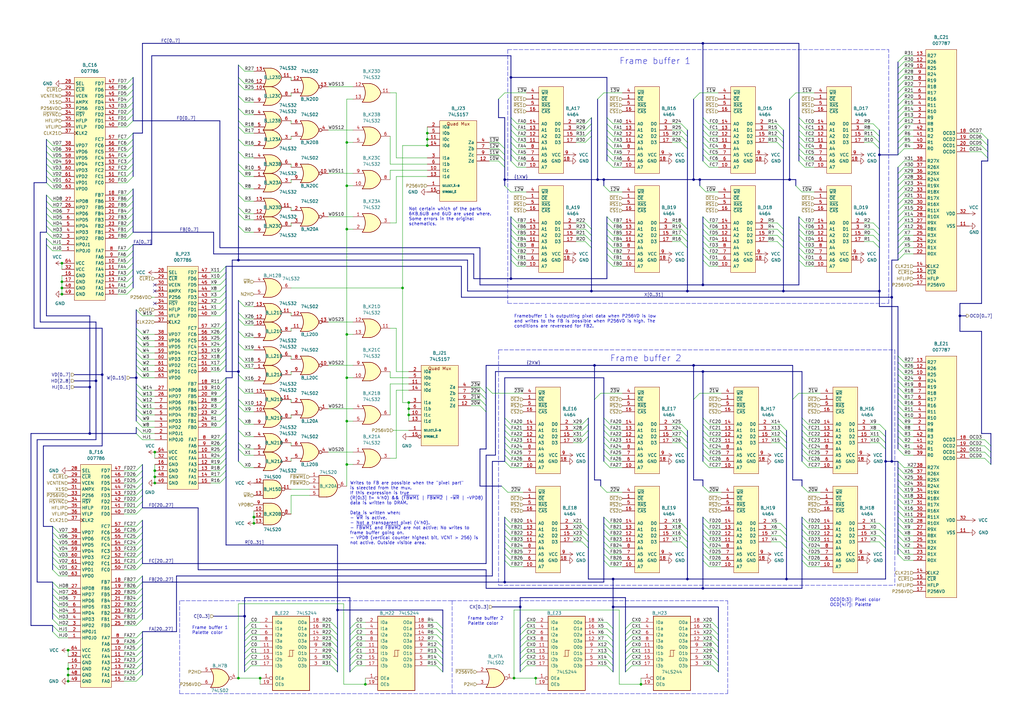
<source format=kicad_sch>
(kicad_sch (version 20231120) (generator "eeschema") (generator_version "8.0")
  (paper "A3")
  (title_block (title "Twin 16 - Rev B") (date "2024-08-04") (company "Konami GX785/GX870/GX808/GX903") (comment 1 "Ulf Skutnabba, twitter: @skutis77"))
  (bus_alias "1XW" (members "~{10W}" "~{11W}" "~{12W}" "~{13W}"))
  (bus_alias "2XW" (members "~{20W}" "~{21W}" "~{22W}" "~{23W}"))
  (junction (at 142.24 76.2))
  (junction (at 245.11 73.66))
  (junction (at 209.55 31.75))
  (junction (at 100.33 252.73))
  (junction (at 63.5 185.42))
  (junction (at 288.29 17.78))
  (junction (at 209.55 114.3))
  (junction (at 284.48 73.66))
  (junction (at 207.01 238.76))
  (junction (at 393.7 129.54))
  (junction (at 27.94 266.7))
  (junction (at 365.76 189.23))
  (junction (at 36.83 158.75))
  (junction (at 25.4 107.95))
  (junction (at 167.64 170.18))
  (junction (at 175.26 57.15))
  (junction (at 167.64 167.64))
  (junction (at 25.4 115.57))
  (junction (at 281.94 237.49))
  (junction (at 142.24 58.42))
  (junction (at 165.1 118.11))
  (junction (at 243.84 149.86))
  (junction (at 167.64 165.1))
  (junction (at 251.46 248.92))
  (junction (at 97.79 152.4))
  (junction (at 251.46 237.49))
  (junction (at 142.24 93.98))
  (junction (at 27.94 279.4))
  (junction (at 63.5 198.12))
  (junction (at 360.68 63.5))
  (junction (at 27.94 274.32))
  (junction (at 323.85 73.66))
  (junction (at 25.4 120.65))
  (junction (at 213.36 248.92))
  (junction (at 219.71 278.13))
  (junction (at 247.65 73.66))
  (junction (at 142.24 137.16))
  (junction (at 106.68 278.13))
  (junction (at 138.43 250.19))
  (junction (at 39.37 156.21))
  (junction (at 104.14 212.09))
  (junction (at 262.89 280.67))
  (junction (at 104.14 214.63))
  (junction (at 288.29 152.4))
  (junction (at 284.48 149.86))
  (junction (at 288.29 241.3))
  (junction (at 97.79 106.68))
  (junction (at 25.4 118.11))
  (junction (at 287.02 73.66))
  (junction (at 36.83 177.8))
  (junction (at 63.5 195.58))
  (junction (at 322.58 237.49))
  (junction (at 363.22 189.23))
  (junction (at 175.26 54.61))
  (junction (at 142.24 172.72))
  (junction (at 55.88 154.94))
  (junction (at 149.86 280.67))
  (junction (at 142.24 190.5))
  (junction (at 142.24 154.94))
  (junction (at 41.91 153.67))
  (junction (at 288.29 116.84))
  (junction (at 281.94 119.38))
  (junction (at 97.79 278.13))
  (junction (at 63.5 193.04))
  (junction (at 242.57 119.38))
  (junction (at 360.68 119.38))
  (junction (at 365.76 121.92))
  (junction (at 321.31 119.38))
  (junction (at 27.94 276.86))
  (junction (at 175.26 59.69))
  (junction (at 207.01 73.66))
  (junction (at 210.82 278.13))
  (no_connect (at 63.5 119.38))
  (no_connect (at 63.5 124.46))
  (no_connect (at 63.5 116.84))
  (bus_entry (at 21.59 228.6) (size 2.54 2.54))
  (bus_entry (at 90.17 167.64) (size 2.54 -2.54))
  (bus_entry (at 19.05 74.93) (size 2.54 2.54))
  (bus_entry (at 247.65 38.1) (size -2.54 2.54))
  (bus_entry (at 290.83 227.33) (size -2.54 -2.54))
  (bus_entry (at 330.2 106.68) (size -2.54 -2.54))
  (bus_entry (at 358.14 96.52) (size 2.54 2.54))
  (bus_entry (at 238.76 219.71) (size 2.54 2.54))
  (bus_entry (at 368.3 196.85) (size 2.54 2.54))
  (bus_entry (at 204.47 60.96) (size 2.54 2.54))
  (bus_entry (at 212.09 60.96) (size -2.54 -2.54))
  (bus_entry (at 403.86 182.88) (size 2.54 2.54))
  (bus_entry (at 290.83 219.71) (size -2.54 -2.54))
  (bus_entry (at 368.3 224.79) (size 2.54 2.54))
  (bus_entry (at 248.92 273.05) (size 2.54 2.54))
  (bus_entry (at 250.19 232.41) (size -2.54 -2.54))
  (bus_entry (at 368.3 212.09) (size 2.54 2.54))
  (bus_entry (at 368.3 219.71) (size 2.54 2.54))
  (bus_entry (at 368.3 153.67) (size 2.54 2.54))
  (bus_entry (at 279.4 53.34) (size 2.54 2.54))
  (bus_entry (at 368.3 38.1) (size 2.54 -2.54))
  (bus_entry (at 21.59 256.54) (size 2.54 2.54))
  (bus_entry (at 179.07 262.89) (size 2.54 2.54))
  (bus_entry (at 290.83 214.63) (size -2.54 -2.54))
  (bus_entry (at 251.46 91.44) (size -2.54 -2.54))
  (bus_entry (at 368.3 176.53) (size 2.54 2.54))
  (bus_entry (at 290.83 66.04) (size -2.54 -2.54))
  (bus_entry (at 52.07 46.99) (size 2.54 -2.54))
  (bus_entry (at 320.04 214.63) (size 2.54 2.54))
  (bus_entry (at 55.88 165.1) (size 2.54 2.54))
  (bus_entry (at 209.55 191.77) (size -2.54 -2.54))
  (bus_entry (at 52.07 67.31) (size 2.54 -2.54))
  (bus_entry (at 209.55 229.87) (size -2.54 -2.54))
  (bus_entry (at 279.4 50.8) (size 2.54 2.54))
  (bus_entry (at 368.3 73.66) (size 2.54 -2.54))
  (bus_entry (at 289.56 78.74) (size -2.54 -2.54))
  (bus_entry (at 19.05 82.55) (size 2.54 2.54))
  (bus_entry (at 250.19 173.99) (size -2.54 -2.54))
  (bus_entry (at 358.14 91.44) (size 2.54 2.54))
  (bus_entry (at 135.89 270.51) (size 2.54 2.54))
  (bus_entry (at 290.83 224.79) (size -2.54 -2.54))
  (bus_entry (at 368.3 171.45) (size 2.54 2.54))
  (bus_entry (at 209.55 179.07) (size -2.54 -2.54))
  (bus_entry (at 320.04 219.71) (size 2.54 2.54))
  (bus_entry (at 360.68 217.17) (size 2.54 2.54))
  (bus_entry (at 213.36 270.51) (size 2.54 -2.54))
  (bus_entry (at 213.36 273.05) (size 2.54 -2.54))
  (bus_entry (at 212.09 104.14) (size -2.54 -2.54))
  (bus_entry (at 209.55 232.41) (size -2.54 -2.54))
  (bus_entry (at 97.79 140.97) (size 2.54 2.54))
  (bus_entry (at 279.4 222.25) (size 2.54 2.54))
  (bus_entry (at 331.47 224.79) (size -2.54 -2.54))
  (bus_entry (at 331.47 217.17) (size -2.54 -2.54))
  (bus_entry (at 290.83 109.22) (size -2.54 -2.54))
  (bus_entry (at 97.79 57.15) (size 2.54 2.54))
  (bus_entry (at 248.92 255.27) (size 2.54 2.54))
  (bus_entry (at 248.92 265.43) (size 2.54 2.54))
  (bus_entry (at 19.05 92.71) (size 2.54 2.54))
  (bus_entry (at 52.07 80.01) (size 2.54 -2.54))
  (bus_entry (at 248.92 270.51) (size 2.54 2.54))
  (bus_entry (at 251.46 109.22) (size -2.54 -2.54))
  (bus_entry (at 97.79 62.23) (size 2.54 2.54))
  (bus_entry (at 251.46 96.52) (size -2.54 -2.54))
  (bus_entry (at 240.03 99.06) (size 2.54 2.54))
  (bus_entry (at 90.17 119.38) (size 2.54 -2.54))
  (bus_entry (at 279.4 99.06) (size 2.54 2.54))
  (bus_entry (at 55.88 279.4) (size 2.54 -2.54))
  (bus_entry (at 55.88 266.7) (size 2.54 -2.54))
  (bus_entry (at 21.59 251.46) (size 2.54 2.54))
  (bus_entry (at 55.88 170.18) (size 2.54 2.54))
  (bus_entry (at 330.2 53.34) (size -2.54 -2.54))
  (bus_entry (at 135.89 260.35) (size 2.54 2.54))
  (bus_entry (at 143.51 275.59) (size 2.54 -2.54))
  (bus_entry (at 331.47 173.99) (size -2.54 -2.54))
  (bus_entry (at 360.68 181.61) (size 2.54 2.54))
  (bus_entry (at 368.3 209.55) (size 2.54 2.54))
  (bus_entry (at 97.79 49.53) (size 2.54 2.54))
  (bus_entry (at 52.07 39.37) (size 2.54 -2.54))
  (bus_entry (at 97.79 52.07) (size 2.54 2.54))
  (bus_entry (at 368.3 48.26) (size 2.54 -2.54))
  (bus_entry (at 290.83 201.93) (size -2.54 -2.54))
  (bus_entry (at 97.79 176.53) (size 2.54 2.54))
  (bus_entry (at 55.88 160.02) (size 2.54 2.54))
  (bus_entry (at 368.3 181.61) (size 2.54 2.54))
  (bus_entry (at 213.36 262.89) (size 2.54 -2.54))
  (bus_entry (at 179.07 265.43) (size 2.54 2.54))
  (bus_entry (at 21.59 243.84) (size 2.54 2.54))
  (bus_entry (at 97.79 74.93) (size 2.54 2.54))
  (bus_entry (at 179.07 273.05) (size 2.54 2.54))
  (bus_entry (at 55.88 243.84) (size 2.54 -2.54))
  (bus_entry (at 97.79 163.83) (size 2.54 2.54))
  (bus_entry (at 402.59 57.15) (size 2.54 2.54))
  (bus_entry (at 368.3 33.02) (size 2.54 -2.54))
  (bus_entry (at 256.54 270.51) (size 2.54 -2.54))
  (bus_entry (at 212.09 96.52) (size -2.54 -2.54))
  (bus_entry (at 248.92 201.93) (size -2.54 -2.54))
  (bus_entry (at 97.79 69.85) (size 2.54 2.54))
  (bus_entry (at 209.55 224.79) (size -2.54 -2.54))
  (bus_entry (at 256.54 262.89) (size 2.54 -2.54))
  (bus_entry (at 52.07 95.25) (size 2.54 -2.54))
  (bus_entry (at 204.47 66.04) (size 2.54 2.54))
  (bus_entry (at 368.3 166.37) (size 2.54 2.54))
  (bus_entry (at 21.59 223.52) (size 2.54 2.54))
  (bus_entry (at 290.83 101.6) (size -2.54 -2.54))
  (bus_entry (at 52.07 64.77) (size 2.54 -2.54))
  (bus_entry (at 368.3 27.94) (size 2.54 -2.54))
  (bus_entry (at 212.09 50.8) (size -2.54 -2.54))
  (bus_entry (at 279.4 179.07) (size 2.54 2.54))
  (bus_entry (at 97.79 184.15) (size 2.54 2.54))
  (bus_entry (at 368.3 204.47) (size 2.54 2.54))
  (bus_entry (at 55.88 218.44) (size 2.54 -2.54))
  (bus_entry (at 287.02 161.29) (size -2.54 2.54))
  (bus_entry (at 238.76 176.53) (size 2.54 -2.54))
  (bus_entry (at 90.17 193.04) (size 2.54 -2.54))
  (bus_entry (at 250.19 78.74) (size -2.54 -2.54))
  (bus_entry (at 90.17 121.92) (size 2.54 -2.54))
  (bus_entry (at 290.83 189.23) (size -2.54 -2.54))
  (bus_entry (at 97.79 85.09) (size 2.54 2.54))
  (bus_entry (at 55.88 254) (size 2.54 -2.54))
  (bus_entry (at 368.3 35.56) (size 2.54 -2.54))
  (bus_entry (at 368.3 222.25) (size 2.54 2.54))
  (bus_entry (at 143.51 267.97) (size 2.54 -2.54))
  (bus_entry (at 213.36 257.81) (size 2.54 -2.54))
  (bus_entry (at 290.83 63.5) (size -2.54 -2.54))
  (bus_entry (at 213.36 275.59) (size 2.54 -2.54))
  (bus_entry (at 402.59 62.23) (size 2.54 2.54))
  (bus_entry (at 290.83 176.53) (size -2.54 -2.54))
  (bus_entry (at 318.77 91.44) (size 2.54 2.54))
  (bus_entry (at 358.14 99.06) (size 2.54 2.54))
  (bus_entry (at 360.68 179.07) (size 2.54 2.54))
  (bus_entry (at 90.17 111.76) (size 2.54 -2.54))
  (bus_entry (at 330.2 104.14) (size -2.54 -2.54))
  (bus_entry (at 368.3 55.88) (size 2.54 -2.54))
  (bus_entry (at 328.93 78.74) (size -2.54 -2.54))
  (bus_entry (at 97.79 171.45) (size 2.54 2.54))
  (bus_entry (at 330.2 58.42) (size -2.54 -2.54))
  (bus_entry (at 318.77 99.06) (size 2.54 2.54))
  (bus_entry (at 279.4 96.52) (size 2.54 2.54))
  (bus_entry (at 403.86 180.34) (size 2.54 2.54))
  (bus_entry (at 287.02 38.1) (size -2.54 2.54))
  (bus_entry (at 19.05 67.31) (size 2.54 2.54))
  (bus_entry (at 292.1 273.05) (size 2.54 2.54))
  (bus_entry (at 320.04 179.07) (size 2.54 2.54))
  (bus_entry (at 97.79 34.29) (size 2.54 2.54))
  (bus_entry (at 97.79 146.05) (size 2.54 2.54))
  (bus_entry (at 251.46 66.04) (size -2.54 -2.54))
  (bus_entry (at 331.47 186.69) (size -2.54 -2.54))
  (bus_entry (at 292.1 265.43) (size 2.54 2.54))
  (bus_entry (at 331.47 227.33) (size -2.54 -2.54))
  (bus_entry (at 240.03 53.34) (size 2.54 -2.54))
  (bus_entry (at 97.79 158.75) (size 2.54 2.54))
  (bus_entry (at 358.14 55.88) (size 2.54 2.54))
  (bus_entry (at 90.17 195.58) (size 2.54 -2.54))
  (bus_entry (at 55.88 193.04) (size 2.54 -2.54))
  (bus_entry (at 212.09 53.34) (size -2.54 -2.54))
  (bus_entry (at 250.19 219.71) (size -2.54 -2.54))
  (bus_entry (at 248.92 262.89) (size 2.54 2.54))
  (bus_entry (at 368.3 63.5) (size 2.54 -2.54))
  (bus_entry (at 279.4 181.61) (size 2.54 2.54))
  (bus_entry (at 279.4 91.44) (size 2.54 2.54))
  (bus_entry (at 212.09 55.88) (size -2.54 -2.54))
  (bus_entry (at 368.3 83.82) (size 2.54 -2.54))
  (bus_entry (at 90.17 170.18) (size 2.54 -2.54))
  (bus_entry (at 368.3 191.77) (size 2.54 2.54))
  (bus_entry (at 212.09 101.6) (size -2.54 -2.54))
  (bus_entry (at 368.3 151.13) (size 2.54 2.54))
  (bus_entry (at 90.17 149.86) (size 2.54 -2.54))
  (bus_entry (at 19.05 95.25) (size 2.54 2.54))
  (bus_entry (at 55.88 175.26) (size 2.54 2.54))
  (bus_entry (at 55.88 223.52) (size 2.54 -2.54))
  (bus_entry (at 250.19 181.61) (size -2.54 -2.54))
  (bus_entry (at 368.3 146.05) (size 2.54 2.54))
  (bus_entry (at 368.3 25.4) (size 2.54 -2.54))
  (bus_entry (at 290.83 184.15) (size -2.54 -2.54))
  (bus_entry (at 318.77 96.52) (size 2.54 2.54))
  (bus_entry (at 204.47 63.5) (size 2.54 2.54))
  (bus_entry (at 279.4 58.42) (size 2.54 2.54))
  (bus_entry (at 331.47 184.15) (size -2.54 -2.54))
  (bus_entry (at 240.03 96.52) (size 2.54 2.54))
  (bus_entry (at 100.33 257.81) (size 2.54 -2.54))
  (bus_entry (at 213.36 260.35) (size 2.54 -2.54))
  (bus_entry (at 292.1 257.81) (size 2.54 2.54))
  (bus_entry (at 251.46 106.68) (size -2.54 -2.54))
  (bus_entry (at 52.07 74.93) (size 2.54 -2.54))
  (bus_entry (at 55.88 152.4) (size 2.54 2.54))
  (bus_entry (at 100.33 267.97) (size 2.54 -2.54))
  (bus_entry (at 248.92 267.97) (size 2.54 2.54))
  (bus_entry (at 90.17 187.96) (size 2.54 -2.54))
  (bus_entry (at 21.59 238.76) (size 2.54 2.54))
  (bus_entry (at 251.46 99.06) (size -2.54 -2.54))
  (bus_entry (at 196.85 161.29) (size 2.54 2.54))
  (bus_entry (at 240.03 93.98) (size 2.54 2.54))
  (bus_entry (at 55.88 172.72) (size 2.54 2.54))
  (bus_entry (at 97.79 166.37) (size 2.54 2.54))
  (bus_entry (at 21.59 218.44) (size 2.54 2.54))
  (bus_entry (at 55.88 256.54) (size 2.54 -2.54))
  (bus_entry (at 97.79 87.63) (size 2.54 2.54))
  (bus_entry (at 320.04 222.25) (size 2.54 2.54))
  (bus_entry (at 97.79 135.89) (size 2.54 2.54))
  (bus_entry (at 55.88 147.32) (size 2.54 2.54))
  (bus_entry (at 212.09 106.68) (size -2.54 -2.54))
  (bus_entry (at 21.59 231.14) (size 2.54 2.54))
  (bus_entry (at 212.09 63.5) (size -2.54 -2.54))
  (bus_entry (at 368.3 91.44) (size 2.54 -2.54))
  (bus_entry (at 52.07 57.15) (size 2.54 -2.54))
  (bus_entry (at 290.83 179.07) (size -2.54 -2.54))
  (bus_entry (at 368.3 161.29) (size 2.54 2.54))
  (bus_entry (at 52.07 97.79) (size 2.54 -2.54))
  (bus_entry (at 97.79 44.45) (size 2.54 2.54))
  (bus_entry (at 238.76 217.17) (size 2.54 2.54))
  (bus_entry (at 331.47 181.61) (size -2.54 -2.54))
  (bus_entry (at 358.14 53.34) (size 2.54 2.54))
  (bus_entry (at 290.83 50.8) (size -2.54 -2.54))
  (bus_entry (at 55.88 215.9) (size 2.54 -2.54))
  (bus_entry (at 90.17 127) (size 2.54 -2.54))
  (bus_entry (at 368.3 99.06) (size 2.54 -2.54))
  (bus_entry (at 403.86 187.96) (size 2.54 2.54))
  (bus_entry (at 135.89 262.89) (size 2.54 2.54))
  (bus_entry (at 368.3 45.72) (size 2.54 -2.54))
  (bus_entry (at 330.2 63.5) (size -2.54 -2.54))
  (bus_entry (at 209.55 189.23) (size -2.54 -2.54))
  (bus_entry (at 256.54 260.35) (size 2.54 -2.54))
  (bus_entry (at 368.3 194.31) (size 2.54 2.54))
  (bus_entry (at 97.79 128.27) (size 2.54 2.54))
  (bus_entry (at 55.88 139.7) (size 2.54 2.54))
  (bus_entry (at 55.88 248.92) (size 2.54 -2.54))
  (bus_entry (at 290.83 229.87) (size -2.54 -2.54))
  (bus_entry (at 55.88 233.68) (size 2.54 -2.54))
  (bus_entry (at 97.79 130.81) (size 2.54 2.54))
  (bus_entry (at 256.54 265.43) (size 2.54 -2.54))
  (bus_entry (at 368.3 58.42) (size 2.54 -2.54))
  (bus_entry (at 90.17 180.34) (size 2.54 -2.54))
  (bus_entry (at 330.2 60.96) (size -2.54 -2.54))
  (bus_entry (at 90.17 182.88) (size 2.54 -2.54))
  (bus_entry (at 135.89 265.43) (size 2.54 2.54))
  (bus_entry (at 330.2 96.52) (size -2.54 -2.54))
  (bus_entry (at 251.46 55.88) (size -2.54 -2.54))
  (bus_entry (at 368.3 68.58) (size 2.54 -2.54))
  (bus_entry (at 240.03 50.8) (size 2.54 -2.54))
  (bus_entry (at 135.89 257.81) (size 2.54 2.54))
  (bus_entry (at 251.46 93.98) (size -2.54 -2.54))
  (bus_entry (at 179.07 257.81) (size 2.54 2.54))
  (bus_entry (at 368.3 104.14) (size 2.54 -2.54))
  (bus_entry (at 207.01 38.1) (size -2.54 2.54))
  (bus_entry (at 97.79 39.37) (size 2.54 2.54))
  (bus_entry (at 279.4 176.53) (size 2.54 2.54))
  (bus_entry (at 212.09 58.42) (size -2.54 -2.54))
  (bus_entry (at 55.88 162.56) (size 2.54 2.54))
  (bus_entry (at 213.36 265.43) (size 2.54 -2.54))
  (bus_entry (at 290.83 181.61) (size -2.54 -2.54))
  (bus_entry (at 143.51 273.05) (size 2.54 -2.54))
  (bus_entry (at 292.1 267.97) (size 2.54 2.54))
  (bus_entry (at 320.04 173.99) (size 2.54 2.54))
  (bus_entry (at 52.07 69.85) (size 2.54 -2.54))
  (bus_entry (at 55.88 198.12) (size 2.54 -2.54))
  (bus_entry (at 179.07 267.97) (size 2.54 2.54))
  (bus_entry (at 331.47 214.63) (size -2.54 -2.54))
  (bus_entry (at 240.03 91.44) (size 2.54 2.54))
  (bus_entry (at 100.33 265.43) (size 2.54 -2.54))
  (bus_entry (at 256.54 267.97) (size 2.54 -2.54))
  (bus_entry (at 55.88 271.78) (size 2.54 -2.54))
  (bus_entry (at 368.3 78.74) (size 2.54 -2.54))
  (bus_entry (at 90.17 172.72) (size 2.54 -2.54))
  (bus_entry (at 250.19 217.17) (size -2.54 -2.54))
  (bus_entry (at 250.19 189.23) (size -2.54 -2.54))
  (bus_entry (at 251.46 60.96) (size -2.54 -2.54))
  (bus_entry (at 330.2 91.44) (size -2.54 -2.54))
  (bus_entry (at 209.55 219.71) (size -2.54 -2.54))
  (bus_entry (at 279.4 217.17) (size 2.54 2.54))
  (bus_entry (at 251.46 53.34) (size -2.54 -2.54))
  (bus_entry (at 97.79 153.67) (size 2.54 2.54))
  (bus_entry (at 368.3 184.15) (size 2.54 2.54))
  (bus_entry (at 290.83 91.44) (size -2.54 -2.54))
  (bus_entry (at 209.55 227.33) (size -2.54 -2.54))
  (bus_entry (at 368.3 168.91) (size 2.54 2.54))
  (bus_entry (at 196.85 163.83) (size 2.54 2.54))
  (bus_entry (at 19.05 97.79) (size 2.54 2.54))
  (bus_entry (at 279.4 219.71) (size 2.54 2.54))
  (bus_entry (at 97.79 31.75) (size 2.54 2.54))
  (bus_entry (at 52.07 72.39) (size 2.54 -2.54))
  (bus_entry (at 368.3 71.12) (size 2.54 -2.54))
  (bus_entry (at 52.07 82.55) (size 2.54 -2.54))
  (bus_entry (at 55.88 127) (size 2.54 2.54))
  (bus_entry (at 52.07 92.71) (size 2.54 -2.54))
  (bus_entry (at 368.3 40.64) (size 2.54 -2.54))
  (bus_entry (at 250.19 224.79) (size -2.54 -2.54))
  (bus_entry (at 55.88 264.16) (size 2.54 -2.54))
  (bus_entry (at 320.04 176.53) (size 2.54 2.54))
  (bus_entry (at 290.83 217.17) (size -2.54 -2.54))
  (bus_entry (at 55.88 274.32) (size 2.54 -2.54))
  (bus_entry (at 368.3 163.83) (size 2.54 2.54))
  (bus_entry (at 250.19 186.69) (size -2.54 -2.54))
  (bus_entry (at 55.88 205.74) (size 2.54 -2.54))
  (bus_entry (at 52.07 110.49) (size 2.54 -2.54))
  (bus_entry (at 19.05 90.17) (size 2.54 2.54))
  (bus_entry (at 403.86 185.42) (size 2.54 2.54))
  (bus_entry (at 52.07 105.41) (size 2.54 -2.54))
  (bus_entry (at 318.77 58.42) (size 2.54 2.54))
  (bus_entry (at 279.4 93.98) (size 2.54 2.54))
  (bus_entry (at 55.88 195.58) (size 2.54 -2.54))
  (bus_entry (at 331.47 229.87) (size -2.54 -2.54))
  (bus_entry (at 318.77 50.8) (size 2.54 2.54))
  (bus_entry (at 90.17 134.62) (size 2.54 -2.54))
  (bus_entry (at 318.77 55.88) (size 2.54 2.54))
  (bus_entry (at 368.3 158.75) (size 2.54 2.54))
  (bus_entry (at 290.83 96.52) (size -2.54 -2.54))
  (bus_entry (at 330.2 50.8) (size -2.54 -2.54))
  (bus_entry (at 331.47 176.53) (size -2.54 -2.54))
  (bus_entry (at 21.59 248.92) (size 2.54 2.54))
  (bus_entry (at 290.83 222.25) (size -2.54 -2.54))
  (bus_entry (at 55.88 144.78) (size 2.54 2.54))
  (bus_entry (at 97.79 67.31) (size 2.54 2.54))
  (bus_entry (at 100.33 262.89) (size 2.54 -2.54))
  (bus_entry (at 251.46 63.5) (size -2.54 -2.54))
  (bus_entry (at 21.59 246.38) (size 2.54 2.54))
  (bus_entry (at 19.05 80.01) (size 2.54 2.54))
  (bus_entry (at 196.85 166.37) (size 2.54 2.54))
  (bus_entry (at 250.19 229.87) (size -2.54 -2.54))
  (bus_entry (at 327.66 161.29) (size -2.54 2.54))
  (bus_entry (at 290.83 106.68) (size -2.54 -2.54))
  (bus_entry (at 97.79 26.67) (size 2.54 2.54))
  (bus_entry (at 19.05 87.63) (size 2.54 2.54))
  (bus_entry (at 55.88 203.2) (size 2.54 -2.54))
  (bus_entry (at 19.05 59.69) (size 2.54 2.54))
  (bus_entry (at 251.46 104.14) (size -2.54 -2.54))
  (bus_entry (at 368.3 179.07) (size 2.54 2.54))
  (bus_entry (at 290.83 173.99) (size -2.54 -2.54))
  (bus_entry (at 90.17 129.54) (size 2.54 -2.54))
  (bus_entry (at 196.85 158.75) (size 2.54 2.54))
  (bus_entry (at 55.88 231.14) (size 2.54 -2.54))
  (bus_entry (at 55.88 167.64) (size 2.54 2.54))
  (bus_entry (at 290.83 68.58) (size -2.54 -2.54))
  (bus_entry (at 368.3 156.21) (size 2.54 2.54))
  (bus_entry (at 256.54 275.59) (size 2.54 -2.54))
  (bus_entry (at 55.88 276.86) (size 2.54 -2.54))
  (bus_entry (at 331.47 189.23) (size -2.54 -2.54))
  (bus_entry (at 97.79 181.61) (size 2.54 2.54))
  (bus_entry (at 250.19 176.53) (size -2.54 -2.54))
  (bus_entry (at 330.2 68.58) (size -2.54 -2.54))
  (bus_entry (at 250.19 191.77) (size -2.54 -2.54))
  (bus_entry (at 368.3 81.28) (size 2.54 -2.54))
  (bus_entry (at 209.55 186.69) (size -2.54 -2.54))
  (bus_entry (at 209.55 214.63) (size -2.54 -2.54))
  (bus_entry (at 368.3 106.68) (size 2.54 -2.54))
  (bus_entry (at 52.07 87.63) (size 2.54 -2.54))
  (bus_entry (at 368.3 76.2) (size 2.54 -2.54))
  (bus_entry (at 368.3 43.18) (size 2.54 -2.54))
  (bus_entry (at 250.19 214.63) (size -2.54 -2.54))
  (bus_entry (at 52.07 62.23) (size 2.54 -2.54))
  (bus_entry (at 55.88 238.76) (size 2.54 -2.54))
  (bus_entry (at 143.51 262.89) (size 2.54 -2.54))
  (bus_entry (at 368.3 53.34) (size 2.54 -2.54))
  (bus_entry (at 250.19 222.25) (size -2.54 -2.54))
  (bus_entry (at 290.83 58.42) (size -2.54 -2.54))
  (bus_entry (at 331.47 222.25) (size -2.54 -2.54))
  (bus_entry (at 290.83 186.69) (size -2.54 -2.54))
  (bus_entry (at 292.1 255.27) (size 2.54 2.54))
  (bus_entry (at 251.46 68.58) (size -2.54 -2.54))
  (bus_entry (at 368.3 199.39) (size 2.54 2.54))
  (bus_entry (at 143.51 260.35) (size 2.54 -2.54))
  (bus_entry (at 97.79 80.01) (size 2.54 2.54))
  (bus_entry (at 358.14 58.42) (size 2.54 2.54))
  (bus_entry (at 360.68 219.71) (size 2.54 2.54))
  (bus_entry (at 55.88 177.8) (size 2.54 2.54))
  (bus_entry (at 52.07 36.83) (size 2.54 -2.54))
  (bus_entry (at 250.19 179.07) (size -2.54 -2.54))
  (bus_entry (at 21.59 233.68) (size 2.54 2.54))
  (bus_entry (at 279.4 214.63) (size 2.54 2.54))
  (bus_entry (at 368.3 148.59) (size 2.54 2.54))
  (bus_entry (at 238.76 181.61) (size 2.54 -2.54))
  (bus_entry (at 179.07 255.27) (size 2.54 2.54))
  (bus_entry (at 19.05 69.85) (size 2.54 2.54))
  (bus_entry (at 290.83 60.96) (size -2.54 -2.54))
  (bus_entry (at 279.4 173.99) (size 2.54 2.54))
  (bus_entry (at 256.54 273.05) (size 2.54 -2.54))
  (bus_entry (at 90.17 162.56) (size 2.54 -2.54))
  (bus_entry (at 402.59 54.61) (size 2.54 2.54))
  (bus_entry (at 251.46 101.6) (size -2.54 -2.54))
  (bus_entry (at 290.83 55.88) (size -2.54 -2.54))
  (bus_entry (at 330.2 109.22) (size -2.54 -2.54))
  (bus_entry (at 290.83 232.41) (size -2.54 -2.54))
  (bus_entry (at 90.17 175.26) (size 2.54 -2.54))
  (bus_entry (at 212.09 93.98) (size -2.54 -2.54))
  (bus_entry (at 143.51 257.81) (size 2.54 -2.54))
  (bus_entry (at 199.39 158.75) (size 2.54 2.54))
  (bus_entry (at 135.89 273.05) (size 2.54 2.54))
  (bus_entry (at 100.33 270.51) (size 2.54 -2.54))
  (bus_entry (at 320.04 217.17) (size 2.54 2.54))
  (bus_entry (at 209.55 78.74) (size -2.54 -2.54))
  (bus_entry (at 21.59 259.08) (size 2.54 2.54))
  (bus_entry (at 55.88 200.66) (size 2.54 -2.54))
  (bus_entry (at 360.68 214.63) (size 2.54 2.54))
  (bus_entry (at 19.05 62.23) (size 2.54 2.54))
  (bus_entry (at 179.07 270.51) (size 2.54 2.54))
  (bus_entry (at 52.07 90.17) (size 2.54 -2.54))
  (bus_entry (at 358.14 93.98) (size 2.54 2.54))
  (bus_entry (at 52.07 118.11) (size 2.54 -2.54))
  (bus_entry (at 21.59 226.06) (size 2.54 2.54))
  (bus_entry (at 97.79 123.19) (size 2.54 2.54))
  (bus_entry (at 368.3 60.96) (size 2.54 -2.54))
  (bus_entry (at 55.88 269.24) (size 2.54 -2.54))
  (bus_entry (at 368.3 173.99) (size 2.54 2.54))
  (bus_entry (at 19.05 85.09) (size 2.54 2.54))
  (bus_entry (at 318.77 53.34) (size 2.54 2.54))
  (bus_entry (at 100.33 275.59) (size 2.54 -2.54))
  (bus_entry (at 90.17 144.78) (size 2.54 -2.54))
  (bus_entry (at 330.2 93.98) (size -2.54 -2.54))
  (bus_entry (at 368.3 189.23) (size 2.54 2.54))
  (bus_entry (at 290.83 53.34) (size -2.54 -2.54))
  (bus_entry (at 330.2 66.04) (size -2.54 -2.54))
  (bus_entry (at 320.04 181.61) (size 2.54 2.54))
  (bus_entry (at 21.59 215.9) (size 2.54 2.54))
  (bus_entry (at 19.05 57.15) (size 2.54 2.54))
  (bus_entry (at 52.07 59.69) (size 2.54 -2.54))
  (bus_entry (at 402.59 59.69) (size 2.54 2.54))
  (bus_entry (at 212.09 66.04) (size -2.54 -2.54))
  (bus_entry (at 290.83 93.98) (size -2.54 -2.54))
  (bus_entry (at 55.88 149.86) (size 2.54 2.54))
  (bus_entry (at 209.55 184.15) (size -2.54 -2.54))
  (bus_entry (at 19.05 72.39) (size 2.54 2.54))
  (bus_entry (at 90.17 139.7) (size 2.54 -2.54))
  (bus_entry (at 90.17 116.84) (size 2.54 -2.54))
  (bus_entry (at 368.3 214.63) (size 2.54 2.54))
  (bus_entry (at 90.17 142.24) (size 2.54 -2.54))
  (bus_entry (at 204.47 58.42) (size 2.54 2.54))
  (bus_entry (at 368.3 201.93) (size 2.54 2.54))
  (bus_entry (at 90.17 185.42) (size 2.54 -2.54))
  (bus_entry (at 52.07 52.07) (size 2.54 -2.54))
  (bus_entry (at 90.17 160.02) (size 2.54 -2.54))
  (bus_entry (at 368.3 217.17) (size 2.54 2.54))
  (bus_entry (at 238.76 179.07) (size 2.54 -2.54))
  (bus_entry (at 55.88 228.6) (size 2.54 -2.54))
  (bus_entry (at 212.09 91.44) (size -2.54 -2.54))
  (bus_entry (at 52.07 34.29) (size 2.54 -2.54))
  (bus_entry (at 97.79 92.71) (size 2.54 2.54))
  (bus_entry (at 331.47 201.93) (size -2.54 -2.54))
  (bus_entry (at 52.07 120.65) (size 2.54 -2.54))
  (bus_entry (at 97.79 189.23) (size 2.54 2.54))
  (bus_entry (at 52.07 41.91) (size 2.54 -2.54))
  (bus_entry (at 55.88 251.46) (size 2.54 -2.54))
  (bus_entry (at 55.88 226.06) (size 2.54 -2.54))
  (bus_entry (at 326.39 38.1) (size -2.54 2.54))
  (bus_entry (at 368.3 30.48) (size 2.54 -2.54))
  (bus_entry (at 143.51 265.43) (size 2.54 -2.54))
  (bus_entry (at 55.88 157.48) (size 2.54 2.54))
  (bus_entry (at 52.07 107.95) (size 2.54 -2.54))
  (bus_entry (at 90.17 190.5) (size 2.54 -2.54))
  (bus_entry (at 209.55 173.99) (size -2.54 -2.54))
  (bus_entry (at 100.33 273.05) (size 2.54 -2.54))
  (bus_entry (at 368.3 86.36) (size 2.54 -2.54))
  (bus_entry (at 52.07 85.09) (size 2.54 -2.54))
  (bus_entry (at 179.07 260.35) (size 2.54 2.54))
  (bus_entry (at 135.89 255.27) (size 2.54 2.54))
  (bus_entry (at 209.55 181.61) (size -2.54 -2.54))
  (bus_entry (at 55.88 246.38) (size 2.54 -2.54))
  (bus_entry (at 97.79 148.59) (size 2.54 2.54))
  (bus_entry (at 331.47 191.77) (size -2.54 -2.54))
  (bus_entry (at 360.68 222.25) (size 2.54 2.54))
  (bus_entry (at 368.3 227.33) (size 2.54 2.54))
  (bus_entry (at 52.07 115.57) (size 2.54 -2.54))
  (bus_entry (at 368.3 101.6) (size 2.54 -2.54))
  (bus_entry (at 238.76 214.63) (size 2.54 2.54))
  (bus_entry (at 358.14 50.8) (size 2.54 2.54))
  (bus_entry (at 292.1 262.89) (size 2.54 2.54))
  (bus_entry (at 292.1 270.51) (size 2.54 2.54))
  (bus_entry (at 368.3 93.98) (size 2.54 -2.54))
  (bus_entry (at 19.05 64.77) (size 2.54 2.54))
  (bus_entry (at 52.07 102.87) (size 2.54 -2.54))
  (bus_entry (at 279.4 55.88) (size 2.54 2.54))
  (bus_entry (at 290.83 191.77) (size -2.54 -2.54))
  (bus_entry (at 90.17 198.12) (size 2.54 -2.54))
  (bus_entry (at 248.92 260.35) (size 2.54 2.54))
  (bus_entry (at 248.92 257.81) (size 2.54 2.54))
  (bus_entry (at 213.36 267.97) (size 2.54 -2.54))
  (bus_entry (at 55.88 137.16) (size 2.54 2.54))
  (bus_entry (at 368.3 88.9) (size 2.54 -2.54))
  (bus_entry (at 246.38 161.29) (size -2.54 2.54))
  (bus_entry (at 212.09 68.58) (size -2.54 -2.54))
  (bus_entry (at 368.3 96.52) (size 2.54 -2.54))
  (bus_entry (at 90.17 137.16) (size 2.54 -2.54))
  (bus_entry (at 90.17 124.46) (size 2.54 -2.54))
  (bus_entry (at 90.17 152.4) (size 2.54 -2.54))
  (bus_entry (at 331.47 232.41) (size -2.54 -2.54))
  (bus_entry (at 90.17 114.3) (size 2.54 -2.54))
  (bus_entry (at 19.05 100.33) (size 2.54 2.54))
  (bus_entry (at 290.83 99.06) (size -2.54 -2.54))
  (bus_entry (at 90.17 157.48) (size 2.54 -2.54))
  (bus_entry (at 318.77 93.98) (size 2.54 2.54))
  (bus_entry (at 240.03 55.88) (size 2.54 -2.54))
  (bus_entry (at 55.88 241.3) (size 2.54 -2.54))
  (bus_entry (at 90.17 147.32) (size 2.54 -2.54))
  (bus_entry (at 143.51 270.51) (size 2.54 -2.54))
  (bus_entry (at 251.46 50.8) (size -2.54 -2.54))
  (bus_entry (at 212.09 99.06) (size -2.54 -2.54))
  (bus_entry (at 135.89 267.97) (size 2.54 2.54))
  (bus_entry (at 250.19 184.15) (size -2.54 -2.54))
  (bus_entry (at 209.55 222.25) (size -2.54 -2.54))
  (bus_entry (at 21.59 241.3) (size 2.54 2.54))
  (bus_entry (at 251.46 58.42) (size -2.54 -2.54))
  (bus_entry (at 52.07 49.53) (size 2.54 -2.54))
  (bus_entry (at 368.3 50.8) (size 2.54 -2.54))
  (bus_entry (at 250.19 227.33) (size -2.54 -2.54))
  (bus_entry (at 330.2 99.06) (size -2.54 -2.54))
  (bus_entry (at 292.1 260.35) (size 2.54 2.54))
  (bus_entry (at 256.54 257.81) (size 2.54 -2.54))
  (bus_entry (at 212.09 109.22) (size -2.54 -2.54))
  (bus_entry (at 331.47 219.71) (size -2.54 -2.54))
  (bus_entry (at 360.68 173.99) (size 2.54 2.54))
  (bus_entry (at 55.88 210.82) (size 2.54 -2.54))
  (bus_entry (at 238.76 173.99) (size 2.54 -2.54))
  (bus_entry (at 330.2 101.6) (size -2.54 -2.54))
  (bus_entry (at 55.88 208.28) (size 2.54 -2.54))
  (bus_entry (at 100.33 260.35) (size 2.54 -2.54))
  (bus_entry (at 55.88 142.24) (size 2.54 2.54))
  (bus_entry (at 52.07 44.45) (size 2.54 -2.54))
  (bus_entry (at 209.55 176.53) (size -2.54 -2.54))
  (bus_entry (at 331.47 179.07) (size -2.54 -2.54))
  (bus_entry (at 330.2 55.88) (size -2.54 -2.54))
  (bus_entry (at 208.28 201.93) (size -2.54 -2.54))
  (bus_entry (at 52.07 113.03) (size 2.54 -2.54))
  (bus_entry (at 209.55 217.17) (size -2.54 -2.54))
  (bus_entry (at 55.88 261.62) (size 2.54 -2.54))
  (bus_entry (at 55.88 134.62) (size 2.54 2.54))
  (bus_entry (at 55.88 220.98) (size 2.54 -2.54))
  (bus_entry (at 360.68 176.53) (size 2.54 2.54))
  (bus_entry (at 290.83 104.14) (size -2.54 -2.54))
  (bus_entry (at 90.17 165.1) (size 2.54 -2.54))
  (bus_entry (at 21.59 254) (size 2.54 2.54))
  (bus_entry (at 21.59 220.98) (size 2.54 2.54))
  (bus_entry (at 238.76 222.25) (size 2.54 2.54))
  (bus_entry (at 240.03 58.42) (size 2.54 -2.54))
  (bus_entry (at 368.3 207.01) (size 2.54 2.54))
  (wire (pts (xy 331.47 181.61) (xy 336.55 181.61)))
  (bus (pts (xy 323.85 73.66) (xy 326.39 73.66)))
  (wire (pts (xy 254 250.19) (xy 254 280.67)))
  (bus (pts (xy 405.13 62.23) (xy 405.13 64.77)))
  (wire (pts (xy 374.65 148.59) (xy 370.84 148.59)))
  (wire (pts (xy 215.9 96.52) (xy 212.09 96.52)))
  (wire (pts (xy 100.33 54.61) (xy 104.14 54.61)))
  (wire (pts (xy 374.65 71.12) (xy 370.84 71.12)))
  (wire (pts (xy 100.33 191.77) (xy 104.14 191.77)))
  (bus (pts (xy 328.93 181.61) (xy 328.93 179.07)))
  (bus (pts (xy 100.33 252.73) (xy 100.33 257.81)))
  (wire (pts (xy 104.14 209.55) (xy 104.14 212.09)))
  (bus (pts (xy 402.59 177.8) (xy 406.4 177.8)))
  (wire (pts (xy 374.65 191.77) (xy 370.84 191.77)))
  (bus (pts (xy 92.71 177.8) (xy 92.71 180.34)))
  (bus (pts (xy 247.65 181.61) (xy 247.65 179.07)))
  (wire (pts (xy 331.47 176.53) (xy 336.55 176.53)))
  (wire (pts (xy 290.83 184.15) (xy 295.91 184.15)))
  (bus (pts (xy 207.01 68.58) (xy 207.01 73.66)))
  (bus (pts (xy 92.71 139.7) (xy 92.71 142.24)))
  (bus (pts (xy 294.64 262.89) (xy 294.64 260.35)))
  (bus (pts (xy 92.71 121.92) (xy 92.71 124.46)))
  (wire (pts (xy 58.42 175.26) (xy 63.5 175.26)))
  (bus (pts (xy 207.01 181.61) (xy 207.01 184.15)))
  (bus (pts (xy 209.55 22.86) (xy 209.55 31.75)))
  (bus (pts (xy 288.29 58.42) (xy 288.29 60.96)))
  (wire (pts (xy 250.19 222.25) (xy 255.27 222.25)))
  (bus (pts (xy 248.92 101.6) (xy 248.92 99.06)))
  (bus (pts (xy 248.92 63.5) (xy 248.92 60.96)))
  (wire (pts (xy 275.59 53.34) (xy 279.4 53.34)))
  (bus (pts (xy 251.46 248.92) (xy 251.46 257.81)))
  (wire (pts (xy 175.26 52.07) (xy 175.26 54.61)))
  (bus (pts (xy 97.79 39.37) (xy 97.79 34.29)))
  (wire (pts (xy 58.42 137.16) (xy 63.5 137.16)))
  (wire (pts (xy 316.23 173.99) (xy 320.04 173.99)))
  (bus (pts (xy 241.3 176.53) (xy 241.3 179.07)))
  (wire (pts (xy 294.64 66.04) (xy 290.83 66.04)))
  (bus (pts (xy 191.77 106.68) (xy 191.77 119.38)))
  (bus (pts (xy 92.71 182.88) (xy 92.71 185.42)))
  (bus (pts (xy 55.88 167.64) (xy 55.88 170.18)))
  (bus (pts (xy 368.3 50.8) (xy 368.3 53.34)))
  (wire (pts (xy 250.19 173.99) (xy 255.27 173.99)))
  (bus (pts (xy 322.58 224.79) (xy 322.58 237.49)))
  (wire (pts (xy 326.39 38.1) (xy 334.01 38.1)))
  (wire (pts (xy 27.94 276.86) (xy 27.94 279.4)))
  (bus (pts (xy 247.65 224.79) (xy 247.65 222.25)))
  (bus (pts (xy 100.33 275.59) (xy 100.33 273.05)))
  (bus (pts (xy 284.48 196.85) (xy 288.29 196.85)))
  (wire (pts (xy 288.29 260.35) (xy 292.1 260.35)))
  (wire (pts (xy 134.62 88.9) (xy 144.78 88.9)))
  (bus (pts (xy 294.64 267.97) (xy 294.64 265.43)))
  (wire (pts (xy 119.38 134.62) (xy 119.38 135.89)))
  (wire (pts (xy 255.27 60.96) (xy 251.46 60.96)))
  (bus (pts (xy 62.23 22.86) (xy 209.55 22.86)))
  (wire (pts (xy 334.01 53.34) (xy 330.2 53.34)))
  (bus (pts (xy 54.61 44.45) (xy 54.61 46.99)))
  (wire (pts (xy 100.33 184.15) (xy 104.14 184.15)))
  (wire (pts (xy 50.8 238.76) (xy 55.88 238.76)))
  (wire (pts (xy 175.26 255.27) (xy 179.07 255.27)))
  (bus (pts (xy 242.57 119.38) (xy 281.94 119.38)))
  (bus (pts (xy 368.3 209.55) (xy 368.3 207.01)))
  (bus (pts (xy 97.79 31.75) (xy 97.79 26.67)))
  (wire (pts (xy 250.19 181.61) (xy 255.27 181.61)))
  (bus (pts (xy 92.71 152.4) (xy 97.79 152.4)))
  (bus (pts (xy 281.94 184.15) (xy 281.94 217.17)))
  (bus (pts (xy 72.39 236.22) (xy 201.93 236.22)))
  (wire (pts (xy 50.8 200.66) (xy 55.88 200.66)))
  (bus (pts (xy 92.71 149.86) (xy 92.71 152.4)))
  (wire (pts (xy 255.27 101.6) (xy 251.46 101.6)))
  (wire (pts (xy 314.96 58.42) (xy 318.77 58.42)))
  (wire (pts (xy 334.01 58.42) (xy 330.2 58.42)))
  (wire (pts (xy 374.65 156.21) (xy 370.84 156.21)))
  (wire (pts (xy 331.47 186.69) (xy 336.55 186.69)))
  (bus (pts (xy 363.22 222.25) (xy 363.22 224.79)))
  (bus (pts (xy 241.3 222.25) (xy 241.3 224.79)))
  (bus (pts (xy 294.64 248.92) (xy 251.46 248.92)))
  (bus (pts (xy 92.71 162.56) (xy 92.71 165.1)))
  (wire (pts (xy 21.59 62.23) (xy 25.4 62.23)))
  (bus (pts (xy 92.71 187.96) (xy 92.71 190.5)))
  (wire (pts (xy 58.42 149.86) (xy 63.5 149.86)))
  (wire (pts (xy 287.02 161.29) (xy 295.91 161.29)))
  (bus (pts (xy 21.59 215.9) (xy 17.78 215.9)))
  (bus (pts (xy 281.94 222.25) (xy 281.94 224.79)))
  (bus (pts (xy 196.85 199.39) (xy 205.74 199.39)))
  (wire (pts (xy 50.8 205.74) (xy 55.88 205.74)))
  (bus (pts (xy 55.88 165.1) (xy 55.88 167.64)))
  (bus (pts (xy 207.01 66.04) (xy 207.01 68.58)))
  (wire (pts (xy 24.13 246.38) (xy 27.94 246.38)))
  (wire (pts (xy 58.42 154.94) (xy 63.5 154.94)))
  (wire (pts (xy 132.08 260.35) (xy 135.89 260.35)))
  (bus (pts (xy 368.3 207.01) (xy 368.3 204.47)))
  (wire (pts (xy 402.59 54.61) (xy 397.51 54.61)))
  (bus (pts (xy 58.42 266.7) (xy 58.42 264.16)))
  (bus (pts (xy 58.42 198.12) (xy 58.42 200.66)))
  (bus (pts (xy 209.55 60.96) (xy 209.55 63.5)))
  (wire (pts (xy 48.26 80.01) (xy 52.07 80.01)))
  (bus (pts (xy 321.31 99.06) (xy 321.31 101.6)))
  (bus (pts (xy 207.01 171.45) (xy 207.01 173.99)))
  (bus (pts (xy 203.2 186.69) (xy 199.39 186.69)))
  (bus (pts (xy 138.43 265.43) (xy 138.43 262.89)))
  (bus (pts (xy 368.3 201.93) (xy 368.3 199.39)))
  (wire (pts (xy 86.36 124.46) (xy 90.17 124.46)))
  (wire (pts (xy 334.01 60.96) (xy 330.2 60.96)))
  (bus (pts (xy 209.55 114.3) (xy 209.55 106.68)))
  (wire (pts (xy 255.27 104.14) (xy 251.46 104.14)))
  (bus (pts (xy 15.24 180.34) (xy 39.37 180.34)))
  (wire (pts (xy 215.9 91.44) (xy 212.09 91.44)))
  (wire (pts (xy 142.24 58.42) (xy 142.24 76.2)))
  (wire (pts (xy 160.02 157.48) (xy 160.02 170.18)))
  (bus (pts (xy 256.54 262.89) (xy 256.54 260.35)))
  (wire (pts (xy 24.13 228.6) (xy 27.94 228.6)))
  (bus (pts (xy 92.71 119.38) (xy 92.71 121.92)))
  (bus (pts (xy 288.29 50.8) (xy 288.29 53.34)))
  (bus (pts (xy 256.54 267.97) (xy 256.54 265.43)))
  (wire (pts (xy 200.66 58.42) (xy 204.47 58.42)))
  (wire (pts (xy 119.38 146.05) (xy 119.38 147.32)))
  (wire (pts (xy 374.65 101.6) (xy 370.84 101.6)))
  (bus (pts (xy 55.88 127) (xy 55.88 134.62)))
  (bus (pts (xy 199.39 186.69) (xy 199.39 231.14)))
  (bus (pts (xy 288.29 17.78) (xy 327.66 17.78)))
  (wire (pts (xy 144.78 40.64) (xy 142.24 40.64)))
  (bus (pts (xy 21.59 254) (xy 21.59 251.46)))
  (wire (pts (xy 100.33 34.29) (xy 104.14 34.29)))
  (bus (pts (xy 72.39 259.08) (xy 72.39 236.22)))
  (wire (pts (xy 374.65 88.9) (xy 370.84 88.9)))
  (bus (pts (xy 363.22 176.53) (xy 363.22 179.07)))
  (wire (pts (xy 86.36 127) (xy 90.17 127)))
  (bus (pts (xy 256.54 275.59) (xy 256.54 273.05)))
  (wire (pts (xy 209.55 229.87) (xy 214.63 229.87)))
  (bus (pts (xy 138.43 275.59) (xy 138.43 273.05)))
  (bus (pts (xy 360.68 63.5) (xy 360.68 93.98)))
  (wire (pts (xy 100.33 133.35) (xy 104.14 133.35)))
  (polyline (pts (xy 298.45 284.48) (xy 298.45 246.38)) (stroke (width 0) (type dash)))
  (wire (pts (xy 21.59 102.87) (xy 25.4 102.87)))
  (bus (pts (xy 36.83 158.75) (xy 36.83 129.54)))
  (wire (pts (xy 142.24 154.94) (xy 142.24 172.72)))
  (bus (pts (xy 138.43 260.35) (xy 138.43 257.81)))
  (bus (pts (xy 97.79 44.45) (xy 97.79 39.37)))
  (bus (pts (xy 327.66 63.5) (xy 327.66 60.96)))
  (bus (pts (xy 368.3 99.06) (xy 368.3 101.6)))
  (wire (pts (xy 48.26 120.65) (xy 52.07 120.65)))
  (wire (pts (xy 219.71 278.13) (xy 219.71 280.67)))
  (bus (pts (xy 363.22 189.23) (xy 365.76 189.23)))
  (bus (pts (xy 58.42 226.06) (xy 58.42 228.6)))
  (bus (pts (xy 363.22 224.79) (xy 363.22 237.49)))
  (bus (pts (xy 368.3 194.31) (xy 368.3 191.77)))
  (bus (pts (xy 209.55 55.88) (xy 209.55 58.42)))
  (wire (pts (xy 97.79 278.13) (xy 97.79 247.65)))
  (wire (pts (xy 119.38 73.66) (xy 119.38 74.93)))
  (bus (pts (xy 92.71 190.5) (xy 92.71 193.04)))
  (wire (pts (xy 245.11 267.97) (xy 248.92 267.97)))
  (bus (pts (xy 54.61 46.99) (xy 54.61 49.53)))
  (bus (pts (xy 368.3 171.45) (xy 368.3 173.99)))
  (bus (pts (xy 39.37 156.21) (xy 39.37 132.08)))
  (wire (pts (xy 142.24 93.98) (xy 144.78 93.98)))
  (wire (pts (xy 374.65 171.45) (xy 370.84 171.45)))
  (wire (pts (xy 374.65 222.25) (xy 370.84 222.25)))
  (bus (pts (xy 30.48 153.67) (xy 41.91 153.67)))
  (bus (pts (xy 248.92 55.88) (xy 248.92 53.34)))
  (bus (pts (xy 209.55 63.5) (xy 209.55 66.04)))
  (wire (pts (xy 374.65 207.01) (xy 370.84 207.01)))
  (bus (pts (xy 248.92 93.98) (xy 248.92 91.44)))
  (bus (pts (xy 12.7 256.54) (xy 12.7 177.8)))
  (wire (pts (xy 50.8 279.4) (xy 55.88 279.4)))
  (bus (pts (xy 368.3 91.44) (xy 368.3 93.98)))
  (bus (pts (xy 54.61 54.61) (xy 58.42 54.61)))
  (wire (pts (xy 119.38 31.75) (xy 119.38 33.02)))
  (bus (pts (xy 201.93 189.23) (xy 207.01 189.23)))
  (bus (pts (xy 19.05 92.71) (xy 19.05 95.25)))
  (wire (pts (xy 354.33 50.8) (xy 358.14 50.8)))
  (bus (pts (xy 360.68 60.96) (xy 360.68 63.5)))
  (bus (pts (xy 247.65 184.15) (xy 247.65 181.61)))
  (bus (pts (xy 204.47 40.64) (xy 204.47 48.26)))
  (bus (pts (xy 92.71 147.32) (xy 92.71 149.86)))
  (bus (pts (xy 92.71 142.24) (xy 92.71 144.78)))
  (wire (pts (xy 275.59 217.17) (xy 279.4 217.17)))
  (bus (pts (xy 207.01 154.94) (xy 247.65 154.94)))
  (wire (pts (xy 24.13 231.14) (xy 27.94 231.14)))
  (bus (pts (xy 213.36 260.35) (xy 213.36 257.81)))
  (wire (pts (xy 100.33 72.39) (xy 104.14 72.39)))
  (bus (pts (xy 321.31 58.42) (xy 321.31 60.96)))
  (bus (pts (xy 368.3 168.91) (xy 368.3 171.45)))
  (wire (pts (xy 374.65 38.1) (xy 370.84 38.1)))
  (wire (pts (xy 48.26 115.57) (xy 52.07 115.57)))
  (bus (pts (xy 54.61 67.31) (xy 54.61 64.77)))
  (wire (pts (xy 140.97 280.67) (xy 140.97 247.65)))
  (wire (pts (xy 294.64 104.14) (xy 290.83 104.14)))
  (wire (pts (xy 86.36 114.3) (xy 90.17 114.3)))
  (wire (pts (xy 219.71 278.13) (xy 210.82 278.13)))
  (wire (pts (xy 245.11 265.43) (xy 248.92 265.43)))
  (wire (pts (xy 175.26 273.05) (xy 179.07 273.05)))
  (wire (pts (xy 24.13 220.98) (xy 27.94 220.98)))
  (wire (pts (xy 215.9 55.88) (xy 212.09 55.88)))
  (wire (pts (xy 250.19 186.69) (xy 255.27 186.69)))
  (bus (pts (xy 368.3 189.23) (xy 365.76 189.23)))
  (wire (pts (xy 374.65 158.75) (xy 370.84 158.75)))
  (bus (pts (xy 368.3 93.98) (xy 368.3 96.52)))
  (wire (pts (xy 142.24 93.98) (xy 142.24 137.16)))
  (bus (pts (xy 321.31 93.98) (xy 321.31 96.52)))
  (wire (pts (xy 374.65 204.47) (xy 370.84 204.47)))
  (wire (pts (xy 102.87 270.51) (xy 106.68 270.51)))
  (bus (pts (xy 19.05 129.54) (xy 36.83 129.54)))
  (bus (pts (xy 97.79 152.4) (xy 97.79 148.59)))
  (wire (pts (xy 102.87 273.05) (xy 106.68 273.05)))
  (bus (pts (xy 368.3 179.07) (xy 368.3 181.61)))
  (bus (pts (xy 368.3 83.82) (xy 368.3 86.36)))
  (bus (pts (xy 92.71 167.64) (xy 92.71 170.18)))
  (bus (pts (xy 58.42 241.3) (xy 58.42 243.84)))
  (bus (pts (xy 288.29 55.88) (xy 288.29 58.42)))
  (wire (pts (xy 48.26 49.53) (xy 52.07 49.53)))
  (bus (pts (xy 368.3 35.56) (xy 368.3 38.1)))
  (wire (pts (xy 160.02 55.88) (xy 160.02 67.31)))
  (wire (pts (xy 50.8 193.04) (xy 55.88 193.04)))
  (bus (pts (xy 199.39 168.91) (xy 199.39 184.15)))
  (bus (pts (xy 54.61 34.29) (xy 54.61 36.83)))
  (wire (pts (xy 21.59 92.71) (xy 25.4 92.71)))
  (wire (pts (xy 334.01 91.44) (xy 330.2 91.44)))
  (bus (pts (xy 19.05 62.23) (xy 19.05 64.77)))
  (bus (pts (xy 288.29 219.71) (xy 288.29 222.25)))
  (wire (pts (xy 175.26 260.35) (xy 179.07 260.35)))
  (bus (pts (xy 328.93 152.4) (xy 328.93 171.45)))
  (bus (pts (xy 55.88 157.48) (xy 55.88 160.02)))
  (wire (pts (xy 119.38 85.09) (xy 119.38 86.36)))
  (wire (pts (xy 374.65 224.79) (xy 370.84 224.79)))
  (polyline (pts (xy 204.47 240.03) (xy 367.03 240.03)) (stroke (width 0) (type dash)))
  (bus (pts (xy 90.17 101.6) (xy 196.85 101.6)))
  (wire (pts (xy 316.23 214.63) (xy 320.04 214.63)))
  (wire (pts (xy 50.8 264.16) (xy 55.88 264.16)))
  (wire (pts (xy 162.56 160.02) (xy 167.64 160.02)))
  (wire (pts (xy 374.65 78.74) (xy 370.84 78.74)))
  (wire (pts (xy 397.51 59.69) (xy 402.59 59.69)))
  (bus (pts (xy 213.36 275.59) (xy 213.36 273.05)))
  (bus (pts (xy 54.61 72.39) (xy 54.61 69.85)))
  (bus (pts (xy 97.79 106.68) (xy 191.77 106.68)))
  (bus (pts (xy 248.92 53.34) (xy 248.92 50.8)))
  (wire (pts (xy 316.23 219.71) (xy 320.04 219.71)))
  (wire (pts (xy 397.51 185.42) (xy 403.86 185.42)))
  (wire (pts (xy 354.33 96.52) (xy 358.14 96.52)))
  (wire (pts (xy 245.11 260.35) (xy 248.92 260.35)))
  (bus (pts (xy 243.84 196.85) (xy 246.38 196.85)))
  (wire (pts (xy 167.64 170.18) (xy 167.64 172.72)))
  (wire (pts (xy 142.24 172.72) (xy 144.78 172.72)))
  (wire (pts (xy 160.02 134.62) (xy 162.56 134.62)))
  (bus (pts (xy 55.88 144.78) (xy 55.88 147.32)))
  (bus (pts (xy 97.79 171.45) (xy 97.79 166.37)))
  (bus (pts (xy 143.51 260.35) (xy 143.51 257.81)))
  (wire (pts (xy 314.96 93.98) (xy 318.77 93.98)))
  (wire (pts (xy 63.5 195.58) (xy 63.5 198.12)))
  (bus (pts (xy 19.05 82.55) (xy 19.05 85.09)))
  (polyline (pts (xy 208.28 20.32) (xy 364.49 20.32)) (stroke (width 0) (type dash)))
  (bus (pts (xy 322.58 217.17) (xy 322.58 219.71)))
  (bus (pts (xy 19.05 90.17) (xy 19.05 92.71)))
  (bus (pts (xy 368.3 191.77) (xy 368.3 189.23)))
  (wire (pts (xy 100.33 52.07) (xy 104.14 52.07)))
  (bus (pts (xy 284.48 40.64) (xy 284.48 73.66)))
  (bus (pts (xy 58.42 200.66) (xy 58.42 203.2)))
  (bus (pts (xy 92.71 124.46) (xy 92.71 127)))
  (wire (pts (xy 294.64 55.88) (xy 290.83 55.88)))
  (bus (pts (xy 402.59 124.46) (xy 393.7 124.46)))
  (wire (pts (xy 100.33 59.69) (xy 104.14 59.69)))
  (bus (pts (xy 288.29 241.3) (xy 328.93 241.3)))
  (bus (pts (xy 21.59 223.52) (xy 21.59 220.98)))
  (wire (pts (xy 259.08 265.43) (xy 262.89 265.43)))
  (wire (pts (xy 160.02 67.31) (xy 175.26 67.31)))
  (bus (pts (xy 368.3 176.53) (xy 368.3 179.07)))
  (bus (pts (xy 363.22 219.71) (xy 363.22 222.25)))
  (wire (pts (xy 275.59 173.99) (xy 279.4 173.99)))
  (wire (pts (xy 86.36 142.24) (xy 90.17 142.24)))
  (bus (pts (xy 368.3 68.58) (xy 368.3 71.12)))
  (bus (pts (xy 281.94 96.52) (xy 281.94 99.06)))
  (bus (pts (xy 251.46 260.35) (xy 251.46 262.89)))
  (wire (pts (xy 374.65 214.63) (xy 370.84 214.63)))
  (wire (pts (xy 275.59 55.88) (xy 279.4 55.88)))
  (bus (pts (xy 41.91 182.88) (xy 41.91 153.67)))
  (bus (pts (xy 90.17 49.53) (xy 54.61 49.53)))
  (bus (pts (xy 402.59 135.89) (xy 402.59 177.8)))
  (bus (pts (xy 368.3 199.39) (xy 368.3 196.85)))
  (wire (pts (xy 119.38 187.96) (xy 119.38 189.23)))
  (bus (pts (xy 54.61 82.55) (xy 54.61 80.01)))
  (wire (pts (xy 331.47 222.25) (xy 336.55 222.25)))
  (bus (pts (xy 256.54 265.43) (xy 256.54 262.89)))
  (wire (pts (xy 106.68 278.13) (xy 106.68 280.67)))
  (bus (pts (xy 248.92 60.96) (xy 248.92 58.42)))
  (bus (pts (xy 30.48 156.21) (xy 39.37 156.21)))
  (bus (pts (xy 281.94 55.88) (xy 281.94 58.42)))
  (bus (pts (xy 58.42 261.62) (xy 58.42 259.08)))
  (bus (pts (xy 368.3 204.47) (xy 368.3 201.93)))
  (bus (pts (xy 54.61 87.63) (xy 54.61 85.09)))
  (wire (pts (xy 160.02 187.96) (xy 162.56 187.96)))
  (bus (pts (xy 288.29 181.61) (xy 288.29 184.15)))
  (bus (pts (xy 328.93 176.53) (xy 328.93 173.99)))
  (bus (pts (xy 288.29 173.99) (xy 288.29 176.53)))
  (bus (pts (xy 368.3 81.28) (xy 368.3 83.82)))
  (wire (pts (xy 104.14 212.09) (xy 104.14 214.63)))
  (wire (pts (xy 374.65 27.94) (xy 370.84 27.94)))
  (wire (pts (xy 374.65 60.96) (xy 370.84 60.96)))
  (wire (pts (xy 48.26 46.99) (xy 52.07 46.99)))
  (wire (pts (xy 294.64 58.42) (xy 290.83 58.42)))
  (wire (pts (xy 48.26 74.93) (xy 52.07 74.93)))
  (bus (pts (xy 207.01 224.79) (xy 207.01 227.33)))
  (wire (pts (xy 24.13 243.84) (xy 27.94 243.84)))
  (wire (pts (xy 50.8 271.78) (xy 55.88 271.78)))
  (wire (pts (xy 275.59 91.44) (xy 279.4 91.44)))
  (wire (pts (xy 314.96 96.52) (xy 318.77 96.52)))
  (wire (pts (xy 250.19 214.63) (xy 255.27 214.63)))
  (bus (pts (xy 328.93 196.85) (xy 328.93 199.39)))
  (bus (pts (xy 54.61 102.87) (xy 54.61 100.33)))
  (wire (pts (xy 356.87 219.71) (xy 360.68 219.71)))
  (bus (pts (xy 97.79 92.71) (xy 97.79 87.63)))
  (bus (pts (xy 53.34 154.94) (xy 55.88 154.94)))
  (wire (pts (xy 58.42 160.02) (xy 63.5 160.02)))
  (bus (pts (xy 92.71 185.42) (xy 92.71 187.96)))
  (bus (pts (xy 58.42 193.04) (xy 58.42 195.58)))
  (wire (pts (xy 27.94 271.78) (xy 27.94 274.32)))
  (wire (pts (xy 334.01 104.14) (xy 330.2 104.14)))
  (bus (pts (xy 209.55 101.6) (xy 209.55 104.14)))
  (wire (pts (xy 86.36 121.92) (xy 90.17 121.92)))
  (wire (pts (xy 275.59 214.63) (xy 279.4 214.63)))
  (wire (pts (xy 331.47 219.71) (xy 336.55 219.71)))
  (bus (pts (xy 19.05 87.63) (xy 19.05 90.17)))
  (bus (pts (xy 288.29 99.06) (xy 288.29 101.6)))
  (wire (pts (xy 160.02 69.85) (xy 175.26 69.85)))
  (bus (pts (xy 55.88 162.56) (xy 55.88 165.1)))
  (wire (pts (xy 374.65 151.13) (xy 370.84 151.13)))
  (bus (pts (xy 368.3 217.17) (xy 368.3 214.63)))
  (wire (pts (xy 200.66 66.04) (xy 204.47 66.04)))
  (bus (pts (xy 196.85 116.84) (xy 288.29 116.84)))
  (wire (pts (xy 50.8 198.12) (xy 55.88 198.12)))
  (bus (pts (xy 247.65 179.07) (xy 247.65 176.53)))
  (bus (pts (xy 247.65 176.53) (xy 247.65 173.99)))
  (bus (pts (xy 368.3 101.6) (xy 368.3 104.14)))
  (wire (pts (xy 294.64 68.58) (xy 290.83 68.58)))
  (bus (pts (xy 328.93 222.25) (xy 328.93 219.71)))
  (bus (pts (xy 181.61 270.51) (xy 181.61 273.05)))
  (bus (pts (xy 327.66 53.34) (xy 327.66 50.8)))
  (wire (pts (xy 142.24 137.16) (xy 142.24 154.94)))
  (bus (pts (xy 41.91 153.67) (xy 41.91 134.62)))
  (wire (pts (xy 255.27 63.5) (xy 251.46 63.5)))
  (wire (pts (xy 208.28 201.93) (xy 214.63 201.93)))
  (bus (pts (xy 207.01 154.94) (xy 207.01 171.45)))
  (wire (pts (xy 48.26 118.11) (xy 52.07 118.11)))
  (bus (pts (xy 328.93 173.99) (xy 328.93 171.45)))
  (bus (pts (xy 368.3 88.9) (xy 368.3 91.44)))
  (wire (pts (xy 24.13 241.3) (xy 27.94 241.3)))
  (wire (pts (xy 334.01 66.04) (xy 330.2 66.04)))
  (bus (pts (xy 242.57 96.52) (xy 242.57 99.06)))
  (wire (pts (xy 142.24 93.98) (xy 142.24 76.2)))
  (wire (pts (xy 397.51 62.23) (xy 402.59 62.23)))
  (wire (pts (xy 161.29 176.53) (xy 167.64 176.53)))
  (bus (pts (xy 58.42 246.38) (xy 58.42 248.92)))
  (wire (pts (xy 246.38 161.29) (xy 255.27 161.29)))
  (wire (pts (xy 356.87 181.61) (xy 360.68 181.61)))
  (wire (pts (xy 250.19 219.71) (xy 255.27 219.71)))
  (bus (pts (xy 213.36 273.05) (xy 213.36 270.51)))
  (bus (pts (xy 55.88 152.4) (xy 55.88 154.94)))
  (bus (pts (xy 322.58 181.61) (xy 322.58 184.15)))
  (wire (pts (xy 374.65 58.42) (xy 370.84 58.42)))
  (bus (pts (xy 242.57 55.88) (xy 242.57 93.98)))
  (bus (pts (xy 207.01 184.15) (xy 207.01 186.69)))
  (wire (pts (xy 50.8 220.98) (xy 55.88 220.98)))
  (wire (pts (xy 86.36 180.34) (xy 90.17 180.34)))
  (bus (pts (xy 97.79 87.63) (xy 97.79 85.09)))
  (wire (pts (xy 58.42 172.72) (xy 63.5 172.72)))
  (bus (pts (xy 245.11 40.64) (xy 245.11 73.66)))
  (wire (pts (xy 334.01 96.52) (xy 330.2 96.52)))
  (wire (pts (xy 50.8 223.52) (xy 55.88 223.52)))
  (wire (pts (xy 209.55 219.71) (xy 214.63 219.71)))
  (bus (pts (xy 328.93 217.17) (xy 328.93 214.63)))
  (wire (pts (xy 86.36 147.32) (xy 90.17 147.32)))
  (wire (pts (xy 374.65 179.07) (xy 370.84 179.07)))
  (bus (pts (xy 17.78 215.9) (xy 17.78 182.88)))
  (wire (pts (xy 255.27 99.06) (xy 251.46 99.06)))
  (bus (pts (xy 368.3 125.73) (xy 368.3 146.05)))
  (bus (pts (xy 19.05 95.25) (xy 16.51 95.25)))
  (bus (pts (xy 143.51 257.81) (xy 143.51 245.11)))
  (bus (pts (xy 247.65 186.69) (xy 247.65 184.15)))
  (wire (pts (xy 63.5 190.5) (xy 63.5 193.04)))
  (wire (pts (xy 334.01 68.58) (xy 330.2 68.58)))
  (wire (pts (xy 142.24 190.5) (xy 144.78 190.5)))
  (bus (pts (xy 97.79 80.01) (xy 97.79 74.93)))
  (wire (pts (xy 255.27 53.34) (xy 251.46 53.34)))
  (bus (pts (xy 368.3 96.52) (xy 368.3 99.06)))
  (bus (pts (xy 327.66 91.44) (xy 327.66 88.9)))
  (wire (pts (xy 290.83 219.71) (xy 295.91 219.71)))
  (bus (pts (xy 92.71 165.1) (xy 92.71 167.64)))
  (wire (pts (xy 134.62 53.34) (xy 144.78 53.34)))
  (wire (pts (xy 254 280.67) (xy 262.89 280.67)))
  (wire (pts (xy 167.64 167.64) (xy 167.64 170.18)))
  (bus (pts (xy 138.43 267.97) (xy 138.43 265.43)))
  (bus (pts (xy 327.66 50.8) (xy 327.66 48.26)))
  (bus (pts (xy 248.92 91.44) (xy 248.92 88.9)))
  (bus (pts (xy 97.79 140.97) (xy 97.79 135.89)))
  (wire (pts (xy 334.01 93.98) (xy 330.2 93.98)))
  (wire (pts (xy 100.33 138.43) (xy 104.14 138.43)))
  (wire (pts (xy 100.33 95.25) (xy 104.14 95.25)))
  (wire (pts (xy 374.65 173.99) (xy 370.84 173.99)))
  (wire (pts (xy 58.42 142.24) (xy 63.5 142.24)))
  (bus (pts (xy 368.3 58.42) (xy 368.3 60.96)))
  (wire (pts (xy 397.51 180.34) (xy 403.86 180.34)))
  (wire (pts (xy 331.47 227.33) (xy 336.55 227.33)))
  (wire (pts (xy 334.01 106.68) (xy 330.2 106.68)))
  (wire (pts (xy 86.36 149.86) (xy 90.17 149.86)))
  (bus (pts (xy 251.46 262.89) (xy 251.46 265.43)))
  (wire (pts (xy 175.26 265.43) (xy 179.07 265.43)))
  (bus (pts (xy 54.61 36.83) (xy 54.61 39.37)))
  (bus (pts (xy 281.94 237.49) (xy 281.94 224.79)))
  (bus (pts (xy 209.55 58.42) (xy 209.55 60.96)))
  (bus (pts (xy 54.61 90.17) (xy 54.61 87.63)))
  (wire (pts (xy 119.38 91.44) (xy 119.38 92.71)))
  (wire (pts (xy 48.26 107.95) (xy 52.07 107.95)))
  (wire (pts (xy 86.36 134.62) (xy 90.17 134.62)))
  (bus (pts (xy 15.24 238.76) (xy 15.24 180.34)))
  (polyline (pts (xy 73.66 246.38) (xy 73.66 284.48)) (stroke (width 0) (type dash)))
  (wire (pts (xy 102.87 260.35) (xy 106.68 260.35)))
  (bus (pts (xy 97.79 146.05) (xy 97.79 140.97)))
  (bus (pts (xy 327.66 104.14) (xy 327.66 106.68)))
  (wire (pts (xy 100.33 186.69) (xy 104.14 186.69)))
  (bus (pts (xy 213.36 262.89) (xy 213.36 260.35)))
  (bus (pts (xy 92.71 223.52) (xy 92.71 195.58)))
  (wire (pts (xy 144.78 137.16) (xy 142.24 137.16)))
  (bus (pts (xy 87.63 95.25) (xy 54.61 95.25)))
  (bus (pts (xy 247.65 189.23) (xy 247.65 186.69)))
  (bus (pts (xy 97.79 184.15) (xy 97.79 181.61)))
  (wire (pts (xy 100.33 143.51) (xy 104.14 143.51)))
  (wire (pts (xy 209.55 222.25) (xy 214.63 222.25)))
  (bus (pts (xy 55.88 134.62) (xy 55.88 137.16)))
  (bus (pts (xy 209.55 99.06) (xy 209.55 101.6)))
  (wire (pts (xy 247.65 38.1) (xy 255.27 38.1)))
  (bus (pts (xy 138.43 270.51) (xy 138.43 267.97)))
  (wire (pts (xy 314.96 55.88) (xy 318.77 55.88)))
  (wire (pts (xy 21.59 95.25) (xy 25.4 95.25)))
  (wire (pts (xy 175.26 262.89) (xy 179.07 262.89)))
  (wire (pts (xy 234.95 217.17) (xy 238.76 217.17)))
  (bus (pts (xy 328.93 214.63) (xy 328.93 212.09)))
  (wire (pts (xy 50.8 226.06) (xy 55.88 226.06)))
  (bus (pts (xy 143.51 245.11) (xy 100.33 245.11)))
  (wire (pts (xy 209.55 181.61) (xy 214.63 181.61)))
  (wire (pts (xy 290.83 173.99) (xy 295.91 173.99)))
  (wire (pts (xy 201.93 161.29) (xy 214.63 161.29)))
  (bus (pts (xy 288.29 88.9) (xy 288.29 91.44)))
  (wire (pts (xy 331.47 217.17) (xy 336.55 217.17)))
  (bus (pts (xy 256.54 260.35) (xy 256.54 257.81)))
  (bus (pts (xy 251.46 257.81) (xy 251.46 260.35)))
  (bus (pts (xy 326.39 73.66) (xy 326.39 76.2)))
  (bus (pts (xy 368.3 224.79) (xy 368.3 222.25)))
  (wire (pts (xy 234.95 222.25) (xy 238.76 222.25)))
  (wire (pts (xy 100.33 87.63) (xy 104.14 87.63)))
  (wire (pts (xy 290.83 229.87) (xy 295.91 229.87)))
  (bus (pts (xy 247.65 214.63) (xy 247.65 212.09)))
  (wire (pts (xy 255.27 68.58) (xy 251.46 68.58)))
  (bus (pts (xy 284.48 149.86) (xy 243.84 149.86)))
  (wire (pts (xy 119.38 49.53) (xy 119.38 50.8)))
  (wire (pts (xy 374.65 30.48) (xy 370.84 30.48)))
  (wire (pts (xy 62.23 121.92) (xy 63.5 121.92)))
  (bus (pts (xy 19.05 85.09) (xy 19.05 87.63)))
  (wire (pts (xy 86.36 144.78) (xy 90.17 144.78)))
  (wire (pts (xy 215.9 265.43) (xy 219.71 265.43)))
  (wire (pts (xy 50.8 243.84) (xy 55.88 243.84)))
  (bus (pts (xy 97.79 69.85) (xy 97.79 67.31)))
  (bus (pts (xy 54.61 39.37) (xy 54.61 41.91)))
  (wire (pts (xy 215.9 63.5) (xy 212.09 63.5)))
  (wire (pts (xy 255.27 91.44) (xy 251.46 91.44)))
  (wire (pts (xy 374.65 104.14) (xy 370.84 104.14)))
  (wire (pts (xy 149.86 278.13) (xy 149.86 280.67)))
  (wire (pts (xy 374.65 91.44) (xy 370.84 91.44)))
  (bus (pts (xy 189.23 109.22) (xy 189.23 121.92)))
  (wire (pts (xy 250.19 189.23) (xy 255.27 189.23)))
  (wire (pts (xy 255.27 66.04) (xy 251.46 66.04)))
  (wire (pts (xy 290.83 227.33) (xy 295.91 227.33)))
  (bus (pts (xy 13.97 74.93) (xy 13.97 134.62)))
  (wire (pts (xy 255.27 106.68) (xy 251.46 106.68)))
  (bus (pts (xy 21.59 251.46) (xy 21.59 248.92)))
  (bus (pts (xy 97.79 189.23) (xy 97.79 184.15)))
  (bus (pts (xy 247.65 229.87) (xy 247.65 227.33)))
  (bus (pts (xy 21.59 226.06) (xy 21.59 223.52)))
  (bus (pts (xy 288.29 214.63) (xy 288.29 217.17)))
  (wire (pts (xy 160.02 73.66) (xy 160.02 69.85)))
  (bus (pts (xy 241.3 217.17) (xy 241.3 219.71)))
  (bus (pts (xy 58.42 236.22) (xy 58.42 238.76)))
  (bus (pts (xy 363.22 189.23) (xy 363.22 217.17)))
  (bus (pts (xy 368.3 196.85) (xy 368.3 194.31)))
  (wire (pts (xy 374.65 45.72) (xy 370.84 45.72)))
  (wire (pts (xy 48.26 57.15) (xy 52.07 57.15)))
  (wire (pts (xy 374.65 212.09) (xy 370.84 212.09)))
  (wire (pts (xy 288.29 255.27) (xy 292.1 255.27)))
  (bus (pts (xy 284.48 163.83) (xy 284.48 149.86)))
  (wire (pts (xy 167.64 157.48) (xy 160.02 157.48)))
  (bus (pts (xy 368.3 219.71) (xy 368.3 217.17)))
  (wire (pts (xy 132.08 257.81) (xy 135.89 257.81)))
  (bus (pts (xy 55.88 160.02) (xy 55.88 162.56)))
  (wire (pts (xy 250.19 184.15) (xy 255.27 184.15)))
  (bus (pts (xy 181.61 267.97) (xy 181.61 270.51)))
  (bus (pts (xy 58.42 248.92) (xy 58.42 251.46)))
  (bus (pts (xy 21.59 248.92) (xy 21.59 246.38)))
  (bus (pts (xy 256.54 245.11) (xy 213.36 245.11)))
  (bus (pts (xy 327.66 101.6) (xy 327.66 99.06)))
  (wire (pts (xy 250.19 176.53) (xy 255.27 176.53)))
  (bus (pts (xy 248.92 114.3) (xy 209.55 114.3)))
  (bus (pts (xy 368.3 104.14) (xy 368.3 106.68)))
  (polyline (pts (xy 204.47 143.51) (xy 367.03 143.51)) (stroke (width 0) (type dash)))
  (bus (pts (xy 288.29 227.33) (xy 288.29 229.87)))
  (bus (pts (xy 81.28 233.68) (xy 199.39 233.68)))
  (bus (pts (xy 213.36 270.51) (xy 213.36 267.97)))
  (wire (pts (xy 119.38 203.2) (xy 119.38 210.82)))
  (wire (pts (xy 356.87 176.53) (xy 360.68 176.53)))
  (wire (pts (xy 234.95 219.71) (xy 238.76 219.71)))
  (bus (pts (xy 21.59 231.14) (xy 21.59 228.6)))
  (bus (pts (xy 54.61 64.77) (xy 54.61 62.23)))
  (polyline (pts (xy 185.42 246.38) (xy 185.42 284.48)) (stroke (width 0) (type dash)))
  (wire (pts (xy 27.94 266.7) (xy 27.94 269.24)))
  (bus (pts (xy 256.54 270.51) (xy 256.54 273.05)))
  (bus (pts (xy 368.3 212.09) (xy 368.3 209.55)))
  (wire (pts (xy 21.59 90.17) (xy 25.4 90.17)))
  (bus (pts (xy 58.42 213.36) (xy 58.42 215.9)))
  (bus (pts (xy 97.79 130.81) (xy 97.79 128.27)))
  (wire (pts (xy 290.83 176.53) (xy 295.91 176.53)))
  (bus (pts (xy 360.68 96.52) (xy 360.68 99.06)))
  (bus (pts (xy 368.3 153.67) (xy 368.3 156.21)))
  (bus (pts (xy 368.3 146.05) (xy 368.3 148.59)))
  (bus (pts (xy 97.79 49.53) (xy 97.79 44.45)))
  (wire (pts (xy 102.87 262.89) (xy 106.68 262.89)))
  (wire (pts (xy 374.65 209.55) (xy 370.84 209.55)))
  (bus (pts (xy 97.79 62.23) (xy 97.79 57.15)))
  (wire (pts (xy 294.64 50.8) (xy 290.83 50.8)))
  (wire (pts (xy 207.01 38.1) (xy 215.9 38.1)))
  (wire (pts (xy 245.11 270.51) (xy 248.92 270.51)))
  (bus (pts (xy 92.71 111.76) (xy 92.71 114.3)))
  (wire (pts (xy 209.55 189.23) (xy 214.63 189.23)))
  (bus (pts (xy 288.29 104.14) (xy 288.29 106.68)))
  (wire (pts (xy 290.83 201.93) (xy 295.91 201.93)))
  (bus (pts (xy 406.4 177.8) (xy 406.4 182.88)))
  (bus (pts (xy 288.29 171.45) (xy 288.29 173.99)))
  (bus (pts (xy 256.54 257.81) (xy 256.54 245.11)))
  (wire (pts (xy 119.38 38.1) (xy 119.38 39.37)))
  (wire (pts (xy 100.33 29.21) (xy 104.14 29.21)))
  (wire (pts (xy 374.65 22.86) (xy 370.84 22.86)))
  (bus (pts (xy 19.05 97.79) (xy 19.05 100.33)))
  (wire (pts (xy 50.8 195.58) (xy 55.88 195.58)))
  (bus (pts (xy 323.85 40.64) (xy 323.85 73.66)))
  (bus (pts (xy 321.31 96.52) (xy 321.31 99.06)))
  (bus (pts (xy 368.3 166.37) (xy 368.3 168.91)))
  (bus (pts (xy 281.94 181.61) (xy 281.94 184.15)))
  (wire (pts (xy 255.27 96.52) (xy 251.46 96.52)))
  (wire (pts (xy 21.59 67.31) (xy 25.4 67.31)))
  (bus (pts (xy 203.2 152.4) (xy 203.2 186.69)))
  (bus (pts (xy 328.93 227.33) (xy 328.93 224.79)))
  (bus (pts (xy 138.43 250.19) (xy 181.61 250.19)))
  (wire (pts (xy 24.13 236.22) (xy 27.94 236.22)))
  (wire (pts (xy 374.65 161.29) (xy 370.84 161.29)))
  (bus (pts (xy 209.55 53.34) (xy 209.55 55.88)))
  (bus (pts (xy 321.31 101.6) (xy 321.31 119.38)))
  (wire (pts (xy 119.38 181.61) (xy 119.38 182.88)))
  (bus (pts (xy 54.61 95.25) (xy 54.61 92.71)))
  (wire (pts (xy 245.11 257.81) (xy 248.92 257.81)))
  (wire (pts (xy 215.9 53.34) (xy 212.09 53.34)))
  (bus (pts (xy 288.29 176.53) (xy 288.29 179.07)))
  (wire (pts (xy 316.23 181.61) (xy 320.04 181.61)))
  (wire (pts (xy 200.66 60.96) (xy 204.47 60.96)))
  (bus (pts (xy 368.3 45.72) (xy 368.3 48.26)))
  (bus (pts (xy 58.42 238.76) (xy 207.01 238.76)))
  (bus (pts (xy 191.77 119.38) (xy 242.57 119.38)))
  (wire (pts (xy 27.94 274.32) (xy 27.94 276.86)))
  (wire (pts (xy 58.42 167.64) (xy 63.5 167.64)))
  (bus (pts (xy 209.55 93.98) (xy 209.55 96.52)))
  (bus (pts (xy 92.71 109.22) (xy 189.23 109.22)))
  (bus (pts (xy 242.57 48.26) (xy 242.57 50.8)))
  (wire (pts (xy 374.65 93.98) (xy 370.84 93.98)))
  (wire (pts (xy 175.26 267.97) (xy 179.07 267.97)))
  (bus (pts (xy 97.79 176.53) (xy 97.79 171.45)))
  (bus (pts (xy 199.39 149.86) (xy 199.39 158.75)))
  (bus (pts (xy 406.4 182.88) (xy 406.4 185.42)))
  (bus (pts (xy 21.59 228.6) (xy 21.59 226.06)))
  (wire (pts (xy 175.26 257.81) (xy 179.07 257.81)))
  (wire (pts (xy 275.59 96.52) (xy 279.4 96.52)))
  (wire (pts (xy 250.19 179.07) (xy 255.27 179.07)))
  (wire (pts (xy 86.36 111.76) (xy 90.17 111.76)))
  (wire (pts (xy 294.64 63.5) (xy 290.83 63.5)))
  (bus (pts (xy 97.79 166.37) (xy 97.79 163.83)))
  (wire (pts (xy 132.08 267.97) (xy 135.89 267.97)))
  (bus (pts (xy 92.71 132.08) (xy 92.71 134.62)))
  (wire (pts (xy 374.65 196.85) (xy 370.84 196.85)))
  (bus (pts (xy 368.3 76.2) (xy 368.3 78.74)))
  (wire (pts (xy 215.9 58.42) (xy 212.09 58.42)))
  (bus (pts (xy 393.7 129.54) (xy 396.24 129.54)))
  (bus (pts (xy 196.85 184.15) (xy 196.85 199.39)))
  (wire (pts (xy 215.9 273.05) (xy 219.71 273.05)))
  (wire (pts (xy 50.8 208.28) (xy 55.88 208.28)))
  (wire (pts (xy 50.8 241.3) (xy 55.88 241.3)))
  (wire (pts (xy 100.33 179.07) (xy 104.14 179.07)))
  (bus (pts (xy 368.3 30.48) (xy 368.3 33.02)))
  (bus (pts (xy 288.29 184.15) (xy 288.29 186.69)))
  (wire (pts (xy 275.59 219.71) (xy 279.4 219.71)))
  (bus (pts (xy 58.42 195.58) (xy 58.42 198.12)))
  (bus (pts (xy 284.48 73.66) (xy 287.02 73.66)))
  (bus (pts (xy 248.92 99.06) (xy 248.92 96.52)))
  (bus (pts (xy 328.93 184.15) (xy 328.93 181.61)))
  (bus (pts (xy 247.65 219.71) (xy 247.65 217.17)))
  (wire (pts (xy 50.8 210.82) (xy 55.88 210.82)))
  (bus (pts (xy 97.79 106.68) (xy 95.25 106.68)))
  (wire (pts (xy 250.19 78.74) (xy 255.27 78.74)))
  (wire (pts (xy 48.26 44.45) (xy 52.07 44.45)))
  (bus (pts (xy 328.93 227.33) (xy 328.93 229.87)))
  (bus (pts (xy 368.3 71.12) (xy 368.3 73.66)))
  (wire (pts (xy 294.64 106.68) (xy 290.83 106.68)))
  (bus (pts (xy 363.22 217.17) (xy 363.22 219.71)))
  (wire (pts (xy 374.65 40.64) (xy 370.84 40.64)))
  (wire (pts (xy 50.8 256.54) (xy 55.88 256.54)))
  (wire (pts (xy 215.9 260.35) (xy 219.71 260.35)))
  (wire (pts (xy 356.87 173.99) (xy 360.68 173.99)))
  (bus (pts (xy 54.61 113.03) (xy 54.61 110.49)))
  (bus (pts (xy 322.58 222.25) (xy 322.58 224.79)))
  (wire (pts (xy 209.55 184.15) (xy 214.63 184.15)))
  (bus (pts (xy 97.79 74.93) (xy 97.79 69.85)))
  (bus (pts (xy 328.93 152.4) (xy 288.29 152.4)))
  (wire (pts (xy 86.36 190.5) (xy 90.17 190.5)))
  (wire (pts (xy 374.65 35.56) (xy 370.84 35.56)))
  (wire (pts (xy 132.08 265.43) (xy 135.89 265.43)))
  (wire (pts (xy 100.33 46.99) (xy 104.14 46.99)))
  (bus (pts (xy 207.01 229.87) (xy 207.01 238.76)))
  (wire (pts (xy 334.01 63.5) (xy 330.2 63.5)))
  (bus (pts (xy 322.58 179.07) (xy 322.58 181.61)))
  (wire (pts (xy 119.38 128.27) (xy 119.38 129.54)))
  (wire (pts (xy 356.87 179.07) (xy 360.68 179.07)))
  (wire (pts (xy 215.9 255.27) (xy 219.71 255.27)))
  (wire (pts (xy 175.26 54.61) (xy 175.26 57.15)))
  (bus (pts (xy 368.3 163.83) (xy 368.3 166.37)))
  (wire (pts (xy 374.65 48.26) (xy 370.84 48.26)))
  (wire (pts (xy 294.64 101.6) (xy 290.83 101.6)))
  (bus (pts (xy 97.79 153.67) (xy 97.79 152.4)))
  (bus (pts (xy 209.55 91.44) (xy 209.55 93.98)))
  (wire (pts (xy 374.65 199.39) (xy 370.84 199.39)))
  (bus (pts (xy 248.92 106.68) (xy 248.92 104.14)))
  (wire (pts (xy 209.55 232.41) (xy 214.63 232.41)))
  (bus (pts (xy 92.71 170.18) (xy 92.71 172.72)))
  (bus (pts (xy 209.55 96.52) (xy 209.55 99.06)))
  (wire (pts (xy 24.13 254) (xy 27.94 254)))
  (bus (pts (xy 368.3 25.4) (xy 368.3 27.94)))
  (wire (pts (xy 290.83 186.69) (xy 295.91 186.69)))
  (wire (pts (xy 48.26 97.79) (xy 52.07 97.79)))
  (bus (pts (xy 294.64 273.05) (xy 294.64 270.51)))
  (bus (pts (xy 92.71 193.04) (xy 92.71 195.58)))
  (wire (pts (xy 354.33 99.06) (xy 358.14 99.06)))
  (wire (pts (xy 331.47 191.77) (xy 336.55 191.77)))
  (wire (pts (xy 356.87 214.63) (xy 360.68 214.63)))
  (wire (pts (xy 334.01 50.8) (xy 330.2 50.8)))
  (wire (pts (xy 58.42 165.1) (xy 63.5 165.1)))
  (wire (pts (xy 25.4 113.03) (xy 25.4 115.57)))
  (wire (pts (xy 288.29 262.89) (xy 292.1 262.89)))
  (wire (pts (xy 316.23 176.53) (xy 320.04 176.53)))
  (bus (pts (xy 368.3 60.96) (xy 368.3 63.5)))
  (bus (pts (xy 368.3 156.21) (xy 368.3 158.75)))
  (wire (pts (xy 48.26 90.17) (xy 52.07 90.17)))
  (bus (pts (xy 58.42 205.74) (xy 58.42 208.28)))
  (bus (pts (xy 209.55 104.14) (xy 209.55 106.68)))
  (wire (pts (xy 86.36 175.26) (xy 90.17 175.26)))
  (bus (pts (xy 138.43 223.52) (xy 92.71 223.52)))
  (bus (pts (xy 100.33 260.35) (xy 100.33 257.81)))
  (bus (pts (xy 288.29 217.17) (xy 288.29 219.71)))
  (bus (pts (xy 288.29 93.98) (xy 288.29 96.52)))
  (wire (pts (xy 294.64 99.06) (xy 290.83 99.06)))
  (wire (pts (xy 259.08 257.81) (xy 262.89 257.81)))
  (wire (pts (xy 354.33 53.34) (xy 358.14 53.34)))
  (wire (pts (xy 328.93 78.74) (xy 334.01 78.74)))
  (bus (pts (xy 248.92 104.14) (xy 248.92 101.6)))
  (wire (pts (xy 132.08 262.89) (xy 135.89 262.89)))
  (bus (pts (xy 242.57 50.8) (xy 242.57 53.34)))
  (bus (pts (xy 12.7 177.8) (xy 36.83 177.8)))
  (wire (pts (xy 102.87 257.81) (xy 106.68 257.81)))
  (bus (pts (xy 58.42 17.78) (xy 288.29 17.78)))
  (wire (pts (xy 215.9 93.98) (xy 212.09 93.98)))
  (wire (pts (xy 290.83 217.17) (xy 295.91 217.17)))
  (wire (pts (xy 374.65 33.02) (xy 370.84 33.02)))
  (wire (pts (xy 374.65 83.82) (xy 370.84 83.82)))
  (bus (pts (xy 54.61 107.95) (xy 54.61 105.41)))
  (wire (pts (xy 48.26 64.77) (xy 52.07 64.77)))
  (bus (pts (xy 288.29 152.4) (xy 288.29 171.45)))
  (wire (pts (xy 146.05 260.35) (xy 149.86 260.35)))
  (wire (pts (xy 24.13 251.46) (xy 27.94 251.46)))
  (wire (pts (xy 255.27 109.22) (xy 251.46 109.22)))
  (bus (pts (xy 241.3 237.49) (xy 251.46 237.49)))
  (bus (pts (xy 207.01 227.33) (xy 207.01 229.87)))
  (wire (pts (xy 236.22 55.88) (xy 240.03 55.88)))
  (wire (pts (xy 275.59 179.07) (xy 279.4 179.07)))
  (bus (pts (xy 92.71 154.94) (xy 92.71 157.48)))
  (wire (pts (xy 100.33 64.77) (xy 104.14 64.77)))
  (wire (pts (xy 374.65 176.53) (xy 370.84 176.53)))
  (wire (pts (xy 86.36 195.58) (xy 90.17 195.58)))
  (wire (pts (xy 86.36 160.02) (xy 90.17 160.02)))
  (wire (pts (xy 255.27 50.8) (xy 251.46 50.8)))
  (wire (pts (xy 119.38 67.31) (xy 119.38 68.58)))
  (bus (pts (xy 325.12 163.83) (xy 325.12 196.85)))
  (wire (pts (xy 146.05 273.05) (xy 149.86 273.05)))
  (bus (pts (xy 281.94 58.42) (xy 281.94 60.96)))
  (bus (pts (xy 100.33 265.43) (xy 100.33 262.89)))
  (bus (pts (xy 97.79 163.83) (xy 97.79 158.75)))
  (bus (pts (xy 325.12 163.83) (xy 325.12 149.86)))
  (wire (pts (xy 100.33 148.59) (xy 104.14 148.59)))
  (bus (pts (xy 281.94 179.07) (xy 281.94 181.61)))
  (wire (pts (xy 354.33 93.98) (xy 358.14 93.98)))
  (bus (pts (xy 393.7 124.46) (xy 393.7 129.54)))
  (wire (pts (xy 48.26 105.41) (xy 52.07 105.41)))
  (wire (pts (xy 236.22 53.34) (xy 240.03 53.34)))
  (wire (pts (xy 215.9 66.04) (xy 212.09 66.04)))
  (bus (pts (xy 194.31 104.14) (xy 194.31 114.3)))
  (bus (pts (xy 207.01 179.07) (xy 207.01 181.61)))
  (wire (pts (xy 374.65 227.33) (xy 370.84 227.33)))
  (bus (pts (xy 405.13 64.77) (xy 405.13 66.04)))
  (wire (pts (xy 48.26 34.29) (xy 52.07 34.29)))
  (bus (pts (xy 368.3 55.88) (xy 368.3 58.42)))
  (bus (pts (xy 19.05 69.85) (xy 19.05 72.39)))
  (wire (pts (xy 290.83 224.79) (xy 295.91 224.79)))
  (wire (pts (xy 48.26 85.09) (xy 52.07 85.09)))
  (bus (pts (xy 97.79 181.61) (xy 97.79 176.53)))
  (bus (pts (xy 251.46 237.49) (xy 281.94 237.49)))
  (bus (pts (xy 181.61 257.81) (xy 181.61 260.35)))
  (wire (pts (xy 21.59 69.85) (xy 25.4 69.85)))
  (wire (pts (xy 58.42 144.78) (xy 63.5 144.78)))
  (bus (pts (xy 58.42 269.24) (xy 58.42 266.7)))
  (wire (pts (xy 86.36 170.18) (xy 90.17 170.18)))
  (bus (pts (xy 363.22 181.61) (xy 363.22 184.15)))
  (bus (pts (xy 327.66 93.98) (xy 327.66 91.44)))
  (polyline (pts (xy 364.49 124.46) (xy 364.49 20.32)) (stroke (width 0) (type dash)))
  (wire (pts (xy 397.51 57.15) (xy 402.59 57.15)))
  (bus (pts (xy 288.29 224.79) (xy 288.29 227.33)))
  (bus (pts (xy 97.79 128.27) (xy 97.79 123.19)))
  (bus (pts (xy 55.88 137.16) (xy 55.88 139.7)))
  (bus (pts (xy 92.71 109.22) (xy 92.71 111.76)))
  (wire (pts (xy 354.33 58.42) (xy 358.14 58.42)))
  (wire (pts (xy 149.86 280.67) (xy 140.97 280.67)))
  (bus (pts (xy 281.94 93.98) (xy 281.94 96.52)))
  (wire (pts (xy 354.33 55.88) (xy 358.14 55.88)))
  (bus (pts (xy 92.71 160.02) (xy 92.71 162.56)))
  (bus (pts (xy 243.84 163.83) (xy 243.84 196.85)))
  (wire (pts (xy 356.87 222.25) (xy 360.68 222.25)))
  (bus (pts (xy 19.05 72.39) (xy 19.05 74.93)))
  (wire (pts (xy 374.65 81.28) (xy 370.84 81.28)))
  (wire (pts (xy 86.36 167.64) (xy 90.17 167.64)))
  (bus (pts (xy 368.3 53.34) (xy 368.3 55.88)))
  (bus (pts (xy 138.43 262.89) (xy 138.43 260.35)))
  (wire (pts (xy 209.55 214.63) (xy 214.63 214.63)))
  (bus (pts (xy 368.3 38.1) (xy 368.3 40.64)))
  (wire (pts (xy 86.36 185.42) (xy 90.17 185.42)))
  (bus (pts (xy 97.79 57.15) (xy 97.79 52.07)))
  (wire (pts (xy 331.47 229.87) (xy 336.55 229.87)))
  (bus (pts (xy 248.92 96.52) (xy 248.92 93.98)))
  (bus (pts (xy 368.3 86.36) (xy 368.3 88.9)))
  (bus (pts (xy 92.71 144.78) (xy 92.71 147.32)))
  (wire (pts (xy 58.42 177.8) (xy 63.5 177.8)))
  (bus (pts (xy 294.64 270.51) (xy 294.64 267.97)))
  (bus (pts (xy 294.64 265.43) (xy 294.64 262.89)))
  (bus (pts (xy 368.3 33.02) (xy 368.3 35.56)))
  (wire (pts (xy 58.42 162.56) (xy 63.5 162.56)))
  (wire (pts (xy 142.24 58.42) (xy 144.78 58.42)))
  (wire (pts (xy 50.8 266.7) (xy 55.88 266.7)))
  (wire (pts (xy 146.05 257.81) (xy 149.86 257.81)))
  (bus (pts (xy 54.61 110.49) (xy 54.61 107.95)))
  (bus (pts (xy 207.01 222.25) (xy 207.01 224.79)))
  (wire (pts (xy 374.65 96.52) (xy 370.84 96.52)))
  (bus (pts (xy 36.83 177.8) (xy 36.83 158.75)))
  (wire (pts (xy 294.64 91.44) (xy 290.83 91.44)))
  (wire (pts (xy 100.33 77.47) (xy 104.14 77.47)))
  (wire (pts (xy 334.01 109.22) (xy 330.2 109.22)))
  (bus (pts (xy 199.39 184.15) (xy 196.85 184.15)))
  (bus (pts (xy 405.13 59.69) (xy 405.13 62.23)))
  (bus (pts (xy 247.65 73.66) (xy 247.65 76.2)))
  (wire (pts (xy 255.27 93.98) (xy 251.46 93.98)))
  (bus (pts (xy 54.61 62.23) (xy 54.61 59.69)))
  (polyline (pts (xy 73.66 284.48) (xy 185.42 284.48)) (stroke (width 0) (type dash)))
  (wire (pts (xy 48.26 87.63) (xy 52.07 87.63)))
  (wire (pts (xy 86.36 165.1) (xy 90.17 165.1)))
  (wire (pts (xy 142.24 40.64) (xy 142.24 58.42)))
  (bus (pts (xy 288.29 53.34) (xy 288.29 55.88)))
  (bus (pts (xy 248.92 31.75) (xy 248.92 48.26)))
  (wire (pts (xy 334.01 55.88) (xy 330.2 55.88)))
  (wire (pts (xy 21.59 59.69) (xy 25.4 59.69)))
  (bus (pts (xy 363.22 184.15) (xy 363.22 189.23)))
  (bus (pts (xy 328.93 186.69) (xy 328.93 184.15)))
  (wire (pts (xy 100.33 161.29) (xy 104.14 161.29)))
  (bus (pts (xy 21.59 220.98) (xy 21.59 218.44)))
  (wire (pts (xy 162.56 187.96) (xy 162.56 160.02)))
  (bus (pts (xy 54.61 85.09) (xy 54.61 82.55)))
  (wire (pts (xy 215.9 267.97) (xy 219.71 267.97)))
  (wire (pts (xy 50.8 246.38) (xy 55.88 246.38)))
  (wire (pts (xy 50.8 233.68) (xy 55.88 233.68)))
  (bus (pts (xy 241.3 224.79) (xy 241.3 237.49)))
  (wire (pts (xy 397.51 187.96) (xy 403.86 187.96)))
  (wire (pts (xy 175.26 64.77) (xy 162.56 64.77)))
  (bus (pts (xy 321.31 55.88) (xy 321.31 58.42)))
  (bus (pts (xy 327.66 104.14) (xy 327.66 101.6)))
  (wire (pts (xy 294.64 93.98) (xy 290.83 93.98)))
  (wire (pts (xy 134.62 167.64) (xy 144.78 167.64)))
  (bus (pts (xy 368.3 40.64) (xy 368.3 43.18)))
  (bus (pts (xy 281.94 53.34) (xy 281.94 55.88)))
  (wire (pts (xy 290.83 191.77) (xy 295.91 191.77)))
  (wire (pts (xy 250.19 191.77) (xy 255.27 191.77)))
  (bus (pts (xy 21.59 243.84) (xy 21.59 241.3)))
  (wire (pts (xy 209.55 217.17) (xy 214.63 217.17)))
  (wire (pts (xy 86.36 172.72) (xy 90.17 172.72)))
  (bus (pts (xy 207.01 60.96) (xy 207.01 63.5)))
  (bus (pts (xy 58.42 271.78) (xy 58.42 269.24)))
  (wire (pts (xy 289.56 78.74) (xy 294.64 78.74)))
  (wire (pts (xy 50.8 231.14) (xy 55.88 231.14)))
  (wire (pts (xy 63.5 193.04) (xy 63.5 195.58)))
  (bus (pts (xy 281.94 119.38) (xy 281.94 101.6)))
  (wire (pts (xy 374.65 43.18) (xy 370.84 43.18)))
  (wire (pts (xy 102.87 255.27) (xy 106.68 255.27)))
  (bus (pts (xy 207.01 73.66) (xy 245.11 73.66)))
  (bus (pts (xy 241.3 219.71) (xy 241.3 222.25)))
  (wire (pts (xy 21.59 87.63) (xy 25.4 87.63)))
  (bus (pts (xy 138.43 250.19) (xy 138.43 223.52)))
  (bus (pts (xy 97.79 92.71) (xy 97.79 106.68)))
  (wire (pts (xy 24.13 223.52) (xy 27.94 223.52)))
  (bus (pts (xy 92.71 134.62) (xy 92.71 137.16)))
  (wire (pts (xy 48.26 102.87) (xy 52.07 102.87)))
  (bus (pts (xy 368.3 43.18) (xy 368.3 45.72)))
  (bus (pts (xy 90.17 101.6) (xy 90.17 49.53)))
  (bus (pts (xy 327.66 55.88) (xy 327.66 53.34)))
  (bus (pts (xy 54.61 31.75) (xy 54.61 34.29)))
  (wire (pts (xy 215.9 99.06) (xy 212.09 99.06)))
  (bus (pts (xy 287.02 73.66) (xy 287.02 76.2)))
  (wire (pts (xy 86.36 116.84) (xy 90.17 116.84)))
  (bus (pts (xy 199.39 163.83) (xy 199.39 166.37)))
  (bus (pts (xy 201.93 236.22) (xy 201.93 189.23)))
  (wire (pts (xy 234.95 176.53) (xy 238.76 176.53)))
  (wire (pts (xy 132.08 255.27) (xy 135.89 255.27)))
  (bus (pts (xy 55.88 175.26) (xy 55.88 177.8)))
  (wire (pts (xy 294.64 96.52) (xy 290.83 96.52)))
  (bus (pts (xy 368.3 151.13) (xy 368.3 153.67)))
  (wire (pts (xy 248.92 201.93) (xy 255.27 201.93)))
  (bus (pts (xy 58.42 223.52) (xy 58.42 226.06)))
  (bus (pts (xy 328.93 189.23) (xy 328.93 186.69)))
  (wire (pts (xy 50.8 248.92) (xy 55.88 248.92)))
  (bus (pts (xy 406.4 187.96) (xy 406.4 190.5)))
  (wire (pts (xy 134.62 185.42) (xy 144.78 185.42)))
  (wire (pts (xy 119.38 152.4) (xy 119.38 153.67)))
  (bus (pts (xy 288.29 179.07) (xy 288.29 181.61)))
  (bus (pts (xy 58.42 218.44) (xy 58.42 220.98)))
  (wire (pts (xy 314.96 50.8) (xy 318.77 50.8)))
  (bus (pts (xy 36.83 177.8) (xy 55.88 177.8)))
  (wire (pts (xy 146.05 265.43) (xy 149.86 265.43)))
  (wire (pts (xy 236.22 93.98) (xy 240.03 93.98)))
  (bus (pts (xy 138.43 257.81) (xy 138.43 250.19)))
  (wire (pts (xy 245.11 273.05) (xy 248.92 273.05)))
  (wire (pts (xy 275.59 50.8) (xy 279.4 50.8)))
  (bus (pts (xy 365.76 121.92) (xy 365.76 189.23)))
  (wire (pts (xy 374.65 186.69) (xy 370.84 186.69)))
  (wire (pts (xy 24.13 261.62) (xy 27.94 261.62)))
  (wire (pts (xy 275.59 181.61) (xy 279.4 181.61)))
  (bus (pts (xy 207.01 173.99) (xy 207.01 176.53)))
  (bus (pts (xy 321.31 53.34) (xy 321.31 55.88)))
  (bus (pts (xy 100.33 262.89) (xy 100.33 260.35)))
  (bus (pts (xy 294.64 260.35) (xy 294.64 257.81)))
  (bus (pts (xy 281.94 237.49) (xy 322.58 237.49)))
  (bus (pts (xy 194.31 114.3) (xy 209.55 114.3)))
  (wire (pts (xy 100.33 151.13) (xy 104.14 151.13)))
  (wire (pts (xy 58.42 139.7) (xy 63.5 139.7)))
  (bus (pts (xy 55.88 147.32) (xy 55.88 149.86)))
  (wire (pts (xy 86.36 129.54) (xy 90.17 129.54)))
  (bus (pts (xy 368.3 222.25) (xy 368.3 219.71)))
  (bus (pts (xy 294.64 275.59) (xy 294.64 273.05)))
  (bus (pts (xy 288.29 17.78) (xy 288.29 48.26)))
  (wire (pts (xy 24.13 256.54) (xy 27.94 256.54)))
  (bus (pts (xy 209.55 48.26) (xy 209.55 50.8)))
  (bus (pts (xy 288.29 186.69) (xy 288.29 189.23)))
  (bus (pts (xy 207.01 48.26) (xy 207.01 60.96)))
  (bus (pts (xy 19.05 80.01) (xy 19.05 82.55)))
  (wire (pts (xy 21.59 72.39) (xy 25.4 72.39)))
  (bus (pts (xy 288.29 106.68) (xy 288.29 116.84)))
  (wire (pts (xy 290.83 232.41) (xy 295.91 232.41)))
  (wire (pts (xy 290.83 181.61) (xy 295.91 181.61)))
  (wire (pts (xy 259.08 267.97) (xy 262.89 267.97)))
  (wire (pts (xy 25.4 107.95) (xy 25.4 110.49)))
  (wire (pts (xy 134.62 149.86) (xy 144.78 149.86)))
  (wire (pts (xy 134.62 132.08) (xy 144.78 132.08)))
  (bus (pts (xy 196.85 101.6) (xy 196.85 116.84)))
  (wire (pts (xy 50.8 218.44) (xy 55.88 218.44)))
  (wire (pts (xy 331.47 173.99) (xy 336.55 173.99)))
  (wire (pts (xy 48.26 95.25) (xy 52.07 95.25)))
  (wire (pts (xy 209.55 179.07) (xy 214.63 179.07)))
  (wire (pts (xy 142.24 76.2) (xy 144.78 76.2)))
  (bus (pts (xy 97.79 158.75) (xy 97.79 153.67)))
  (wire (pts (xy 146.05 262.89) (xy 149.86 262.89)))
  (bus (pts (xy 199.39 158.75) (xy 199.39 161.29)))
  (wire (pts (xy 331.47 179.07) (xy 336.55 179.07)))
  (bus (pts (xy 21.59 259.08) (xy 21.59 256.54)))
  (bus (pts (xy 393.7 129.54) (xy 393.7 135.89)))
  (bus (pts (xy 251.46 237.49) (xy 251.46 248.92)))
  (bus (pts (xy 368.3 214.63) (xy 368.3 212.09)))
  (wire (pts (xy 63.5 185.42) (xy 63.5 187.96)))
  (wire (pts (xy 374.65 86.36) (xy 370.84 86.36)))
  (bus (pts (xy 328.93 224.79) (xy 328.93 222.25)))
  (bus (pts (xy 251.46 273.05) (xy 251.46 275.59)))
  (wire (pts (xy 58.42 152.4) (xy 63.5 152.4)))
  (wire (pts (xy 58.42 170.18) (xy 63.5 170.18)))
  (wire (pts (xy 86.36 162.56) (xy 90.17 162.56)))
  (bus (pts (xy 242.57 119.38) (xy 242.57 101.6)))
  (bus (pts (xy 368.3 63.5) (xy 360.68 63.5)))
  (bus (pts (xy 95.25 106.68) (xy 95.25 154.94)))
  (bus (pts (xy 322.58 184.15) (xy 322.58 217.17)))
  (wire (pts (xy 50.8 215.9) (xy 55.88 215.9)))
  (wire (pts (xy 100.33 125.73) (xy 104.14 125.73)))
  (bus (pts (xy 360.68 99.06) (xy 360.68 101.6)))
  (wire (pts (xy 356.87 217.17) (xy 360.68 217.17)))
  (bus (pts (xy 248.92 31.75) (xy 209.55 31.75)))
  (bus (pts (xy 242.57 53.34) (xy 242.57 55.88)))
  (bus (pts (xy 55.88 149.86) (xy 55.88 152.4)))
  (wire (pts (xy 209.55 224.79) (xy 214.63 224.79)))
  (bus (pts (xy 368.3 173.99) (xy 368.3 176.53)))
  (bus (pts (xy 247.65 154.94) (xy 247.65 171.45)))
  (bus (pts (xy 143.51 273.05) (xy 143.51 270.51)))
  (wire (pts (xy 165.1 59.69) (xy 165.1 118.11)))
  (wire (pts (xy 48.26 41.91) (xy 52.07 41.91)))
  (bus (pts (xy 281.94 60.96) (xy 281.94 93.98)))
  (bus (pts (xy 360.68 119.38) (xy 360.68 125.73)))
  (wire (pts (xy 193.04 161.29) (xy 196.85 161.29)))
  (bus (pts (xy 247.65 217.17) (xy 247.65 214.63)))
  (wire (pts (xy 24.13 226.06) (xy 27.94 226.06)))
  (bus (pts (xy 55.88 170.18) (xy 55.88 172.72)))
  (wire (pts (xy 209.55 227.33) (xy 214.63 227.33)))
  (wire (pts (xy 215.9 106.68) (xy 212.09 106.68)))
  (bus (pts (xy 55.88 139.7) (xy 55.88 142.24)))
  (bus (pts (xy 207.01 186.69) (xy 207.01 189.23)))
  (wire (pts (xy 50.8 269.24) (xy 55.88 269.24)))
  (bus (pts (xy 288.29 229.87) (xy 288.29 241.3)))
  (bus (pts (xy 17.78 182.88) (xy 41.91 182.88)))
  (wire (pts (xy 245.11 255.27) (xy 248.92 255.27)))
  (bus (pts (xy 207.01 214.63) (xy 207.01 217.17)))
  (wire (pts (xy 290.83 179.07) (xy 295.91 179.07)))
  (wire (pts (xy 175.26 270.51) (xy 179.07 270.51)))
  (bus (pts (xy 284.48 163.83) (xy 284.48 196.85)))
  (bus (pts (xy 368.3 73.66) (xy 368.3 76.2)))
  (wire (pts (xy 374.65 55.88) (xy 370.84 55.88)))
  (wire (pts (xy 374.65 163.83) (xy 370.84 163.83)))
  (wire (pts (xy 48.26 92.71) (xy 52.07 92.71)))
  (bus (pts (xy 92.71 154.94) (xy 95.25 154.94)))
  (bus (pts (xy 281.94 217.17) (xy 281.94 219.71)))
  (wire (pts (xy 290.83 189.23) (xy 295.91 189.23)))
  (wire (pts (xy 287.02 38.1) (xy 294.64 38.1)))
  (bus (pts (xy 30.48 158.75) (xy 36.83 158.75)))
  (wire (pts (xy 165.1 59.69) (xy 175.26 59.69)))
  (wire (pts (xy 193.04 163.83) (xy 196.85 163.83)))
  (bus (pts (xy 251.46 265.43) (xy 251.46 267.97)))
  (bus (pts (xy 242.57 93.98) (xy 242.57 96.52)))
  (bus (pts (xy 13.97 134.62) (xy 41.91 134.62)))
  (bus (pts (xy 181.61 265.43) (xy 181.61 267.97)))
  (wire (pts (xy 374.65 194.31) (xy 370.84 194.31)))
  (bus (pts (xy 294.64 257.81) (xy 294.64 248.92)))
  (bus (pts (xy 360.68 55.88) (xy 360.68 58.42)))
  (bus (pts (xy 288.29 152.4) (xy 203.2 152.4)))
  (polyline (pts (xy 204.47 143.51) (xy 204.47 240.03)) (stroke (width 0) (type dash)))
  (wire (pts (xy 334.01 99.06) (xy 330.2 99.06)))
  (wire (pts (xy 290.83 222.25) (xy 295.91 222.25)))
  (bus (pts (xy 247.65 222.25) (xy 247.65 219.71)))
  (bus (pts (xy 54.61 115.57) (xy 54.61 113.03)))
  (wire (pts (xy 314.96 91.44) (xy 318.77 91.44)))
  (bus (pts (xy 321.31 119.38) (xy 360.68 119.38)))
  (wire (pts (xy 215.9 104.14) (xy 212.09 104.14)))
  (wire (pts (xy 102.87 267.97) (xy 106.68 267.97)))
  (wire (pts (xy 48.26 113.03) (xy 52.07 113.03)))
  (wire (pts (xy 193.04 166.37) (xy 196.85 166.37)))
  (bus (pts (xy 288.29 60.96) (xy 288.29 63.5)))
  (bus (pts (xy 54.61 59.69) (xy 54.61 57.15)))
  (bus (pts (xy 62.23 100.33) (xy 62.23 22.86)))
  (bus (pts (xy 247.65 73.66) (xy 284.48 73.66)))
  (wire (pts (xy 175.26 57.15) (xy 175.26 59.69)))
  (bus (pts (xy 281.94 119.38) (xy 321.31 119.38)))
  (bus (pts (xy 181.61 260.35) (xy 181.61 262.89)))
  (bus (pts (xy 207.01 63.5) (xy 207.01 66.04)))
  (wire (pts (xy 86.36 152.4) (xy 90.17 152.4)))
  (bus (pts (xy 97.79 67.31) (xy 97.79 62.23)))
  (wire (pts (xy 327.66 161.29) (xy 336.55 161.29)))
  (wire (pts (xy 162.56 72.39) (xy 162.56 91.44)))
  (bus (pts (xy 58.42 259.08) (xy 72.39 259.08)))
  (bus (pts (xy 54.61 41.91) (xy 54.61 44.45)))
  (bus (pts (xy 322.58 237.49) (xy 363.22 237.49)))
  (wire (pts (xy 50.8 261.62) (xy 55.88 261.62)))
  (wire (pts (xy 236.22 91.44) (xy 240.03 91.44)))
  (wire (pts (xy 86.36 193.04) (xy 90.17 193.04)))
  (bus (pts (xy 248.92 106.68) (xy 248.92 114.3)))
  (bus (pts (xy 58.42 228.6) (xy 58.42 231.14)))
  (bus (pts (xy 58.42 238.76) (xy 58.42 241.3)))
  (bus (pts (xy 281.94 99.06) (xy 281.94 101.6)))
  (bus (pts (xy 16.51 95.25) (xy 16.51 132.08)))
  (bus (pts (xy 55.88 154.94) (xy 55.88 157.48)))
  (bus (pts (xy 181.61 262.89) (xy 181.61 265.43)))
  (bus (pts (xy 288.29 63.5) (xy 288.29 66.04)))
  (wire (pts (xy 374.65 50.8) (xy 370.84 50.8)))
  (bus (pts (xy 19.05 57.15) (xy 19.05 59.69)))
  (bus (pts (xy 321.31 60.96) (xy 321.31 93.98)))
  (wire (pts (xy 374.65 229.87) (xy 370.84 229.87)))
  (polyline (pts (xy 208.28 20.32) (xy 208.28 124.46)) (stroke (width 0) (type dash)))
  (wire (pts (xy 142.24 172.72) (xy 142.24 190.5)))
  (wire (pts (xy 209.55 176.53) (xy 214.63 176.53)))
  (wire (pts (xy 210.82 250.19) (xy 254 250.19)))
  (wire (pts (xy 119.38 118.11) (xy 165.1 118.11)))
  (bus (pts (xy 207.01 176.53) (xy 207.01 179.07)))
  (wire (pts (xy 21.59 100.33) (xy 25.4 100.33)))
  (wire (pts (xy 119.38 163.83) (xy 119.38 165.1)))
  (wire (pts (xy 21.59 82.55) (xy 25.4 82.55)))
  (wire (pts (xy 374.65 181.61) (xy 370.84 181.61)))
  (bus (pts (xy 58.42 243.84) (xy 58.42 246.38)))
  (wire (pts (xy 331.47 232.41) (xy 336.55 232.41)))
  (wire (pts (xy 397.51 182.88) (xy 403.86 182.88)))
  (bus (pts (xy 100.33 270.51) (xy 100.33 267.97)))
  (wire (pts (xy 215.9 109.22) (xy 212.09 109.22)))
  (bus (pts (xy 92.71 127) (xy 92.71 132.08)))
  (wire (pts (xy 374.65 99.06) (xy 370.84 99.06)))
  (wire (pts (xy 275.59 222.25) (xy 279.4 222.25)))
  (bus (pts (xy 248.92 66.04) (xy 248.92 63.5)))
  (bus (pts (xy 97.79 148.59) (xy 97.79 146.05)))
  (bus (pts (xy 242.57 99.06) (xy 242.57 101.6)))
  (wire (pts (xy 331.47 201.93) (xy 336.55 201.93)))
  (wire (pts (xy 48.26 72.39) (xy 52.07 72.39)))
  (bus (pts (xy 16.51 132.08) (xy 39.37 132.08)))
  (bus (pts (xy 39.37 180.34) (xy 39.37 156.21)))
  (wire (pts (xy 331.47 184.15) (xy 336.55 184.15)))
  (bus (pts (xy 393.7 135.89) (xy 402.59 135.89)))
  (wire (pts (xy 259.08 255.27) (xy 262.89 255.27)))
  (wire (pts (xy 374.65 201.93) (xy 370.84 201.93)))
  (bus (pts (xy 327.66 106.68) (xy 327.66 116.84)))
  (bus (pts (xy 87.63 104.14) (xy 87.63 95.25)))
  (wire (pts (xy 215.9 270.51) (xy 219.71 270.51)))
  (wire (pts (xy 132.08 273.05) (xy 135.89 273.05)))
  (bus (pts (xy 21.59 241.3) (xy 21.59 238.76)))
  (bus (pts (xy 325.12 196.85) (xy 328.93 196.85)))
  (bus (pts (xy 328.93 229.87) (xy 328.93 241.3)))
  (wire (pts (xy 215.9 68.58) (xy 212.09 68.58)))
  (wire (pts (xy 25.4 118.11) (xy 25.4 120.65)))
  (bus (pts (xy 92.71 180.34) (xy 92.71 182.88)))
  (bus (pts (xy 97.79 52.07) (xy 97.79 49.53)))
  (bus (pts (xy 58.42 215.9) (xy 58.42 218.44)))
  (bus (pts (xy 92.71 172.72) (xy 92.71 177.8)))
  (wire (pts (xy 50.8 203.2) (xy 55.88 203.2)))
  (wire (pts (xy 275.59 58.42) (xy 279.4 58.42)))
  (wire (pts (xy 162.56 91.44) (xy 160.02 91.44)))
  (bus (pts (xy 58.42 203.2) (xy 58.42 205.74)))
  (wire (pts (xy 86.36 187.96) (xy 90.17 187.96)))
  (wire (pts (xy 234.95 181.61) (xy 238.76 181.61)))
  (wire (pts (xy 215.9 101.6) (xy 212.09 101.6)))
  (wire (pts (xy 50.8 276.86) (xy 55.88 276.86)))
  (polyline (pts (xy 367.03 143.51) (xy 367.03 240.03)) (stroke (width 0) (type dash)))
  (wire (pts (xy 24.13 233.68) (xy 27.94 233.68)))
  (bus (pts (xy 207.01 73.66) (xy 207.01 76.2)))
  (wire (pts (xy 167.64 165.1) (xy 167.64 167.64)))
  (wire (pts (xy 334.01 101.6) (xy 330.2 101.6)))
  (bus (pts (xy 138.43 273.05) (xy 138.43 270.51)))
  (wire (pts (xy 245.11 262.89) (xy 248.92 262.89)))
  (bus (pts (xy 201.93 248.92) (xy 213.36 248.92)))
  (wire (pts (xy 255.27 58.42) (xy 251.46 58.42)))
  (wire (pts (xy 48.26 82.55) (xy 52.07 82.55)))
  (wire (pts (xy 21.59 77.47) (xy 25.4 77.47)))
  (wire (pts (xy 86.36 139.7) (xy 90.17 139.7)))
  (wire (pts (xy 234.95 179.07) (xy 238.76 179.07)))
  (bus (pts (xy 360.68 53.34) (xy 360.68 55.88)))
  (bus (pts (xy 58.42 54.61) (xy 58.42 17.78)))
  (wire (pts (xy 86.36 119.38) (xy 90.17 119.38)))
  (wire (pts (xy 162.56 64.77) (xy 162.56 38.1)))
  (bus (pts (xy 281.94 219.71) (xy 281.94 222.25)))
  (wire (pts (xy 316.23 179.07) (xy 320.04 179.07)))
  (bus (pts (xy 92.71 137.16) (xy 92.71 139.7)))
  (wire (pts (xy 119.38 55.88) (xy 119.38 57.15)))
  (bus (pts (xy 241.3 179.07) (xy 241.3 217.17)))
  (bus (pts (xy 58.42 190.5) (xy 58.42 193.04)))
  (wire (pts (xy 288.29 265.43) (xy 292.1 265.43)))
  (bus (pts (xy 288.29 222.25) (xy 288.29 224.79)))
  (wire (pts (xy 374.65 68.58) (xy 370.84 68.58)))
  (bus (pts (xy 207.01 238.76) (xy 247.65 238.76)))
  (bus (pts (xy 199.39 161.29) (xy 199.39 163.83)))
  (wire (pts (xy 294.64 60.96) (xy 290.83 60.96)))
  (wire (pts (xy 50.8 274.32) (xy 55.88 274.32)))
  (wire (pts (xy 314.96 99.06) (xy 318.77 99.06)))
  (bus (pts (xy 368.3 106.68) (xy 365.76 106.68)))
  (wire (pts (xy 165.1 118.11) (xy 165.1 165.1)))
  (bus (pts (xy 241.3 171.45) (xy 241.3 173.99)))
  (bus (pts (xy 97.79 135.89) (xy 97.79 130.81)))
  (wire (pts (xy 100.33 173.99) (xy 104.14 173.99)))
  (wire (pts (xy 106.68 278.13) (xy 97.79 278.13)))
  (bus (pts (xy 288.29 91.44) (xy 288.29 93.98)))
  (bus (pts (xy 19.05 67.31) (xy 19.05 69.85)))
  (bus (pts (xy 19.05 100.33) (xy 19.05 129.54)))
  (bus (pts (xy 256.54 270.51) (xy 256.54 267.97)))
  (bus (pts (xy 55.88 142.24) (xy 55.88 144.78)))
  (wire (pts (xy 48.26 39.37) (xy 52.07 39.37)))
  (bus (pts (xy 368.3 227.33) (xy 368.3 224.79)))
  (bus (pts (xy 199.39 231.14) (xy 58.42 231.14)))
  (wire (pts (xy 250.19 227.33) (xy 255.27 227.33)))
  (wire (pts (xy 209.55 191.77) (xy 214.63 191.77)))
  (bus (pts (xy 363.22 179.07) (xy 363.22 181.61)))
  (bus (pts (xy 21.59 238.76) (xy 15.24 238.76)))
  (bus (pts (xy 327.66 58.42) (xy 327.66 55.88)))
  (wire (pts (xy 374.65 73.66) (xy 370.84 73.66)))
  (wire (pts (xy 100.33 166.37) (xy 104.14 166.37)))
  (wire (pts (xy 119.38 170.18) (xy 119.38 171.45)))
  (wire (pts (xy 175.26 72.39) (xy 162.56 72.39)))
  (wire (pts (xy 374.65 219.71) (xy 370.84 219.71)))
  (bus (pts (xy 288.29 116.84) (xy 327.66 116.84)))
  (bus (pts (xy 21.59 246.38) (xy 21.59 243.84)))
  (bus (pts (xy 365.76 106.68) (xy 365.76 121.92)))
  (wire (pts (xy 215.9 257.81) (xy 219.71 257.81)))
  (wire (pts (xy 259.08 273.05) (xy 262.89 273.05)))
  (bus (pts (xy 209.55 31.75) (xy 209.55 48.26)))
  (bus (pts (xy 100.33 245.11) (xy 100.33 252.73)))
  (wire (pts (xy 160.02 154.94) (xy 167.64 154.94)))
  (bus (pts (xy 92.71 116.84) (xy 92.71 119.38)))
  (bus (pts (xy 81.28 208.28) (xy 81.28 233.68)))
  (wire (pts (xy 275.59 93.98) (xy 279.4 93.98)))
  (wire (pts (xy 215.9 50.8) (xy 212.09 50.8)))
  (bus (pts (xy 194.31 104.14) (xy 87.63 104.14)))
  (bus (pts (xy 213.36 248.92) (xy 213.36 257.81)))
  (bus (pts (xy 405.13 57.15) (xy 405.13 59.69)))
  (wire (pts (xy 24.13 248.92) (xy 27.94 248.92)))
  (bus (pts (xy 327.66 99.06) (xy 327.66 96.52)))
  (wire (pts (xy 142.24 190.5) (xy 142.24 199.39)))
  (bus (pts (xy 288.29 196.85) (xy 288.29 199.39)))
  (bus (pts (xy 246.38 196.85) (xy 246.38 199.39)))
  (bus (pts (xy 368.3 158.75) (xy 368.3 161.29)))
  (wire (pts (xy 374.65 76.2) (xy 370.84 76.2)))
  (wire (pts (xy 48.26 59.69) (xy 52.07 59.69)))
  (bus (pts (xy 92.71 157.48) (xy 92.71 160.02)))
  (bus (pts (xy 368.3 161.29) (xy 368.3 163.83)))
  (bus (pts (xy 100.33 267.97) (xy 100.33 265.43)))
  (bus (pts (xy 322.58 176.53) (xy 322.58 179.07)))
  (bus (pts (xy 368.3 27.94) (xy 368.3 30.48)))
  (bus (pts (xy 368.3 125.73) (xy 360.68 125.73)))
  (bus (pts (xy 328.93 219.71) (xy 328.93 217.17)))
  (wire (pts (xy 58.42 147.32) (xy 63.5 147.32)))
  (bus (pts (xy 281.94 176.53) (xy 281.94 179.07)))
  (wire (pts (xy 288.29 257.81) (xy 292.1 257.81)))
  (bus (pts (xy 19.05 59.69) (xy 19.05 62.23)))
  (bus (pts (xy 19.05 74.93) (xy 13.97 74.93)))
  (bus (pts (xy 288.29 96.52) (xy 288.29 99.06)))
  (wire (pts (xy 50.8 251.46) (xy 55.88 251.46)))
  (wire (pts (xy 250.19 224.79) (xy 255.27 224.79)))
  (wire (pts (xy 48.26 69.85) (xy 52.07 69.85)))
  (wire (pts (xy 160.02 152.4) (xy 160.02 154.94)))
  (bus (pts (xy 327.66 96.52) (xy 327.66 93.98)))
  (bus (pts (xy 247.65 227.33) (xy 247.65 224.79)))
  (bus (pts (xy 209.55 88.9) (xy 209.55 91.44)))
  (wire (pts (xy 316.23 222.25) (xy 320.04 222.25)))
  (wire (pts (xy 374.65 166.37) (xy 370.84 166.37)))
  (wire (pts (xy 50.8 228.6) (xy 55.88 228.6)))
  (bus (pts (xy 97.79 85.09) (xy 97.79 80.01)))
  (bus (pts (xy 58.42 276.86) (xy 58.42 274.32)))
  (wire (pts (xy 100.33 41.91) (xy 104.14 41.91)))
  (wire (pts (xy 100.33 130.81) (xy 104.14 130.81)))
  (wire (pts (xy 275.59 176.53) (xy 279.4 176.53)))
  (wire (pts (xy 316.23 217.17) (xy 320.04 217.17)))
  (wire (pts (xy 193.04 158.75) (xy 196.85 158.75)))
  (bus (pts (xy 209.55 50.8) (xy 209.55 53.34)))
  (bus (pts (xy 247.65 171.45) (xy 247.65 173.99)))
  (bus (pts (xy 287.02 73.66) (xy 323.85 73.66)))
  (bus (pts (xy 19.05 64.77) (xy 19.05 67.31)))
  (wire (pts (xy 259.08 260.35) (xy 262.89 260.35)))
  (wire (pts (xy 165.1 165.1) (xy 167.64 165.1)))
  (wire (pts (xy 86.36 198.12) (xy 90.17 198.12)))
  (wire (pts (xy 50.8 254) (xy 55.88 254)))
  (wire (pts (xy 58.42 180.34) (xy 63.5 180.34)))
  (wire (pts (xy 21.59 85.09) (xy 25.4 85.09)))
  (bus (pts (xy 405.13 66.04) (xy 402.59 66.04)))
  (wire (pts (xy 200.66 63.5) (xy 204.47 63.5)))
  (bus (pts (xy 143.51 262.89) (xy 143.51 260.35)))
  (wire (pts (xy 146.05 267.97) (xy 149.86 267.97)))
  (bus (pts (xy 21.59 218.44) (xy 21.59 215.9)))
  (wire (pts (xy 331.47 224.79) (xy 336.55 224.79)))
  (bus (pts (xy 54.61 105.41) (xy 54.61 102.87)))
  (wire (pts (xy 100.33 168.91) (xy 104.14 168.91)))
  (wire (pts (xy 21.59 97.79) (xy 25.4 97.79)))
  (bus (pts (xy 97.79 34.29) (xy 97.79 31.75)))
  (bus (pts (xy 58.42 251.46) (xy 58.42 254)))
  (wire (pts (xy 236.22 58.42) (xy 240.03 58.42)))
  (wire (pts (xy 288.29 267.97) (xy 292.1 267.97)))
  (wire (pts (xy 236.22 50.8) (xy 240.03 50.8)))
  (bus (pts (xy 58.42 208.28) (xy 81.28 208.28)))
  (bus (pts (xy 54.61 92.71) (xy 54.61 90.17)))
  (bus (pts (xy 360.68 58.42) (xy 360.68 60.96)))
  (wire (pts (xy 100.33 90.17) (xy 104.14 90.17)))
  (wire (pts (xy 146.05 255.27) (xy 149.86 255.27)))
  (bus (pts (xy 54.61 69.85) (xy 54.61 67.31)))
  (wire (pts (xy 215.9 60.96) (xy 212.09 60.96)))
  (bus (pts (xy 245.11 73.66) (xy 247.65 73.66)))
  (bus (pts (xy 248.92 58.42) (xy 248.92 55.88)))
  (bus (pts (xy 360.68 93.98) (xy 360.68 96.52)))
  (bus (pts (xy 288.29 48.26) (xy 288.29 50.8)))
  (bus (pts (xy 402.59 66.04) (xy 402.59 124.46)))
  (bus (pts (xy 143.51 270.51) (xy 143.51 267.97)))
  (wire (pts (xy 86.36 157.48) (xy 90.17 157.48)))
  (wire (pts (xy 250.19 229.87) (xy 255.27 229.87)))
  (wire (pts (xy 24.13 218.44) (xy 27.94 218.44)))
  (wire (pts (xy 100.33 69.85) (xy 104.14 69.85)))
  (bus (pts (xy 58.42 274.32) (xy 58.42 271.78)))
  (bus (pts (xy 87.63 252.73) (xy 100.33 252.73)))
  (wire (pts (xy 162.56 38.1) (xy 160.02 38.1)))
  (bus (pts (xy 207.01 219.71) (xy 207.01 222.25)))
  (wire (pts (xy 210.82 278.13) (xy 210.82 250.19)))
  (wire (pts (xy 97.79 247.65) (xy 140.97 247.65)))
  (wire (pts (xy 314.96 53.34) (xy 318.77 53.34)))
  (wire (pts (xy 132.08 270.51) (xy 135.89 270.51)))
  (polyline (pts (xy 185.42 284.48) (xy 298.45 284.48)) (stroke (width 0) (type dash)))
  (wire (pts (xy 209.55 186.69) (xy 214.63 186.69)))
  (bus (pts (xy 360.68 101.6) (xy 360.68 119.38)))
  (wire (pts (xy 290.83 214.63) (xy 295.91 214.63)))
  (bus (pts (xy 368.3 148.59) (xy 368.3 151.13)))
  (wire (pts (xy 215.9 262.89) (xy 219.71 262.89)))
  (wire (pts (xy 294.64 109.22) (xy 290.83 109.22)))
  (wire (pts (xy 134.62 35.56) (xy 144.78 35.56)))
  (bus (pts (xy 54.61 80.01) (xy 54.61 77.47)))
  (wire (pts (xy 234.95 214.63) (xy 238.76 214.63)))
  (bus (pts (xy 288.29 101.6) (xy 288.29 104.14)))
  (wire (pts (xy 255.27 55.88) (xy 251.46 55.88)))
  (wire (pts (xy 374.65 53.34) (xy 370.84 53.34)))
  (polyline (pts (xy 185.42 246.38) (xy 73.66 246.38)) (stroke (width 0) (type dash)))
  (wire (pts (xy 134.62 71.12) (xy 144.78 71.12)))
  (bus (pts (xy 54.61 57.15) (xy 54.61 54.61)))
  (wire (pts (xy 250.19 217.17) (xy 255.27 217.17)))
  (polyline (pts (xy 208.28 124.46) (xy 364.49 124.46)) (stroke (width 0) (type dash)))
  (wire (pts (xy 48.26 67.31) (xy 52.07 67.31)))
  (wire (pts (xy 275.59 99.06) (xy 279.4 99.06)))
  (bus (pts (xy 251.46 267.97) (xy 251.46 270.51)))
  (wire (pts (xy 162.56 134.62) (xy 162.56 152.4)))
  (bus (pts (xy 284.48 149.86) (xy 325.12 149.86)))
  (bus (pts (xy 368.3 78.74) (xy 368.3 81.28)))
  (wire (pts (xy 374.65 168.91) (xy 370.84 168.91)))
  (wire (pts (xy 374.65 153.67) (xy 370.84 153.67)))
  (bus (pts (xy 327.66 60.96) (xy 327.66 58.42)))
  (wire (pts (xy 374.65 25.4) (xy 370.84 25.4)))
  (wire (pts (xy 48.26 36.83) (xy 52.07 36.83)))
  (bus (pts (xy 204.47 48.26) (xy 207.01 48.26)))
  (wire (pts (xy 288.29 270.51) (xy 292.1 270.51)))
  (bus (pts (xy 21.59 233.68) (xy 21.59 231.14)))
  (bus (pts (xy 58.42 264.16) (xy 58.42 261.62)))
  (wire (pts (xy 354.33 91.44) (xy 358.14 91.44)))
  (wire (pts (xy 119.38 200.66) (xy 127 200.66)))
  (bus (pts (xy 199.39 241.3) (xy 288.29 241.3)))
  (bus (pts (xy 213.36 265.43) (xy 213.36 262.89)))
  (wire (pts (xy 288.29 273.05) (xy 292.1 273.05)))
  (wire (pts (xy 21.59 74.93) (xy 25.4 74.93)))
  (wire (pts (xy 209.55 78.74) (xy 215.9 78.74)))
  (bus (pts (xy 406.4 185.42) (xy 406.4 187.96)))
  (wire (pts (xy 209.55 173.99) (xy 214.63 173.99)))
  (wire (pts (xy 119.38 203.2) (xy 127 203.2)))
  (wire (pts (xy 374.65 217.17) (xy 370.84 217.17)))
  (wire (pts (xy 262.89 278.13) (xy 262.89 280.67)))
  (bus (pts (xy 213.36 267.97) (xy 213.36 265.43)))
  (bus (pts (xy 92.71 114.3) (xy 92.71 116.84)))
  (wire (pts (xy 236.22 96.52) (xy 240.03 96.52)))
  (wire (pts (xy 374.65 66.04) (xy 370.84 66.04)))
  (wire (pts (xy 250.19 232.41) (xy 255.27 232.41)))
  (wire (pts (xy 58.42 129.54) (xy 63.5 129.54)))
  (wire (pts (xy 48.26 110.49) (xy 52.07 110.49)))
  (bus (pts (xy 251.46 270.51) (xy 251.46 273.05)))
  (wire (pts (xy 167.64 152.4) (xy 162.56 152.4)))
  (bus (pts (xy 143.51 265.43) (xy 143.51 262.89)))
  (bus (pts (xy 199.39 233.68) (xy 199.39 241.3)))
  (bus (pts (xy 248.92 48.26) (xy 248.92 50.8)))
  (wire (pts (xy 100.33 82.55) (xy 104.14 82.55)))
  (wire (pts (xy 100.33 156.21) (xy 104.14 156.21)))
  (bus (pts (xy 322.58 219.71) (xy 322.58 222.25)))
  (bus (pts (xy 143.51 275.59) (xy 143.51 273.05)))
  (wire (pts (xy 259.08 270.51) (xy 262.89 270.51)))
  (wire (pts (xy 142.24 154.94) (xy 144.78 154.94)))
  (wire (pts (xy 236.22 99.06) (xy 240.03 99.06)))
  (wire (pts (xy 24.13 259.08) (xy 27.94 259.08)))
  (wire (pts (xy 234.95 173.99) (xy 238.76 173.99)))
  (bus (pts (xy 100.33 273.05) (xy 100.33 270.51)))
  (bus (pts (xy 181.61 273.05) (xy 181.61 275.59)))
  (bus (pts (xy 247.65 229.87) (xy 247.65 238.76)))
  (wire (pts (xy 21.59 64.77) (xy 25.4 64.77)))
  (bus (pts (xy 241.3 173.99) (xy 241.3 176.53)))
  (bus (pts (xy 54.61 100.33) (xy 62.23 100.33)))
  (bus (pts (xy 54.61 118.11) (xy 54.61 115.57)))
  (wire (pts (xy 294.64 53.34) (xy 290.83 53.34)))
  (bus (pts (xy 368.3 48.26) (xy 368.3 50.8)))
  (bus (pts (xy 181.61 250.19) (xy 181.61 257.81)))
  (wire (pts (xy 48.26 62.23) (xy 52.07 62.23)))
  (bus (pts (xy 288.29 212.09) (xy 288.29 214.63)))
  (bus (pts (xy 207.01 217.17) (xy 207.01 219.71)))
  (bus (pts (xy 327.66 66.04) (xy 327.66 63.5)))
  (wire (pts (xy 146.05 270.51) (xy 149.86 270.51)))
  (bus (pts (xy 327.66 17.78) (xy 327.66 48.26)))
  (bus (pts (xy 199.39 166.37) (xy 199.39 168.91)))
  (wire (pts (xy 102.87 265.43) (xy 106.68 265.43)))
  (wire (pts (xy 331.47 189.23) (xy 336.55 189.23)))
  (bus (pts (xy 328.93 179.07) (xy 328.93 176.53)))
  (polyline (pts (xy 185.42 246.38) (xy 298.45 246.38)) (stroke (width 0) (type dash)))
  (bus (pts (xy 207.01 212.09) (xy 207.01 214.63)))
  (wire (pts (xy 86.36 137.16) (xy 90.17 137.16)))
  (wire (pts (xy 100.33 36.83) (xy 104.14 36.83)))
  (wire (pts (xy 259.08 262.89) (xy 262.89 262.89)))
  (wire (pts (xy 331.47 214.63) (xy 336.55 214.63)))
  (wire (pts (xy 48.26 52.07) (xy 52.07 52.07)))
  (wire (pts (xy 86.36 182.88) (xy 90.17 182.88)))
  (bus (pts (xy 243.84 149.86) (xy 199.39 149.86)))
  (bus (pts (xy 58.42 220.98) (xy 58.42 223.52)))
  (bus (pts (xy 143.51 267.97) (xy 143.51 265.43)))
  (bus (pts (xy 189.23 121.92) (xy 365.76 121.92)))
  (bus (pts (xy 213.36 245.11) (xy 213.36 248.92)))
  (bus (pts (xy 368.3 181.61) (xy 368.3 184.15)))
  (wire (pts (xy 374.65 184.15) (xy 370.84 184.15)))
  (bus (pts (xy 21.59 256.54) (xy 12.7 256.54)))
  (bus (pts (xy 243.84 163.83) (xy 243.84 149.86)))
  (wire (pts (xy 25.4 115.57) (xy 25.4 118.11)))
  (text "Frame buffer 1\nPalette color" (at 78.74 260.35 0) (effects (font (size 1.27 1.27)) (justify left bottom)))
  (text "Framebuffer 1 is outputting pixel data when P256VD is low\nand writes to the FB is possible when P256VD is high. The\nconditions are reveresed for FB2." (at 210.82 134.62 0) (effects (font (size 1.27 1.27)) (justify left bottom)))
  (text "OCD[0:3]: Pixel color\nOCD[4:7]: Palette" (at 340.36 248.92 0) (effects (font (size 1.27 1.27)) (justify left bottom)))
  (text "Frame buffer 1" (at 254 26.67 0) (effects (font (size 2.54 2.54)) (justify left bottom)))
  (text "Ändra textstorlek på ref des jt_ram-DRAM64 till 0.05" (at 261.62 335.28 0) (effects (font (size 1.27 1.27)) (justify left bottom)))
  (text "Frame buffer 2" (at 250.19 148.59 0) (effects (font (size 2.54 2.54)) (justify left bottom)))
  (text "Not certain which of the parts\n6KB,6UB and 6UD are used where.\nSome errors in the original\nschematics." (at 167.64 92.71 0) (effects (font (size 1.27 1.27)) (justify left bottom)))
  (text "Writes to FB are possible when the \"pixel part\"\nis sleected from the mux.\nIf this expression is true\n(R[0:3] != 4'h0) && (~{FBWM1} | ~{FBWM2} | ~~{WR} | ~VPD8)\ndata is written to DRAM.\n\nData is written when:\n- ~{WR} is active.\n- Not a transparent pixel (4'h0).\n- ~{FBWM1} and ~{FBWM2} are not active: No writes to\nframe buffer going on.\n- VPD8 (vertical counter highest bit, VCNT > 256) is\nnot active. Outside visible area." (at 143.51 223.52 0) (effects (font (size 1.27 1.27)) (justify left bottom)))
  (text "Frame buffer 2\nPalette color" (at 191.77 256.54 0) (effects (font (size 1.27 1.27)) (justify left bottom)))
  (label "VD6" (at 21.59 62.23 0))
  (label "W0" (at 58.42 154.94 0))
  (label "~{20W}" (at 290.83 201.93 0))
  (label "R13" (at 175.26 267.97 0))
  (label "R21" (at 132.08 257.81 0))
  (label "X0" (at 100.33 191.77 0))
  (label "W5" (at 58.42 142.24 0))
  (label "R31" (at 370.84 22.86 0))
  (label "C3" (at 102.87 262.89 0))
  (label "VD2" (at 21.59 72.39 0))
  (label "VD1" (at 21.59 74.93 0))
  (label "HD7" (at 21.59 85.09 0))
  (label "X26" (at 275.59 181.61 0))
  (label "CX1" (at 215.9 257.81 0))
  (label "X28" (at 288.29 265.43 0))
  (label "FC5" (at 48.26 62.23 0))
  (label "CX2" (at 215.9 260.35 0))
  (label "FA1" (at 48.26 118.11 0))
  (label "FB23" (at 250.19 222.25 0))
  (label "X30" (at 370.84 68.58 0))
  (label "FB24" (at 250.19 224.79 0))
  (label "VD5" (at 24.13 223.52 0))
  (label "X4" (at 370.84 104.14 0))
  (label "~{11W}" (at 200.66 63.5 0))
  (label "R25" (at 275.59 53.34 0))
  (label "FD3" (at 294.64 101.6 180))
  (label "FA4" (at 48.26 110.49 0))
  (label "FB7" (at 255.27 91.44 180))
  (label "HJ0" (at 24.13 261.62 0))
  (label "R20" (at 370.84 40.64 0))
  (label "HD3" (at 21.59 95.25 0))
  (label "R11" (at 370.84 168.91 0))
  (label "FB22" (at 250.19 219.71 0))
  (label "R11" (at 354.33 55.88 0))
  (label "X1" (at 356.87 214.63 0))
  (label "FD24" (at 331.47 224.79 0))
  (label "VD0" (at 24.13 236.22 0))
  (label "R24" (at 275.59 50.8 0))
  (label "X24" (at 86.36 142.24 0))
  (label "CX3" (at 215.9 273.05 0))
  (label "FD4" (at 334.01 99.06 180))
  (label "C0" (at 146.05 255.27 0))
  (label "C3" (at 146.05 273.05 0))
  (label "FC[20..27]" (at 60.96 231.14 0))
  (label "~{22W}" (at 193.04 161.29 0))
  (label "~{12W}" (at 210.82 78.74 0))
  (label "X17" (at 86.36 149.86 0))
  (label "FA2" (at 255.27 55.88 180))
  (label "~{13W}" (at 212.09 38.1 0))
  (label "HJ1" (at 58.42 180.34 0))
  (label "R7" (at 370.84 53.34 0))
  (label "FB4" (at 215.9 99.06 180))
  (label "FD25" (at 290.83 227.33 0))
  (label "X18" (at 86.36 147.32 0))
  (label "FC5" (at 294.64 63.5 180))
  (label "FB[20..27]" (at 60.96 238.76 0))
  (label "FD4" (at 48.26 41.91 0))
  (label "R23" (at 236.22 93.98 0))
  (label "FD[0..7]" (at 72.39 49.53 0))
  (label "WDS21" (at 134.62 167.64 0))
  (label "C2" (at 102.87 270.51 0))
  (label "X24" (at 100.33 138.43 0))
  (label "C1" (at 102.87 267.97 0))
  (label "~{10W}" (at 289.56 78.74 0))
  (label "X21" (at 370.84 81.28 0))
  (label "VD2" (at 24.13 231.14 0))
  (label "VD3" (at 24.13 228.6 0))
  (label "R17" (at 275.59 96.52 0))
  (label "FB24" (at 50.8 246.38 0))
  (label "VD1" (at 24.13 233.68 0))
  (label "R9" (at 354.33 50.8 0))
  (label "X3" (at 356.87 219.71 0))
  (label "R20" (at 132.08 255.27 0))
  (label "X25" (at 100.33 133.35 0))
  (label "R1" (at 370.84 184.15 0))
  (label "FA25" (at 250.19 186.69 0))
  (label "FA25" (at 209.55 186.69 0))
  (label "FB0" (at 255.27 109.22 180))
  (label "FA[0..7]" (at 54.61 100.33 0))
  (label "X14" (at 245.11 270.51 0))
  (label "W8" (at 58.42 175.26 0))
  (label "R10" (at 370.84 171.45 0))
  (label "C1" (at 146.05 257.81 0))
  (label "FC20" (at 331.47 173.99 0))
  (label "FD27" (at 50.8 193.04 0))
  (label "X27" (at 275.59 179.07 0))
  (label "{2XW}" (at 215.9 149.86 0))
  (label "FC7" (at 294.64 68.58 180))
  (label "R17" (at 370.84 163.83 0))
  (label "FC4" (at 334.01 60.96 180))
  (label "FC2" (at 48.26 69.85 0))
  (label "FA23" (at 250.19 181.61 0))
  (label "C2" (at 146.05 260.35 0))
  (label "R1" (at 354.33 99.06 0))
  (label "FD7" (at 48.26 34.29 0))
  (label "X8" (at 370.84 219.71 0))
  (label "R27" (at 86.36 180.34 0))
  (label "R27" (at 275.59 55.88 0))
  (label "R24" (at 370.84 156.21 0))
  (label "R14" (at 370.84 45.72 0))
  (label "FC20" (at 290.83 173.99 0))
  (label "X10" (at 370.84 214.63 0))
  (label "R12" (at 175.26 265.43 0))
  (label "R16" (at 370.84 166.37 0))
  (label "FC25" (at 290.83 186.69 0))
  (label "W13" (at 58.42 162.56 0))
  (label "FB5" (at 215.9 96.52 180))
  (label "HJ1" (at 24.13 259.08 0))
  (label "FA25" (at 50.8 266.7 0))
  (label "FA5" (at 48.26 107.95 0))
  (label "X23" (at 234.95 219.71 0))
  (label "~{10W}" (at 328.93 78.74 0))
  (label "FB26" (at 50.8 241.3 0))
  (label "X25" (at 86.36 139.7 0))
  (label "R25" (at 100.33 36.83 0))
  (label "OCD0" (at 397.51 187.96 0))
  (label "FC21" (at 50.8 231.14 0))
  (label "X11" (at 86.36 111.76 0))
  (label "R22" (at 370.84 35.56 0))
  (label "X4" (at 316.23 222.25 0))
  (label "FB3" (at 48.26 90.17 0))
  (label "FD0" (at 334.01 109.22 180))
  (label "C1" (at 146.05 267.97 0))
  (label "FA3" (at 48.26 113.03 0))
  (label "VD5" (at 21.59 64.77 0))
  (label "FD2" (at 294.64 104.14 180))
  (label "FB20" (at 209.55 214.63 0))
  (label "HJ0" (at 21.59 102.87 0))
  (label "FD1" (at 294.64 106.68 180))
  (label "R3" (at 100.33 82.55 0))
  (label "X14" (at 316.23 173.99 0))
  (label "FD5" (at 294.64 96.52 180))
  (label "OCD7" (at 397.51 54.61 0))
  (label "R15" (at 314.96 53.34 0))
  (label "FA6" (at 215.9 66.04 180))
  (label "FC27" (at 331.47 191.77 0))
  (label "R11" (at 100.33 64.77 0))
  (label "R22" (at 236.22 91.44 0))
  (label "X5" (at 370.84 101.6 0))
  (label "FC25" (at 331.47 186.69 0))
  (label "FA6" (at 255.27 66.04 180))
  (label "X11" (at 370.84 212.09 0))
  (label "FB21" (at 209.55 217.17 0))
  (label "FC2" (at 334.01 55.88 180))
  (label "OCD3" (at 397.51 180.34 0))
  (label "X16" (at 86.36 152.4 0))
  (label "R21" (at 370.84 38.1 0))
  (label "X3" (at 86.36 121.92 0))
  (label "R3" (at 354.33 93.98 0))
  (label "R29" (at 370.84 27.94 0))
  (label "~{23W}" (at 210.82 161.29 0))
  (label "FA24" (at 250.19 184.15 0))
  (label "R29" (at 236.22 53.34 0))
  (label "X10" (at 356.87 181.61 0))
  (label "FA26" (at 209.55 189.23 0))
  (label "FD3" (at 48.26 44.45 0))
  (label "FC20" (at 50.8 233.68 0))
  (label "FD23" (at 290.83 222.25 0))
  (label "FA21" (at 50.8 276.86 0))
  (label "X17" (at 370.84 207.01 0))
  (label "X0" (at 356.87 217.17 0))
  (label "R27" (at 370.84 148.59 0))
  (label "FD7" (at 294.64 91.44 180))
  (label "FA21" (at 209.55 176.53 0))
  (label "FA2" (at 215.9 55.88 180))
  (label "FC22" (at 331.47 179.07 0))
  (label "X27" (at 86.36 134.62 0))
  (label "FA7" (at 48.26 102.87 0))
  (label "R26" (at 370.84 151.13 0))
  (label "FC7" (at 334.01 68.58 180))
  (label "FD0" (at 48.26 52.07 0))
  (label "FB22" (at 50.8 251.46 0))
  (label "X9" (at 370.84 217.17 0))
  (label "R9" (at 370.84 173.99 0))
  (label "X29" (at 234.95 173.99 0))
  (label "WDS13" (at 134.62 35.56 0))
  (label "FB25" (at 209.55 227.33 0))
  (label "FD2" (at 334.01 104.14 180))
  (label "X21" (at 234.95 214.63 0))
  (label "FA24" (at 50.8 269.24 0))
  (label "X24" (at 370.84 199.39 0))
  (label "FB25" (at 250.19 227.33 0))
  (label "FA27" (at 50.8 261.62 0))
  (label "X15" (at 316.23 181.61 0))
  (label "R31" (at 132.08 273.05 0))
  (label "FA3" (at 255.27 58.42 180))
  (label "R19" (at 86.36 190.5 0))
  (label "FB4" (at 48.26 87.63 0))
  (label "FD22" (at 290.83 219.71 0))
  (label "FB3" (at 255.27 101.6 180))
  (label "R9" (at 86.36 162.56 0))
  (label "VD0" (at 21.59 77.47 0))
  (label "X20" (at 288.29 255.27 0))
  (label "R17" (at 86.36 195.58 0))
  (label "FC24" (at 331.47 184.15 0))
  (label "~{23W}" (at 193.04 158.75 0))
  (label "FC24" (at 50.8 223.52 0))
  (label "FD23" (at 331.47 222.25 0))
  (label "R6" (at 175.26 260.35 0))
  (label "X5" (at 316.23 214.63 0))
  (label "R25" (at 86.36 185.42 0))
  (label "X3" (at 100.33 179.07 0))
  (label "X6" (at 245.11 260.35 0))
  (label "~{20W}" (at 193.04 166.37 0))
  (label "C3" (at 102.87 273.05 0))
  (label "FA23" (at 209.55 181.61 0))
  (label "C2" (at 146.05 270.51 0))
  (label "R4" (at 314.96 93.98 0))
  (label "X18" (at 275.59 217.17 0))
  (label "X1" (at 86.36 127 0))
  (label "X13" (at 370.84 91.44 0))
  (label "FA7" (at 255.27 68.58 180))
  (label "FD1" (at 334.01 106.68 180))
  (label "R1" (at 86.36 172.72 0))
  (label "X26" (at 100.33 130.81 0))
  (label "R18" (at 86.36 193.04 0))
  (label "R24" (at 100.33 41.91 0))
  (label "VD6" (at 24.13 220.98 0))
  (label "X23" (at 370.84 76.2 0))
  (label "X0" (at 370.84 229.87 0))
  (label "X6" (at 316.23 217.17 0))
  (label "R26" (at 275.59 58.42 0))
  (label "FA22" (at 250.19 179.07 0))
  (label "X7" (at 316.23 219.71 0))
  (label "FB0" (at 215.9 109.22 180))
  (label "FB6" (at 255.27 93.98 180))
  (label "X2" (at 370.84 224.79 0))
  (label "FA[20..27]" (at 60.96 259.08 0))
  (label "X25" (at 370.84 196.85 0))
  (label "FA1" (at 255.27 53.34 180))
  (label "CX2" (at 259.08 270.51 0))
  (label "R5" (at 314.96 91.44 0))
  (label "FB20" (at 50.8 256.54 0))
  (label "R14" (at 175.26 270.51 0))
  (label "FD21" (at 331.47 217.17 0))
  (label "X21" (at 288.29 257.81 0))
  (label "X20" (at 234.95 217.17 0))
  (label "VD4" (at 24.13 226.06 0))
  (label "WDS12" (at 134.62 53.34 0))
  (label "FD0" (at 294.64 109.22 180))
  (label "X30" (at 234.95 181.61 0))
  (label "R10" (at 354.33 58.42 0))
  (label "FC1" (at 48.26 72.39 0))
  (label "W14" (at 58.42 160.02 0))
  (label "CX0" (at 215.9 265.43 0))
  (label "R6" (at 370.84 55.88 0))
  (label "FC[0..7]" (at 66.04 17.78 0))
  (label "R21" (at 236.22 96.52 0))
  (label "FA7" (at 215.9 68.58 180))
  (label "OCD6" (at 397.51 57.15 0))
  (label "FD3" (at 334.01 101.6 180))
  (label "X17" (at 275.59 222.25 0))
  (label "FB4" (at 255.27 99.06 180))
  (label "X15" (at 245.11 273.05 0))
  (label "X[0..31]" (at 264.16 121.92 0))
  (label "R0" (at 86.36 175.26 0))
  (label "FD6" (at 294.64 93.98 180))
  (label "~{21W}" (at 290.83 161.29 0))
  (label "FA0" (at 255.27 50.8 180))
  (label "FA20" (at 209.55 173.99 0))
  (label "CX1" (at 259.08 267.97 0))
  (label "~{20W}" (at 331.47 201.93 0))
  (label "FA20" (at 50.8 279.4 0))
  (label "FC3" (at 334.01 58.42 180))
  (label "FD6" (at 334.01 93.98 180))
  (label "R7" (at 175.26 262.89 0))
  (label "X22" (at 234.95 222.25 0))
  (label "X13" (at 316.23 176.53 0))
  (label "CX0" (at 259.08 265.43 0))
  (label "FC23" (at 50.8 226.06 0))
  (label "R18" (at 275.59 91.44 0))
  (label "FA1" (at 215.9 53.34 180))
  (label "HD5" (at 24.13 248.92 0))
  (label "FB7" (at 215.9 91.44 180))
  (label "W3" (at 58.42 147.32 0))
  (label "VD3" (at 21.59 69.85 0))
  (label "C1" (at 102.87 257.81 0))
  (label "FC2" (at 294.64 55.88 180))
  (label "WDS11" (at 134.62 71.12 0))
  (label "R6" (at 314.96 99.06 0))
  (label "FA27" (at 250.19 191.77 0))
  (label "R1" (at 100.33 90.17 0))
  (label "X2" (at 86.36 124.46 0))
  (label "X8" (at 86.36 119.38 0))
  (label "FA26" (at 50.8 264.16 0))
  (label "FC0" (at 294.64 50.8 180))
  (label "X26" (at 86.36 137.16 0))
  (label "X2" (at 356.87 222.25 0))
  (label "X1" (at 370.84 227.33 0))
  (label "FC7" (at 48.26 57.15 0))
  (label "FC25" (at 50.8 220.98 0))
  (label "X12" (at 370.84 93.98 0))
  (label "X23" (at 288.29 262.89 0))
  (label "W6" (at 58.42 139.7 0))
  (label "X10" (at 86.36 114.3 0))
  (label "FA6" (at 48.26 105.41 0))
  (label "FA4" (at 215.9 60.96 180))
  (label "FB23" (at 209.55 222.25 0))
  (label "FD[20..27]" (at 60.96 208.28 0))
  (label "R30" (at 370.84 25.4 0))
  (label "X27" (at 100.33 125.73 0))
  (label "FD23" (at 50.8 203.2 0))
  (label "CX3" (at 259.08 262.89 0))
  (label "X24" (at 275.59 176.53 0))
  (label "HJ0" (at 58.42 177.8 0))
  (label "HD7" (at 24.13 243.84 0))
  (label "FB2" (at 215.9 104.14 180))
  (label "FA22" (at 209.55 179.07 0))
  (label "CX3" (at 259.08 273.05 0))
  (label "~{21W}" (at 193.04 163.83 0))
  (label "X0" (at 86.36 129.54 0))
  (label "C2" (at 102.87 260.35 0))
  (label "R5" (at 175.26 257.81 0))
  (label "WDS20" (at 134.62 185.42 0))
  (label "FC6" (at 294.64 66.04 180))
  (label "FD4" (at 294.64 99.06 180))
  (label "R3" (at 370.84 179.07 0))
  (label "FA5" (at 255.27 63.5 180))
  (label "FD27" (at 331.47 232.41 0))
  (label "CX3" (at 215.9 262.89 0))
  (label "X28" (at 234.95 176.53 0))
  (label "FD20" (at 50.8 210.82 0))
  (label "FC0" (at 48.26 74.93 0))
  (label "~{10W}" (at 200.66 66.04 0))
  (label "X20" (at 370.84 83.82 0))
  (label "X5" (at 245.11 257.81 0))
  (label "R15" (at 175.26 273.05 0))
  (label "FB2" (at 48.26 92.71 0))
  (label "FD2" (at 48.26 46.99 0))
  (label "FA2" (at 48.26 115.57 0))
  (label "X8" (at 100.33 173.99 0))
  (label "FB27" (at 250.19 232.41 0))
  (label "R23" (at 370.84 33.02 0))
  (label "X29" (at 288.29 267.97 0))
  (label "FD5" (at 48.26 39.37 0))
  (label "X26" (at 370.84 194.31 0))
  (label "FD21" (at 50.8 208.28 0))
  (label "R31" (at 236.22 55.88 0))
  (label "R16" (at 275.59 99.06 0))
  (label "~{22W}" (at 209.55 201.93 0))
  (label "~{11W}" (at 289.56 38.1 0))
  (label "FC3" (at 48.26 67.31 0))
  (label "FB2" (at 255.27 104.14 180))
  (label "R2" (at 370.84 181.61 0))
  (label "FD26" (at 331.47 229.87 0))
  (label "X4" (at 245.11 255.27 0))
  (label "X16" (at 100.33 156.21 0))
  (label "R19" (at 370.84 158.75 0))
  (label "C0" (at 102.87 255.27 0))
  (label "R8" (at 100.33 77.47 0))
  (label "X16" (at 275.59 219.71 0))
  (label "R13" (at 314.96 58.42 0))
  (label "FC27" (at 290.83 191.77 0))
  (label "FD1" (at 48.26 49.53 0))
  (label "X9" (at 86.36 116.84 0))
  (label "FA26" (at 250.19 189.23 0))
  (label "R19" (at 100.33 46.99 0))
  (label "R18" (at 370.84 161.29 0))
  (label "FB21" (at 50.8 254 0))
  (label "FB[0..7]" (at 73.66 95.25 0))
  (label "R26" (at 100.33 34.29 0))
  (label "R0" (at 370.84 186.69 0))
  (label "FC1" (at 334.01 53.34 180))
  (label "R0" (at 354.33 96.52 0))
  (label "FB20" (at 250.19 214.63 0))
  (label "R28" (at 236.22 50.8 0))
  (label "WDS10" (at 134.62 88.9 0))
  (label "FA27" (at 209.55 191.77 0))
  (label "X7" (at 370.84 96.52 0))
  (label "R0" (at 100.33 95.25 0))
  (label "R19" (at 275.59 93.98 0))
  (label "FA22" (at 50.8 274.32 0))
  (label "R2" (at 100.33 87.63 0))
  (label "FC21" (at 331.47 176.53 0))
  (label "X11" (at 356.87 179.07 0))
  (label "FC22" (at 50.8 228.6 0))
  (label "R27" (at 100.33 29.21 0))
  (label "FD22" (at 331.47 219.71 0))
  (label "FD26" (at 50.8 195.58 0))
  (label "R5" (at 370.84 58.42 0))
  (label "R25" (at 370.84 153.67 0))
  (label "FC1" (at 294.64 53.34 180))
  (label "FB24" (at 209.55 224.79 0))
  (label "FD24" (at 290.83 224.79 0))
  (label "R16" (at 100.33 59.69 0))
  (label "OCD4" (at 397.51 62.23 0))
  (label "HD2" (at 21.59 97.79 0))
  (label "R30" (at 132.08 270.51 0))
  (label "FD21" (at 290.83 217.17 0))
  (label "R10" (at 100.33 69.85 0))
  (label "FC6" (at 48.26 59.69 0))
  (label "X8" (at 356.87 176.53 0))
  (label "FA5" (at 215.9 63.5 180))
  (label "FA21" (at 250.19 176.53 0))
  (label "FA20" (at 250.19 173.99 0))
  (label "FD25" (at 50.8 198.12 0))
  (label "FC3" (at 294.64 58.42 180))
  (label "FB22" (at 209.55 219.71 0))
  (label "X31" (at 370.84 66.04 0))
  (label "R7" (at 314.96 96.52 0))
  (label "R24" (at 86.36 187.96 0))
  (label "HD6" (at 21.59 87.63 0))
  (label "X18" (at 100.33 148.59 0))
  (label "FA24" (at 209.55 184.15 0))
  (label "R26" (at 86.36 182.88 0))
  (label "FD20" (at 331.47 214.63 0))
  (label "R18" (at 100.33 52.07 0))
  (label "FB5" (at 48.26 85.09 0))
  (label "CX2" (at 259.08 260.35 0))
  (label "CX0" (at 259.08 255.27 0))
  (label "R28" (at 132.08 265.43 0))
  (label "HD8" (at 24.13 241.3 0))
  (label "{1XW}" (at 210.82 73.66 0))
  (label "FC26" (at 290.83 189.23 0))
  (label "HD4" (at 21.59 92.71 0))
  (label "R16" (at 86.36 198.12 0))
  (label "HD4" (at 24.13 251.46 0))
  (label "X3" (at 370.84 222.25 0))
  (label "FD5" (at 334.01 96.52 180))
  (label "FC23" (at 290.83 181.61 0))
  (label "VD4" (at 21.59 67.31 0))
  (label "FC26" (at 331.47 189.23 0))
  (label "OCD2" (at 397.51 182.88 0))
  (label "FD25" (at 331.47 227.33 0))
  (label "X13" (at 245.11 267.97 0))
  (label "HD3" (at 24.13 254 0))
  (label "FA0" (at 215.9 50.8 180))
  (label "HD2" (at 24.13 256.54 0))
  (label "FB27" (at 50.8 238.76 0))
  (label "FC5" (at 334.01 63.5 180))
  (label "FC4" (at 294.64 60.96 180))
  (label "X11" (at 100.33 161.29 0))
  (label "~{13W}" (at 250.19 38.1 0))
  (label "HJ1" (at 21.59 100.33 0))
  (label "FB25" (at 50.8 243.84 0))
  (label "OCD1" (at 397.51 185.42 0))
  (label "~{23W}" (at 250.19 161.29 0))
  (label "R2" (at 354.33 91.44 0))
  (label "R23" (at 132.08 262.89 0))
  (label "R15" (at 370.84 43.18 0))
  (label "R20" (at 236.22 99.06 0))
  (label "X7" (at 245.11 262.89 0))
  (label "FD20" (at 290.83 214.63 0))
  (label "W9" (at 58.42 172.72 0))
  (label "X19" (at 370.84 201.93 0))
  (label "W4" (at 58.42 144.78 0))
  (label "R2" (at 86.36 170.18 0))
  (label "X28" (at 370.84 73.66 0))
  (label "FB1" (at 48.26 95.25 0))
  (label "R28" (at 370.84 30.48 0))
  (label "R14" (at 314.96 50.8 0))
  (label "~{22W}" (at 250.19 201.93 0))
  (label "X22" (at 370.84 78.74 0))
  (label "~{21W}" (at 331.47 161.29 0))
  (label "CX2" (at 215.9 270.51 0))
  (label "W7" (at 58.42 137.16 0))
  (label "FB23" (at 50.8 248.92 0))
  (label "W10" (at 58.42 170.18 0))
  (label "FA0" (at 48.26 120.65 0))
  (label "FD24" (at 50.8 200.66 0))
  (label "FA3" (at 215.9 58.42 180))
  (label "FB3" (at 215.9 101.6 180))
  (label "R13" (at 370.84 48.26 0))
  (label "X15" (at 370.84 86.36 0))
  (label "FB26" (at 209.55 229.87 0))
  (label "R4" (at 175.26 255.27 0))
  (label "R11" (at 86.36 157.48 0))
  (label "FB27" (at 209.55 232.41 0))
  (label "R22" (at 132.08 260.35 0))
  (label "FA4" (at 255.27 60.96 180))
  (label "CX1" (at 215.9 267.97 0))
  (label "X31" (at 288.29 273.05 0))
  (label "X6" (at 370.84 99.06 0))
  (label "X29" (at 370.84 71.12 0))
  (label "FC24" (at 290.83 184.15 0))
  (label "X25" (at 275.59 173.99 0))
  (label "W2" (at 58.42 149.86 0))
  (label "FD7" (at 334.01 91.44 180))
  (label "FB6" (at 48.26 82.55 0))
  (label "WDS23" (at 134.62 132.08 0))
  (label "X12" (at 245.11 265.43 0))
  (label "HD5" (at 21.59 90.17 0))
  (label "FC26" (at 50.8 218.44 0))
  (label "W1" (at 58.42 152.4 0))
  (label "FB0" (at 48.26 97.79 0))
  (label "X18" (at 370.84 204.47 0))
  (label "FD22" (at 50.8 205.74 0))
  (label "C0" (at 146.05 265.43 0))
  (label "X17" (at 100.33 151.13 0))
  (label "X30" (at 288.29 270.51 0))
  (label "FB21" (at 250.19 217.17 0))
  (label "FC4" (at 48.26 64.77 0))
  (label "~{13W}" (at 200.66 58.42 0))
  (label "X27" (at 372.11 191.77 0))
  (label "R3" (at 86.36 167.64 0))
  (label "R8" (at 86.36 165.1 0))
  (label "CX0" (at 215.9 255.27 0))
  (label "~{12W}" (at 200.66 60.96 0))
  (label "X19" (at 86.36 144.78 0))
  (label "R17" (at 100.33 54.61 0))
  (label "R8" (at 354.33 53.34 0))
  (label "FD26" (at 290.83 229.87 0))
  (label "OCD5" (at 397.51 59.69 0))
  (label "FC27" (at 50.8 215.9 0))
  (label "FB7" (at 48.26 80.01 0))
  (label "FC23" (at 331.47 181.61 0))
  (label "X31" (at 234.95 179.07 0))
  (label "VD7" (at 21.59 59.69 0))
  (label "R10" (at 86.36 160.02 0))
  (label "R12" (at 370.84 50.8 0))
  (label "X9" (at 100.33 168.91 0))
  (label "FB6" (at 215.9 93.98 180))
  (label "R29" (at 132.08 267.97 0))
  (label "C0" (at 102.87 265.43 0))
  (label "W15" (at 58.42 129.54 0))
  (label "FB26" (at 250.19 229.87 0))
  (label "FD27" (at 290.83 232.41 0))
  (label "FD6" (at 48.26 36.83 0))
  (label "W12" (at 58.42 165.1 0))
  (label "FA23" (at 50.8 271.78 0))
  (label "X22" (at 288.29 260.35 0))
  (label "FB1" (at 255.27 106.68 180))
  (label "WDS22" (at 134.62 149.86 0))
  (label "VD7" (at 24.13 218.44 0))
  (label "X16" (at 370.84 209.55 0))
  (label "FC6" (at 334.01 66.04 180))
  (label "R9" (at 100.33 72.39 0))
  (label "~{12W}" (at 250.19 78.74 0))
  (label "HD6" (at 24.13 246.38 0))
  (label "R[0..31]" (at 100.33 223.52 0))
  (label "HD8" (at 21.59 82.55 0))
  (label "X12" (at 316.23 179.07 0))
  (label "W11" (at 58.42 167.64 0))
  (label "X10" (at 100.33 166.37 0))
  (label "R8" (at 370.84 176.53 0))
  (label "X1" (at 100.33 186.69 0))
  (label "X19" (at 100.33 143.51 0))
  (label "~{11W}" (at 328.93 38.1 0))
  (label "R4" (at 370.84 60.96 0))
  (label "R12" (at 314.96 55.88 0))
  (label "X2" (at 100.33 184.15 0))
  (label "R30" (at 236.22 58.42 0))
  (label "FB5" (at 255.27 96.52 180))
  (label "X19" (at 275.59 214.63 0))
  (label "C3" (at 146.05 262.89 0))
  (label "CX1" (at 259.08 257.81 0))
  (label "FC0" (at 334.01 50.8 180))
  (label "FC21" (at 290.83 176.53 0))
  (label "X14" (at 370.84 88.9 0))
  (label "X9" (at 356.87 173.99 0))
  (label "FC22" (at 290.83 179.07 0))
  (label "FB1" (at 215.9 106.68 180))
  (hierarchical_label "~{OE2}" (shape input) (at 295.91 163.83 180))
  (hierarchical_label "HFLIP" (shape input) (at 25.4 49.53 180))
  (hierarchical_label "~{CLR1}" (shape input) (at 374.65 237.49 180))
  (hierarchical_label "~{RS1}" (shape input) (at 215.9 43.18 180))
  (hierarchical_label "~{CS2}" (shape input) (at 295.91 209.55 180))
  (hierarchical_label "HFLIP" (shape input) (at 374.65 114.3 180))
  (hierarchical_label "~{OE2}" (shape input) (at 295.91 204.47 180))
  (hierarchical_label "~{CS1}" (shape input) (at 334.01 45.72 180))
  (hierarchical_label "~{RS2}" (shape input) (at 214.63 207.01 180))
  (hierarchical_label "HJ[0..1]" (shape input) (at 30.48 158.75 180))
  (hierarchical_label "~{RS2}" (shape input) (at 336.55 207.01 180))
  (hierarchical_label "~{CS2}" (shape input) (at 214.63 209.55 180))
  (hierarchical_label "~{CS1}" (shape input) (at 334.01 86.36 180))
  (hierarchical_label "~{RS1}" (shape input) (at 334.01 43.18 180))
  (hierarchical_label "N2H" (shape input) (at 104.14 120.65 180))
  (hierarchical_label "X1S" (shape input) (at 27.94 200.66 180))
  (hierarchical_label "~{OE1}" (shape input) (at 294.64 40.64 180))
  (hierarchical_label "~{RS1}" (shape input) (at 255.27 43.18 180))
  (hierarchical_label "~{HSYNC}" (shape input) (at 27.94 205.74 180))
  (hierarchical_label "~{WR}" (shape input) (at 104.14 203.2 180))
  (hierarchical_label "~{RS1}" (shape input) (at 294.64 83.82 180))
  (hierarchical_label "~{RS1}" (shape input) (at 334.01 83.82 180))
  (hierarchical_label "CX[0..3]" (shape input) (at 201.93 248.92 180))
  (hierarchical_label "~{CS1}" (shape input) (at 255.27 86.36 180))
  (hierarchical_label "VPD8" (shape input) (at 104.14 207.01 180))
  (hierarchical_label "~{RS1}" (shape input) (at 215.9 83.82 180))
  (hierarchical_label "~{CLR1}" (shape input) (at 25.4 36.83 180))
  (hierarchical_label "~{RS2}" (shape input) (at 214.63 166.37 180))
  (hierarchical_label "OCHF" (shape input) (at 63.5 127 180))
  (hierarchical_label "CLK21" (shape input) (at 374.65 234.95 180))
  (hierarchical_label "~{OE1}" (shape input) (at 334.01 40.64 180))
  (hierarchical_label "~{CS2}" (shape input) (at 214.63 168.91 180))
  (hierarchical_label "~{CS2}" (shape input) (at 336.55 168.91 180))
  (hierarchical_label "~{RS2}" (shape input) (at 295.91 207.01 180))
  (hierarchical_label "~{RS1}" (shape input) (at 294.64 43.18 180))
  (hierarchical_label "~{OE1}" (shape input) (at 334.01 81.28 180))
  (hierarchical_label "~{OE2}" (shape input) (at 255.27 163.83 180))
  (hierarchical_label "CLK22" (shape input) (at 63.5 132.08 180))
  (hierarchical_label "~{OE2}" (shape input) (at 336.55 163.83 180))
  (hierarchical_label "~{FBWM1}" (shape input) (at 127 195.58 180))
  (hierarchical_label "~{RS2}" (shape input) (at 255.27 166.37 180))
  (hierarchical_label "~{P256VD}" (shape input) (at 195.58 275.59 180))
  (hierarchical_label "W[0..15]" (shape input) (at 53.34 154.94 180))
  (hierarchical_label "~{CS1}" (shape input) (at 215.9 45.72 180))
  (hierarchical_label "~{RS2}" (shape input) (at 255.27 207.01 180))
  (hierarchical_label "~{OE1}" (shape input) (at 215.9 40.64 180))
  (hierarchical_label "P256VD" (shape input) (at 161.29 176.53 180))
  (hierarchical_label "~{HSYNC}" (shape input) (at 25.4 46.99 180))
  (hierarchical_label "P256VD" (shape input) (at 62.23 121.92 180))
  (hierarchical_label "~{CS2}" (shape input) (at 336.55 209.55 180))
  (hierarchical_label "P256VD" (shape input) (at 175.26 76.2 180))
  (hierarchical_label "HFLIP" (shape input) (at 374.65 240.03 180))
  (hierarchical_label "~{CLR1}" (shape input) (at 27.94 195.58 180))
  (hierarchical_label "VCNTEN" (shape input) (at 25.4 39.37 180))
  (hierarchical_label "~{OE1}" (shape input) (at 255.27 40.64 180))
  (hierarchical_label "~{WR}" (shape input) (at 104.14 115.57 180))
  (hierarchical_label "~{CS1}" (shape input) (at 215.9 86.36 180))
  (hierarchical_label "VD[0..7]" (shape input) (at 30.48 153.67 180))
  (hierarchical_label "P2H" (shape input) (at 82.55 275.59 180))
  (hierarchical_label "~{OE2}" (shape input) (at 214.63 163.83 180))
  (hierarchical_label "VFLIP" (shape input) (at 27.94 210.82 180))
  (hierarchical_label "~{FBWM2}" (shape input) (at 127 198.12 180))
  (hierarchical_label "~{OE1}" (shape input) (at 294.64 81.28 180))
  (hierarchical_label "~{RS2}" (shape input) (at 295.91 166.37 180))
  (hierarchical_label "X1S" (shape input) (at 25.4 41.91 180))
  (hierarchical_label "~{CS1}" (shape input) (at 294.64 45.72 180))
  (hierarchical_label "P256VD" (shape input) (at 374.65 116.84 180))
  (hierarchical_label "~{CS1}" (shape input) (at 294.64 86.36 180))
  (hierarchical_label "~{RS1}" (shape input) (at 255.27 83.82 180))
  (hierarchical_label "HFLIP" (shape input) (at 27.94 208.28 180))
  (hierarchical_label "~{OE1}" (shape input) (at 215.9 81.28 180))
  (hierarchical_label "C[0..3]" (shape input) (at 87.63 252.73 180))
  (hierarchical_label "~{OE2}" (shape input) (at 214.63 204.47 180))
  (hierarchical_label "~{OE2}" (shape input) (at 336.55 204.47 180))
  (hierarchical_label "VFLIP" (shape input) (at 25.4 52.07 180))
  (hierarchical_label "CLK21" (shape input) (at 374.65 109.22 180))
  (hierarchical_label "~{CLR1}" (shape input) (at 63.5 114.3 180))
  (hierarchical_label "P2H" (shape input) (at 195.58 280.67 180))
  (hierarchical_label "~{OE2}" (shape input) (at 255.27 204.47 180))
  (hierarchical_label "P256VD" (shape input) (at 25.4 44.45 180))
  (hierarchical_label "CLK21" (shape input) (at 27.94 213.36 180))
  (hierarchical_label "~{CS1}" (shape input) (at 255.27 45.72 180))
  (hierarchical_label "~{CLR1}" (shape input) (at 374.65 111.76 180))
  (hierarchical_label "HD[2..8]" (shape input) (at 30.48 156.21 180))
  (hierarchical_label "P256VD" (shape input) (at 374.65 242.57 180))
  (hierarchical_label "~{CS2}" (shape input) (at 255.27 168.91 180))
  (hierarchical_label "VCNTEN" (shape input) (at 27.94 198.12 180))
  (hierarchical_label "OCD[0..7]" (shape output) (at 396.24 129.54 0))
  (hierarchical_label "CLK21" (shape input) (at 25.4 54.61 180))
  (hierarchical_label "~{OE1}" (shape input) (at 255.27 81.28 180))
  (hierarchical_label "~{CS2}" (shape input) (at 255.27 209.55 180))
  (hierarchical_label "~{P256VD}" (shape input) (at 27.94 203.2 180))
  (hierarchical_label "~{CS2}" (shape input) (at 295.91 168.91 180))
  (hierarchical_label "~{RS2}" (shape input) (at 336.55 166.37 180))
  (hierarchical_label "P256VD" (shape input) (at 82.55 280.67 180))
  (symbol (lib_id "jt_ram:DRAM64K4B") (at 226.06 53.34 0) (unit 1)
    (property "Reference" "B_A17" (at 234.95 44.45 0))
    (property "Value" "4464" (at 234.95 46.99 0))
    (property "Datasheet" "https://datasheetspdf.com/pdf-file/500358/Fujitsu/MB81464/1" (effects (hide yes)))
  )
  (symbol (lib_id "power:VCC") (at 313.69 227.33 270) (unit 1)
    (property "Reference" "#PWR0377" (effects (hide yes)))
    (property "Value" "VCC" (at 317.5 227.3299 90) (effects (justify left)))
  )
  (symbol (lib_id "jt74:74LS32") (at 111.76 189.23 0) (unit 1)
    (property "Reference" "B_N21" (at 112.395 189.23 0))
    (property "Value" "74LS32" (at 118.11 193.04 0))
    (property "Datasheet" "http://www.ti.com/lit/gpn/sn74LS32" (effects (hide yes)))
  )
  (symbol (lib_id "jt74:74LS02") (at 127 71.12 0) (unit 3)
    (property "Reference" "B_N20" (at 127 76.2 0))
    (property "Value" "74LS02" (at 127 64.77 0))
    (property "Datasheet" "http://www.ti.com/lit/gpn/sn74ls02" (effects (hide yes)))
  )
  (symbol (lib_id "jt74:74LS02") (at 127 53.34 0) (mirror x) (unit 2)
    (property "Reference" "B_N20" (at 127 58.42 0))
    (property "Value" "74LS02" (at 127 46.99 0))
    (property "Datasheet" "http://www.ti.com/lit/gpn/sn74ls02" (effects (hide yes)))
  )
  (symbol (lib_id "power:GND") (at 397.51 92.71 90) (unit 1)
    (property "Reference" "#PWR0401" (effects (hide yes)))
    (property "Value" "GND" (at 397.51 95.25 90) (effects (justify right)))
  )
  (symbol (lib_id "power:GND") (at 273.05 229.87 90) (unit 1)
    (property "Reference" "#PWR0395" (effects (hide yes)))
    (property "Value" "GND" (at 276.86 229.8699 90) (effects (justify right)))
  )
  (symbol (lib_id "power:VCC") (at 233.68 63.5 270) (unit 1)
    (property "Reference" "#PWR0367" (effects (hide yes)))
    (property "Value" "VCC" (at 237.49 63.4999 90) (effects (justify left)))
  )
  (symbol (lib_id "jt74:74LS32") (at 111.76 92.71 0) (mirror x) (unit 3)
    (property "Reference" "B_N23" (at 111.76 92.71 0))
    (property "Value" "74LS32" (at 118.11 96.52 0))
    (property "Datasheet" "http://www.ti.com/lit/gpn/sn74LS32" (effects (hide yes)))
  )
  (symbol (lib_id "jt_ram:DRAM64K4B") (at 224.79 176.53 0) (unit 1)
    (property "Reference" "B_E16" (at 233.68 167.64 0))
    (property "Value" "4464" (at 233.68 170.18 0))
    (property "Datasheet" "https://datasheetspdf.com/pdf-file/500358/Fujitsu/MB81464/1" (effects (hide yes)))
  )
  (symbol (lib_id "jt74:74LS32") (at 152.4 134.62 0) (unit 4)
    (property "Reference" "B_K21" (at 152.4 125.73 0))
    (property "Value" "74LS32" (at 152.4 128.27 0))
    (property "Datasheet" "http://www.ti.com/lit/gpn/sn74LS32" (effects (hide yes)))
  )
  (symbol (lib_id "jt74:74LS00") (at 111.76 200.66 0) (unit 4)
    (property "Reference" "B_H15" (at 111.76 200.66 0))
    (property "Value" "74LS00" (at 111.76 195.58 0))
    (property "Datasheet" "http://www.ti.com/lit/gpn/sn74ls00" (effects (hide yes)))
  )
  (symbol (lib_id "power:GND") (at 312.42 66.04 90) (unit 1)
    (property "Reference" "#PWR0389" (effects (hide yes)))
    (property "Value" "GND" (at 316.23 66.0399 90) (effects (justify right)))
  )
  (symbol (lib_id "power:GND") (at 167.64 179.07 270) (unit 1)
    (property "Reference" "#PWR0355" (effects (hide yes)))
    (property "Value" "GND" (at 168.91 182.88 90) (effects (justify right)))
  )
  (symbol (lib_id "jt74:74LS32") (at 111.76 31.75 0) (mirror x) (unit 4)
    (property "Reference" "B_L23" (at 111.76 31.75 0))
    (property "Value" "74LS32" (at 118.11 27.94 0))
    (property "Datasheet" "http://www.ti.com/lit/gpn/sn74LS32" (effects (hide yes)))
  )
  (symbol (lib_id "jt_ram:DRAM64K4B") (at 224.79 217.17 0) (unit 1)
    (property "Reference" "B_E18" (at 233.68 208.28 0))
    (property "Value" "4464" (at 233.68 210.82 0))
    (property "Datasheet" "https://datasheetspdf.com/pdf-file/500358/Fujitsu/MB81464/1" (effects (hide yes)))
  )
  (symbol (lib_id "jt74:74LS244") (at 162.56 267.97 0) (unit 1)
    (property "Reference" "B_H22" (at 158.75 251.46 0))
    (property "Value" "74LS244" (at 167.64 251.46 0))
    (property "Datasheet" "http://www.ti.com/lit/gpn/sn74LS244" (effects (hide yes)))
  )
  (symbol (lib_id "jt74:74LS32") (at 111.76 49.53 0) (unit 2)
    (property "Reference" "B_L23" (at 111.76 49.53 0))
    (property "Value" "74LS32" (at 118.11 45.72 0))
    (property "Datasheet" "http://www.ti.com/lit/gpn/sn74LS32" (effects (hide yes)))
  )
  (symbol (lib_id "jt74:74LS32") (at 111.76 74.93 0) (unit 1)
    (property "Reference" "B_N23" (at 111.76 74.93 0))
    (property "Value" "74LS32" (at 118.11 78.74 0))
    (property "Datasheet" "http://www.ti.com/lit/gpn/sn74LS32" (effects (hide yes)))
  )
  (symbol (lib_id "power:VCC") (at 273.05 186.69 270) (unit 1)
    (property "Reference" "#PWR0370" (effects (hide yes)))
    (property "Value" "VCC" (at 276.86 186.6899 90) (effects (justify left)))
  )
  (symbol (lib_id "konami:007787") (at 386.08 69.85 0) (unit 1)
    (property "Reference" "B_C21" (at 386.08 15.24 0))
    (property "Value" "007787" (at 386.08 17.78 0))
  )
  (symbol (lib_id "jt74:74LS02") (at 127 35.56 0) (mirror x) (unit 4)
    (property "Reference" "B_N20" (at 127 40.64 0))
    (property "Value" "74LS02" (at 127 29.21 0))
    (property "Datasheet" "http://www.ti.com/lit/gpn/sn74ls02" (effects (hide yes)))
  )
  (symbol (lib_id "power:VCC") (at 273.05 63.5 270) (unit 1)
    (property "Reference" "#PWR0369" (effects (hide yes)))
    (property "Value" "VCC" (at 276.86 63.4999 90) (effects (justify left)))
  )
  (symbol (lib_id "jt74:74LS32") (at 111.76 128.27 0) (mirror x) (unit 4)
    (property "Reference" "B_L21" (at 112.395 128.27 0))
    (property "Value" "74LS32" (at 118.11 124.46 0))
    (property "Datasheet" "http://www.ti.com/lit/gpn/sn74LS32" (effects (hide yes)))
  )
  (symbol (lib_id "jt74:74LS32") (at 111.76 135.89 0) (mirror x) (unit 3)
    (property "Reference" "B_L21" (at 112.395 135.89 0))
    (property "Value" "74LS32" (at 118.11 139.7 0))
    (property "Datasheet" "http://www.ti.com/lit/gpn/sn74LS32" (effects (hide yes)))
  )
  (symbol (lib_id "jt74:74LS32") (at 111.76 57.15 0) (unit 1)
    (property "Reference" "B_L23" (at 111.76 57.15 0))
    (property "Value" "74LS32" (at 118.11 60.96 0))
    (property "Datasheet" "http://www.ti.com/lit/gpn/sn74LS32" (effects (hide yes)))
  )
  (symbol (lib_id "power:VCC") (at 104.14 198.12 90) (unit 1)
    (property "Reference" "#PWR0354" (effects (hide yes)))
    (property "Value" "VCC" (at 100.33 198.1199 90) (effects (justify left)))
  )
  (symbol (lib_id "power:GND") (at 313.69 189.23 90) (unit 1)
    (property "Reference" "#PWR0372" (effects (hide yes)))
    (property "Value" "GND" (at 317.5 189.2299 90) (effects (justify right)))
  )
  (symbol (lib_id "konami:007786") (at 74.93 156.21 0) (unit 1)
    (property "Reference" "B_P23" (at 74.93 104.14 0))
    (property "Value" "007786" (at 74.93 106.68 0))
  )
  (symbol (lib_id "power:VCC") (at 397.51 213.36 270) (unit 1)
    (property "Reference" "#PWR0380" (effects (hide yes)))
    (property "Value" "VCC" (at 401.32 213.3599 90) (effects (justify left)))
  )
  (symbol (lib_id "power:GND") (at 354.33 229.87 90) (unit 1)
    (property "Reference" "#PWR0382" (effects (hide yes)))
    (property "Value" "GND" (at 358.14 229.8699 90) (effects (justify right)))
  )
  (symbol (lib_id "power:VCC") (at 233.68 104.14 270) (unit 1)
    (property "Reference" "#PWR0396" (effects (hide yes)))
    (property "Value" "VCC" (at 237.49 104.1399 90) (effects (justify left)))
  )
  (symbol (lib_id "jt74:74LS32") (at 111.76 67.31 0) (unit 2)
    (property "Reference" "B_N23" (at 111.76 67.31 0))
    (property "Value" "74LS32" (at 118.11 71.12 0))
    (property "Datasheet" "http://www.ti.com/lit/gpn/sn74LS32" (effects (hide yes)))
  )
  (symbol (lib_id "jt74:74LS157") (at 187.96 64.77 0) (unit 1)
    (property "Reference" "B_J23" (at 187.96 44.45 0))
    (property "Value" "74LS157" (at 187.96 46.99 0))
    (property "Datasheet" "https://www.alldatasheet.com/datasheet-pdf/pdf/27402/TI/74LS157.html" (effects (hide yes)))
  )
  (symbol (lib_id "power:VCC") (at 232.41 227.33 270) (unit 1)
    (property "Reference" "#PWR0392" (effects (hide yes)))
    (property "Value" "VCC" (at 236.22 227.3299 90) (effects (justify left)))
  )
  (symbol (lib_id "power:VCC") (at 351.79 104.14 270) (unit 1)
    (property "Reference" "#PWR0390" (effects (hide yes)))
    (property "Value" "VCC" (at 355.6 104.1399 90) (effects (justify left)))
  )
  (symbol (lib_id "jt_ram:DRAM64K4B") (at 265.43 93.98 0) (unit 1)
    (property "Reference" "B_B19" (at 274.32 85.09 0))
    (property "Value" "4464" (at 274.32 87.63 0))
    (property "Datasheet" "https://datasheetspdf.com/pdf-file/500358/Fujitsu/MB81464/1" (effects (hide yes)))
  )
  (symbol (lib_id "power:GND") (at 273.05 189.23 90) (unit 1)
    (property "Reference" "#PWR0371" (effects (hide yes)))
    (property "Value" "GND" (at 276.86 189.2299 90) (effects (justify right)))
  )
  (symbol (lib_id "power:VCC") (at 27.94 266.7 90) (unit 1)
    (property "Reference" "#PWR0361" (effects (hide yes)))
    (property "Value" "VCC" (at 24.13 266.6999 90) (effects (justify left)))
  )
  (symbol (lib_id "power:GND") (at 273.05 106.68 90) (unit 1)
    (property "Reference" "#PWR0398" (effects (hide yes)))
    (property "Value" "GND" (at 276.86 106.6799 90) (effects (justify right)))
  )
  (symbol (lib_id "konami:007786") (at 39.37 237.49 0) (unit 1)
    (property "Reference" "B_F16" (at 39.37 185.42 0))
    (property "Value" "007786" (at 39.37 187.96 0))
  )
  (symbol (lib_id "power:VCC") (at 25.4 107.95 90) (unit 1)
    (property "Reference" "#PWR0356" (effects (hide yes)))
    (property "Value" "VCC" (at 25.4 105.41 90) (effects (justify left)))
  )
  (symbol (lib_id "jt74:74LS32") (at 111.76 146.05 0) (unit 2)
    (property "Reference" "B_L21" (at 112.395 146.05 0))
    (property "Value" "74LS32" (at 118.11 142.24 0))
    (property "Datasheet" "http://www.ti.com/lit/gpn/sn74LS32" (effects (hide yes)))
  )
  (symbol (lib_id "jt74:74LS02") (at 90.17 278.13 0) (unit 2)
    (property "Reference" "B_H7" (at 90.17 273.05 0))
    (property "Value" "74LS02" (at 90.17 283.21 0))
    (property "Datasheet" "http://www.ti.com/lit/gpn/sn74ls02" (effects (hide yes)))
  )
  (symbol (lib_id "power:VCC") (at 232.41 186.69 270) (unit 1)
    (property "Reference" "#PWR0374" (effects (hide yes)))
    (property "Value" "VCC" (at 236.22 186.6899 90) (effects (justify left)))
  )
  (symbol (lib_id "jt_ram:DRAM64K4B") (at 226.06 93.98 0) (unit 1)
    (property "Reference" "B_A19" (at 234.95 85.09 0))
    (property "Value" "4464" (at 234.95 87.63 0))
    (property "Datasheet" "https://datasheetspdf.com/pdf-file/500358/Fujitsu/MB81464/1" (effects (hide yes)))
  )
  (symbol (lib_id "power:VCC") (at 312.42 104.14 270) (unit 1)
    (property "Reference" "#PWR0384" (effects (hide yes)))
    (property "Value" "VCC" (at 316.23 104.1399 90) (effects (justify left)))
  )
  (symbol (lib_id "jt_ram:DRAM64K4B") (at 306.07 217.17 0) (unit 1)
    (property "Reference" "B_H19" (at 314.96 208.28 0))
    (property "Value" "4464" (at 314.96 210.82 0))
    (property "Datasheet" "https://datasheetspdf.com/pdf-file/500358/Fujitsu/MB81464/1" (effects (hide yes)))
  )
  (symbol (lib_id "power:VCC") (at 354.33 186.69 270) (unit 1)
    (property "Reference" "#PWR0378" (effects (hide yes)))
    (property "Value" "VCC" (at 358.14 186.6899 90) (effects (justify left)))
  )
  (symbol (lib_id "jt_ram:DRAM64K4B") (at 304.8 53.34 0) (unit 1)
    (property "Reference" "B_D16" (at 313.69 44.45 0))
    (property "Value" "4464" (at 313.69 46.99 0))
    (property "Datasheet" "https://datasheetspdf.com/pdf-file/500358/Fujitsu/MB81464/1" (effects (hide yes)))
  )
  (symbol (lib_id "power:GND") (at 354.33 189.23 90) (unit 1)
    (property "Reference" "#PWR0379" (effects (hide yes)))
    (property "Value" "GND" (at 358.14 189.2299 90) (effects (justify right)))
  )
  (symbol (lib_id "jt_ram:DRAM64K4B") (at 346.71 176.53 0) (unit 1)
    (property "Reference" "B_H16" (at 355.6 167.64 0))
    (property "Value" "4464" (at 355.6 170.18 0))
    (property "Datasheet" "https://datasheetspdf.com/pdf-file/500358/Fujitsu/MB81464/1" (effects (hide yes)))
  )
  (symbol (lib_id "power:GND") (at 25.4 34.29 270) (unit 1)
    (property "Reference" "#PWR0359" (effects (hide yes)))
    (property "Value" "GND" (at 21.59 34.2899 90) (effects (justify right)))
  )
  (symbol (lib_id "jt74:74LS20") (at 134.62 199.39 0) (unit 1)
    (property "Reference" "B_K20" (at 134.62 199.39 0))
    (property "Value" "74LS20" (at 134.62 193.675 0))
    (property "Datasheet" "http://www.ti.com/lit/gpn/sn74LS20" (effects (hide yes)))
  )
  (symbol (lib_id "power:GND") (at 25.4 120.65 270) (unit 1)
    (property "Reference" "#PWR0357" (effects (hide yes)))
    (property "Value" "GND" (at 26.67 124.46 90) (effects (justify right)))
  )
  (symbol (lib_id "jt74:74LS244") (at 119.38 267.97 0) (unit 1)
    (property "Reference" "B_E22" (at 115.57 251.46 0))
    (property "Value" "74LS244" (at 125.73 251.46 0))
    (property "Datasheet" "http://www.ti.com/lit/gpn/sn74LS244" (effects (hide yes)))
  )
  (symbol (lib_id "power:GND") (at 397.51 218.44 90) (unit 1)
    (property "Reference" "#PWR0381" (effects (hide yes)))
    (property "Value" "GND" (at 401.32 218.4399 90) (effects (justify right)))
  )
  (symbol (lib_id "jt74:74LS02") (at 127 88.9 0) (unit 1)
    (property "Reference" "B_N20" (at 127 93.98 0))
    (property "Value" "74LS02" (at 127 82.55 0))
    (property "Datasheet" "http://www.ti.com/lit/gpn/sn74ls02" (effects (hide yes)))
  )
  (symbol (lib_id "jt74:74LS32") (at 152.4 152.4 0) (unit 3)
    (property "Reference" "B_K21" (at 152.4 143.51 0))
    (property "Value" "74LS32" (at 152.4 146.05 0))
    (property "Datasheet" "http://www.ti.com/lit/gpn/sn74LS32" (effects (hide yes)))
  )
  (symbol (lib_id "jt_ram:DRAM64K4B") (at 344.17 93.98 0) (unit 1)
    (property "Reference" "B_D19" (at 353.06 85.09 0))
    (property "Value" "4464" (at 353.06 87.63 0))
    (property "Datasheet" "https://datasheetspdf.com/pdf-file/500358/Fujitsu/MB81464/1" (effects (hide yes)))
  )
  (symbol (lib_id "jt_ram:DRAM64K4B") (at 265.43 217.17 0) (unit 1)
    (property "Reference" "B_E19" (at 274.32 208.28 0))
    (property "Value" "4464" (at 274.32 210.82 0))
    (property "Datasheet" "https://datasheetspdf.com/pdf-file/500358/Fujitsu/MB81464/1" (effects (hide yes)))
  )
  (symbol (lib_id "jt74:74LS02") (at 127 167.64 0) (unit 1)
    (property "Reference" "B_L20" (at 127 172.72 0))
    (property "Value" "74LS02" (at 127 161.29 0))
    (property "Datasheet" "http://www.ti.com/lit/gpn/sn74ls02" (effects (hide yes)))
  )
  (symbol (lib_id "konami:007786") (at 36.83 78.74 0) (unit 1)
    (property "Reference" "B_C16" (at 36.83 26.67 0))
    (property "Value" "007786" (at 36.83 29.21 0))
  )
  (symbol (lib_id "power:GND") (at 233.68 66.04 90) (unit 1)
    (property "Reference" "#PWR0366" (effects (hide yes)))
    (property "Value" "GND" (at 237.49 66.0399 90) (effects (justify right)))
  )
  (symbol (lib_id "jt74:74LS32") (at 111.76 153.67 0) (unit 1)
    (property "Reference" "B_L21" (at 112.395 153.67 0))
    (property "Value" "74LS32" (at 118.11 157.48 0))
    (property "Datasheet" "http://www.ti.com/lit/gpn/sn74LS32" (effects (hide yes)))
  )
  (symbol (lib_id "jt74:74LS32") (at 111.76 163.83 0) (mirror x) (unit 4)
    (property "Reference" "B_N21" (at 112.395 163.83 0))
    (property "Value" "74LS32" (at 118.11 160.02 0))
    (property "Datasheet" "http://www.ti.com/lit/gpn/sn74LS32" (effects (hide yes)))
  )
  (symbol (lib_id "power:GND") (at 273.05 66.04 90) (unit 1)
    (property "Reference" "#PWR0368" (effects (hide yes)))
    (property "Value" "GND" (at 276.86 66.0399 90) (effects (justify right)))
  )
  (symbol (lib_id "jt74:74LS02") (at 127 132.08 0) (mirror x) (unit 4)
    (property "Reference" "B_L20" (at 127 137.16 0))
    (property "Value" "74LS02" (at 127 125.73 0))
    (property "Datasheet" "http://www.ti.com/lit/gpn/sn74ls02" (effects (hide yes)))
  )
  (symbol (lib_id "power:VCC") (at 273.05 227.33 270) (unit 1)
    (property "Reference" "#PWR0394" (effects (hide yes)))
    (property "Value" "VCC" (at 276.86 227.3299 90) (effects (justify left)))
  )
  (symbol (lib_id "power:GND") (at 233.68 106.68 90) (unit 1)
    (property "Reference" "#PWR0397" (effects (hide yes)))
    (property "Value" "GND" (at 237.49 106.6799 90) (effects (justify right)))
  )
  (symbol (lib_id "jt_ram:DRAM64K4B") (at 304.8 93.98 0) (unit 1)
    (property "Reference" "B_D18" (at 313.69 85.09 0))
    (property "Value" "4464" (at 313.69 87.63 0))
    (property "Datasheet" "https://datasheetspdf.com/pdf-file/500358/Fujitsu/MB81464/1" (effects (hide yes)))
  )
  (symbol (lib_id "jt_ram:DRAM64K4B") (at 306.07 176.53 0) (unit 1)
    (property "Reference" "B_H17" (at 314.96 167.64 0))
    (property "Value" "4464" (at 314.96 170.18 0))
    (property "Datasheet" "https://datasheetspdf.com/pdf-file/500358/Fujitsu/MB81464/1" (effects (hide yes)))
  )
  (symbol (lib_id "jt74:74LS32") (at 152.4 55.88 0) (unit 2)
    (property "Reference" "B_K23" (at 152.4 46.99 0))
    (property "Value" "74LS32" (at 152.4 49.53 0))
    (property "Datasheet" "http://www.ti.com/lit/gpn/sn74LS32" (effects (hide yes)))
  )
  (symbol (lib_id "jt74:74LS32") (at 152.4 187.96 0) (unit 1)
    (property "Reference" "B_K21" (at 152.4 179.07 0))
    (property "Value" "74LS32" (at 152.4 181.61 0))
    (property "Datasheet" "http://www.ti.com/lit/gpn/sn74LS32" (effects (hide yes)))
  )
  (symbol (lib_id "jt74:74LS32") (at 152.4 73.66 0) (unit 3)
    (property "Reference" "B_K23" (at 152.4 64.77 0))
    (property "Value" "74LS32" (at 152.4 67.31 0))
    (property "Datasheet" "http://www.ti.com/lit/gpn/sn74LS32" (effects (hide yes)))
  )
  (symbol (lib_id "power:GND") (at 232.41 229.87 90) (unit 1)
    (property "Reference" "#PWR0393" (effects (hide yes)))
    (property "Value" "GND" (at 236.22 229.8699 90) (effects (justify right)))
  )
  (symbol (lib_id "power:VCC") (at 397.51 87.63 270) (unit 1)
    (property "Reference" "#PWR0400" (effects (hide yes)))
    (property "Value" "VCC" (at 397.51 85.09 90) (effects (justify left)))
  )
  (symbol (lib_id "power:VCC") (at 63.5 185.42 90) (unit 1)
    (property "Reference" "#PWR0364" (effects (hide yes)))
    (property "Value" "VCC" (at 63.5 182.88 90) (effects (justify left)))
  )
  (symbol (lib_id "jt74:74LS32") (at 152.4 91.44 0) (unit 1)
    (property "Reference" "B_K23" (at 152.4 82.55 0))
    (property "Value" "74LS32" (at 152.4 85.09 0))
    (property "Datasheet" "http://www.ti.com/lit/gpn/sn74LS32" (effects (hide yes)))
  )
  (symbol (lib_id "jt74:74LS20") (at 111.76 210.82 0) (unit 2)
    (property "Reference" "B_K20" (at 111.76 210.82 0))
    (property "Value" "74LS20" (at 111.76 217.17 0))
    (property "Datasheet" "http://www.ti.com/lit/gpn/sn74LS20" (effects (hide yes)))
  )
  (symbol (lib_id "jt_ram:DRAM64K4B") (at 344.17 53.34 0) (unit 1)
    (property "Reference" "B_D17" (at 353.06 44.45 0))
    (property "Value" "4464" (at 353.06 46.99 0))
    (property "Datasheet" "https://datasheetspdf.com/pdf-file/500358/Fujitsu/MB81464/1" (effects (hide yes)))
  )
  (symbol (lib_id "jt74:74LS244") (at 275.59 267.97 0) (unit 1)
    (property "Reference" "B_H23" (at 270.51 251.46 0))
    (property "Value" "74LS244" (at 275.59 275.59 0))
    (property "Datasheet" "http://www.ti.com/lit/gpn/sn74LS244" (effects (hide yes)))
  )
  (symbol (lib_id "jt74:74LS244") (at 232.41 267.97 0) (unit 1)
    (property "Reference" "B_E23" (at 227.33 251.46 0))
    (property "Value" "74LS244" (at 232.41 275.59 0))
    (property "Datasheet" "http://www.ti.com/lit/gpn/sn74LS244" (effects (hide yes)))
  )
  (symbol (lib_id "jt74:74LS32") (at 111.76 118.11 0) (unit 2)
    (property "Reference" "B_H12" (at 111.76 113.03 0))
    (property "Value" "74LS32" (at 119.38 114.3 0))
    (property "Datasheet" "http://www.ti.com/lit/gpn/sn74LS32" (effects (hide yes)))
  )
  (symbol (lib_id "jt_ram:DRAM64K4B") (at 265.43 53.34 0) (unit 1)
    (property "Reference" "B_B16" (at 274.32 44.45 0))
    (property "Value" "4464" (at 274.32 46.99 0))
    (property "Datasheet" "https://datasheetspdf.com/pdf-file/500358/Fujitsu/MB81464/1" (effects (hide yes)))
  )
  (symbol (lib_id "power:VCC") (at 273.05 104.14 270) (unit 1)
    (property "Reference" "#PWR0399" (effects (hide yes)))
    (property "Value" "VCC" (at 276.86 104.1399 90) (effects (justify left)))
  )
  (symbol (lib_id "jt_ram:DRAM64K4B") (at 265.43 176.53 0) (unit 1)
    (property "Reference" "B_E17" (at 274.32 167.64 0))
    (property "Value" "4464" (at 274.32 170.18 0))
    (property "Datasheet" "https://datasheetspdf.com/pdf-file/500358/Fujitsu/MB81464/1" (effects (hide yes)))
  )
  (symbol (lib_id "power:GND") (at 313.69 229.87 90) (unit 1)
    (property "Reference" "#PWR0376" (effects (hide yes)))
    (property "Value" "GND" (at 317.5 229.8699 90) (effects (justify right)))
  )
  (symbol (lib_id "jt74:74LS02") (at 127 149.86 0) (unit 3)
    (property "Reference" "B_L20" (at 127 154.94 0))
    (property "Value" "74LS02" (at 127 143.51 0))
    (property "Datasheet" "http://www.ti.com/lit/gpn/sn74ls02" (effects (hide yes)))
  )
  (symbol (lib_id "power:VCC") (at 104.14 214.63 90) (unit 1)
    (property "Reference" "#PWR0353" (effects (hide yes)))
    (property "Value" "VCC" (at 100.33 214.6299 90) (effects (justify left)))
  )
  (symbol (lib_id "power:GND") (at 232.41 189.23 90) (unit 1)
    (property "Reference" "#PWR0375" (effects (hide yes)))
    (property "Value" "GND" (at 236.22 189.2299 90) (effects (justify right)))
  )
  (symbol (lib_id "power:GND") (at 27.94 279.4 270) (unit 1)
    (property "Reference" "#PWR0362" (effects (hide yes)))
    (property "Value" "GND" (at 24.13 279.3999 90) (effects (justify right)))
  )
  (symbol (lib_id "jt74:74LS157") (at 180.34 165.1 0) (unit 1)
    (property "Reference" "B_J21" (at 180.34 144.78 0))
    (property "Value" "74LS157" (at 180.34 147.32 0))
    (property "Datasheet" "https://www.alldatasheet.com/datasheet-pdf/pdf/27402/TI/74LS157.html" (effects (hide yes)))
  )
  (symbol (lib_id "jt74:74LS32") (at 111.76 85.09 0) (mirror x) (unit 4)
    (property "Reference" "B_N23" (at 111.76 85.09 0))
    (property "Value" "74LS32" (at 118.11 88.9 0))
    (property "Datasheet" "http://www.ti.com/lit/gpn/sn74LS32" (effects (hide yes)))
  )
  (symbol (lib_id "jt74:74LS32") (at 111.76 171.45 0) (mirror x) (unit 3)
    (property "Reference" "B_N21" (at 112.395 171.45 0))
    (property "Value" "74LS32" (at 118.11 175.26 0))
    (property "Datasheet" "http://www.ti.com/lit/gpn/sn74LS32" (effects (hide yes)))
  )
  (symbol (lib_id "power:VCC") (at 63.5 111.76 90) (unit 1)
    (property "Reference" "#PWR0358" (effects (hide yes)))
    (property "Value" "VCC" (at 59.69 111.7599 90) (effects (justify left)))
  )
  (symbol (lib_id "jt74:74LS02") (at 127 185.42 0) (mirror x) (unit 2)
    (property "Reference" "B_L20" (at 127 190.5 0))
    (property "Value" "74LS02" (at 127 179.07 0))
    (property "Datasheet" "http://www.ti.com/lit/gpn/sn74ls02" (effects (hide yes)))
  )
  (symbol (lib_id "jt74:74LS32") (at 111.76 181.61 0) (unit 2)
    (property "Reference" "B_N21" (at 112.395 181.61 0))
    (property "Value" "74LS32" (at 118.11 177.8 0))
    (property "Datasheet" "http://www.ti.com/lit/gpn/sn74LS32" (effects (hide yes)))
  )
  (symbol (lib_id "power:GND") (at 351.79 106.68 90) (unit 1)
    (property "Reference" "#PWR0391" (effects (hide yes)))
    (property "Value" "GND" (at 355.6 106.6799 90) (effects (justify right)))
  )
  (symbol (lib_id "power:VCC") (at 313.69 186.69 270) (unit 1)
    (property "Reference" "#PWR0373" (effects (hide yes)))
    (property "Value" "VCC" (at 317.5 186.6899 90) (effects (justify left)))
  )
  (symbol (lib_id "power:GND") (at 175.26 78.74 270) (unit 1)
    (property "Reference" "#PWR0360" (effects (hide yes)))
    (property "Value" "GND" (at 171.45 78.7399 90) (effects (justify right)))
  )
  (symbol (lib_id "power:VCC") (at 351.79 63.5 270) (unit 1)
    (property "Reference" "#PWR0386" (effects (hide yes)))
    (property "Value" "VCC" (at 355.6 63.4999 90) (effects (justify left)))
  )
  (symbol (lib_id "power:VCC") (at 354.33 227.33 270) (unit 1)
    (property "Reference" "#PWR0383" (effects (hide yes)))
    (property "Value" "VCC" (at 358.14 227.3299 90) (effects (justify left)))
  )
  (symbol (lib_id "jt74:74LS32") (at 152.4 38.1 0) (unit 4)
    (property "Reference" "B_K23" (at 152.4 29.21 0))
    (property "Value" "74LS32" (at 152.4 31.75 0))
    (property "Datasheet" "http://www.ti.com/lit/gpn/sn74LS32" (effects (hide yes)))
  )
  (symbol (lib_id "jt_ram:DRAM64K4B") (at 346.71 217.17 0) (unit 1)
    (property "Reference" "B_H18" (at 355.6 208.28 0))
    (property "Value" "4464" (at 355.6 210.82 0))
    (property "Datasheet" "https://datasheetspdf.com/pdf-file/500358/Fujitsu/MB81464/1" (effects (hide yes)))
  )
  (symbol (lib_id "power:GND") (at 312.42 106.68 90) (unit 1)
    (property "Reference" "#PWR0385" (effects (hide yes)))
    (property "Value" "GND" (at 316.23 106.6799 90) (effects (justify right)))
  )
  (symbol (lib_id "jt74:74LS32") (at 152.4 170.18 0) (unit 2)
    (property "Reference" "B_K21" (at 152.4 161.29 0))
    (property "Value" "74LS32" (at 152.4 163.83 0))
    (property "Datasheet" "http://www.ti.com/lit/gpn/sn74LS32" (effects (hide yes)))
  )
  (symbol (lib_id "power:GND") (at 351.79 66.04 90) (unit 1)
    (property "Reference" "#PWR0387" (effects (hide yes)))
    (property "Value" "GND" (at 355.6 66.0399 90) (effects (justify right)))
  )
  (symbol (lib_id "jt74:74LS02") (at 203.2 278.13 0) (unit 1)
    (property "Reference" "B_H7" (at 203.2 269.24 0))
    (property "Value" "74LS02" (at 203.2 271.78 0))
    (property "Datasheet" "http://www.ti.com/lit/gpn/sn74ls02" (effects (hide yes)))
  )
  (symbol (lib_id "power:VCC") (at 312.42 63.5 270) (unit 1)
    (property "Reference" "#PWR0388" (effects (hide yes)))
    (property "Value" "VCC" (at 316.23 63.4999 90) (effects (justify left)))
  )
  (symbol (lib_id "konami:007787") (at 386.08 195.58 0) (unit 1)
    (property "Reference" "B_E21" (at 386.08 140.97 0))
    (property "Value" "007787" (at 386.08 143.51 0))
  )
  (symbol (lib_id "power:GND") (at 63.5 198.12 270) (unit 1)
    (property "Reference" "#PWR0365" (effects (hide yes)))
    (property "Value" "GND" (at 63.5 201.93 90) (effects (justify right)))
  )
  (symbol (lib_id "jt74:74LS32") (at 111.76 39.37 0) (mirror x) (unit 3)
    (property "Reference" "B_L23" (at 111.76 39.37 0))
    (property "Value" "74LS32" (at 118.11 43.18 0))
    (property "Datasheet" "http://www.ti.com/lit/gpn/sn74LS32" (effects (hide yes)))
  )
  (symbol (lib_id "power:GND") (at 27.94 193.04 270) (unit 1)
    (property "Reference" "#PWR0363" (effects (hide yes)))
    (property "Value" "GND" (at 24.13 193.0399 90) (effects (justify right)))
  )
)
</source>
